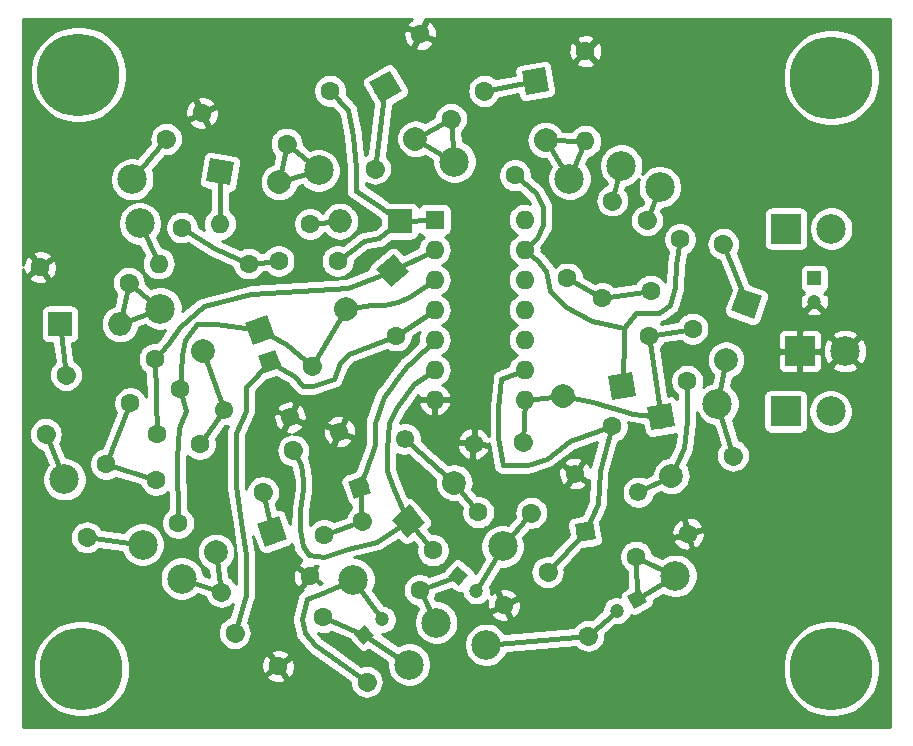
<source format=gbr>
G04 #@! TF.GenerationSoftware,KiCad,Pcbnew,(5.1.2-1)-1*
G04 #@! TF.CreationDate,2021-05-12T23:45:50-04:00*
G04 #@! TF.ProjectId,Triple Waveshaper - CGS,54726970-6c65-4205-9761-766573686170,rev?*
G04 #@! TF.SameCoordinates,Original*
G04 #@! TF.FileFunction,Copper,L2,Bot*
G04 #@! TF.FilePolarity,Positive*
%FSLAX46Y46*%
G04 Gerber Fmt 4.6, Leading zero omitted, Abs format (unit mm)*
G04 Created by KiCad (PCBNEW (5.1.2-1)-1) date 2021-05-12 23:45:50*
%MOMM*%
%LPD*%
G04 APERTURE LIST*
%ADD10C,7.000000*%
%ADD11C,1.600000*%
%ADD12C,1.200000*%
%ADD13C,0.100000*%
%ADD14R,1.200000X1.200000*%
%ADD15C,2.000000*%
%ADD16C,2.000000*%
%ADD17R,2.000000X2.000000*%
%ADD18O,2.000000X2.000000*%
%ADD19C,2.499360*%
%ADD20R,2.499360X2.499360*%
%ADD21C,1.600000*%
%ADD22O,1.600000X1.600000*%
%ADD23C,1.550000*%
%ADD24R,1.600000X1.600000*%
%ADD25C,0.406400*%
%ADD26C,0.254000*%
G04 APERTURE END LIST*
D10*
X81280000Y-17780000D03*
X81280000Y-67818000D03*
X17780000Y-67818000D03*
X17526000Y-17526000D03*
D11*
X39467800Y-33299400D03*
X34467800Y-33299400D03*
X19852489Y-50502082D03*
X24182616Y-48002082D03*
X65963800Y-35814000D03*
X68463800Y-31483873D03*
X47551182Y-57812052D03*
X51381404Y-54598114D03*
X27795901Y-48818263D03*
X26085800Y-44119800D03*
X65862200Y-39624000D03*
X69076138Y-43454222D03*
D12*
X51216814Y-61239504D03*
X49684725Y-59953929D03*
D13*
G36*
X48839426Y-60027883D02*
G01*
X49610771Y-59108630D01*
X50530024Y-59879975D01*
X49758679Y-60799228D01*
X48839426Y-60027883D01*
X48839426Y-60027883D01*
G37*
D12*
X41732200Y-64947800D03*
D13*
G36*
X41658246Y-65793099D02*
G01*
X40886901Y-64873846D01*
X41806154Y-64102501D01*
X42577499Y-65021754D01*
X41658246Y-65793099D01*
X41658246Y-65793099D01*
G37*
D12*
X43264289Y-63662225D03*
X64820800Y-61925200D03*
D13*
G36*
X65040415Y-61105585D02*
G01*
X65640415Y-62144815D01*
X64601185Y-62744815D01*
X64001185Y-61705585D01*
X65040415Y-61105585D01*
X65040415Y-61105585D01*
G37*
D12*
X63088749Y-62925200D03*
X79832200Y-36772600D03*
D14*
X79832200Y-34772600D03*
D15*
X34515196Y-26638361D03*
D16*
X34515196Y-26638361D02*
X34515196Y-26638361D01*
D15*
X29512373Y-25756228D03*
D13*
G36*
X28353917Y-26567388D02*
G01*
X28701213Y-24597772D01*
X30670829Y-24945068D01*
X30323533Y-26914684D01*
X28353917Y-26567388D01*
X28353917Y-26567388D01*
G37*
D15*
X33942283Y-56218801D03*
D13*
G36*
X34539955Y-54937088D02*
G01*
X35223996Y-56816473D01*
X33344611Y-57500514D01*
X32660570Y-55621129D01*
X34539955Y-54937088D01*
X34539955Y-54937088D01*
G37*
D15*
X29168644Y-57956263D03*
D16*
X29168644Y-57956263D02*
X29168644Y-57956263D01*
D15*
X74091800Y-36906200D03*
D13*
G36*
X73494128Y-35624487D02*
G01*
X75373513Y-36308528D01*
X74689472Y-38187913D01*
X72810087Y-37503872D01*
X73494128Y-35624487D01*
X73494128Y-35624487D01*
G37*
D15*
X72354338Y-41679839D03*
D16*
X72354338Y-41679839D02*
X72354338Y-41679839D01*
D15*
X43521468Y-18560088D03*
D13*
G36*
X42155443Y-18194063D02*
G01*
X43887493Y-17194063D01*
X44887493Y-18926113D01*
X43155443Y-19926113D01*
X42155443Y-18194063D01*
X42155443Y-18194063D01*
G37*
D15*
X46061468Y-22959497D03*
D16*
X46061468Y-22959497D02*
X46061468Y-22959497D01*
D17*
X15976600Y-38633400D03*
D18*
X21056600Y-38633400D03*
D15*
X57083249Y-23079080D03*
D16*
X57083249Y-23079080D02*
X57083249Y-23079080D01*
D15*
X56201116Y-18076257D03*
D13*
G36*
X55042660Y-17265097D02*
G01*
X57012276Y-16917801D01*
X57359572Y-18887417D01*
X55389956Y-19234713D01*
X55042660Y-17265097D01*
X55042660Y-17265097D01*
G37*
D18*
X39649400Y-29946600D03*
D17*
X44729400Y-29946600D03*
D15*
X40202894Y-37402961D03*
D16*
X40202894Y-37402961D02*
X40202894Y-37402961D01*
D15*
X44094400Y-34137600D03*
D13*
G36*
X44217657Y-32728768D02*
G01*
X45503232Y-34260857D01*
X43971143Y-35546432D01*
X42685568Y-34014343D01*
X44217657Y-32728768D01*
X44217657Y-32728768D01*
G37*
D15*
X63550800Y-43891200D03*
D13*
G36*
X64361960Y-42732744D02*
G01*
X64709256Y-44702360D01*
X62739640Y-45049656D01*
X62392344Y-43080040D01*
X64361960Y-42732744D01*
X64361960Y-42732744D01*
G37*
D15*
X58547977Y-44773333D03*
D16*
X58547977Y-44773333D02*
X58547977Y-44773333D01*
D15*
X45441892Y-55337815D03*
D13*
G36*
X45318635Y-56746647D02*
G01*
X44033060Y-55214558D01*
X45565149Y-53928983D01*
X46850724Y-55461072D01*
X45318635Y-56746647D01*
X45318635Y-56746647D01*
G37*
D15*
X49333398Y-52072454D03*
D16*
X49333398Y-52072454D02*
X49333398Y-52072454D01*
D15*
X28093961Y-40904262D03*
D16*
X28093961Y-40904262D02*
X28093961Y-40904262D01*
D15*
X32867600Y-39166800D03*
D13*
G36*
X33465272Y-37885087D02*
G01*
X34149313Y-39764472D01*
X32269928Y-40448513D01*
X31585887Y-38569128D01*
X33465272Y-37885087D01*
X33465272Y-37885087D01*
G37*
D15*
X67734933Y-51484823D03*
D16*
X67734933Y-51484823D02*
X67734933Y-51484823D01*
D15*
X66852800Y-46482000D03*
D13*
G36*
X65694344Y-45670840D02*
G01*
X67663960Y-45323544D01*
X68011256Y-47293160D01*
X66041640Y-47640456D01*
X65694344Y-45670840D01*
X65694344Y-45670840D01*
G37*
D19*
X37865394Y-25629998D03*
X26280941Y-60196625D03*
X71628000Y-45415200D03*
X49352950Y-24901309D03*
X24460200Y-37338000D03*
X59101536Y-26334059D03*
X22072600Y-26390600D03*
X16332200Y-51790600D03*
X22961600Y-57327800D03*
X63474600Y-25247600D03*
X66751200Y-27051000D03*
X47808790Y-63934388D03*
X53441600Y-57480200D03*
X45516800Y-67487800D03*
X40792400Y-60299600D03*
X68072000Y-59969400D03*
X52044600Y-65811400D03*
D20*
X77444600Y-30581600D03*
D19*
X81254600Y-30581600D03*
X82423000Y-40944800D03*
D20*
X78613000Y-40944800D03*
X77393800Y-46050200D03*
D19*
X81203800Y-46050200D03*
X22733000Y-30124400D03*
D11*
X35153670Y-23374646D03*
D21*
X35153670Y-23374646D02*
X35153670Y-23374646D01*
D11*
X27993212Y-20768453D03*
X29618305Y-61303956D03*
D21*
X29618305Y-61303956D02*
X29618305Y-61303956D01*
D11*
X37122540Y-59980757D03*
X72948800Y-49788886D03*
D21*
X72948800Y-49788886D02*
X72948800Y-49788886D01*
D11*
X69138800Y-56388000D03*
X46463112Y-14104765D03*
X49069305Y-21265223D03*
D21*
X49069305Y-21265223D02*
X49069305Y-21265223D01*
D11*
X14274800Y-33832800D03*
X21779035Y-35155999D03*
D21*
X21779035Y-35155999D02*
X21779035Y-35155999D01*
D22*
X60449350Y-23167540D03*
D11*
X60449350Y-15547540D03*
D22*
X24307800Y-33528000D03*
D11*
X31927800Y-33528000D03*
X26289000Y-30480000D03*
X24965801Y-22975765D03*
D21*
X24965801Y-22975765D02*
X24965801Y-22975765D01*
D11*
X21920200Y-45364400D03*
X14759742Y-47970593D03*
D21*
X14759742Y-47970593D02*
X14759742Y-47970593D01*
D11*
X18236482Y-56717146D03*
D21*
X18236482Y-56717146D02*
X18236482Y-56717146D01*
D11*
X24073741Y-51819104D03*
X58923198Y-34794663D03*
X62733198Y-28195549D03*
D21*
X62733198Y-28195549D02*
X62733198Y-28195549D01*
D11*
X65671503Y-29862651D03*
D21*
X65671503Y-29862651D02*
X65671503Y-29862651D01*
D11*
X61861503Y-36461765D03*
X37117092Y-30166374D03*
D22*
X29497092Y-30166374D03*
D11*
X25975745Y-55496344D03*
X33136203Y-52890151D03*
D21*
X33136203Y-52890151D02*
X33136203Y-52890151D01*
D11*
X69519800Y-39039800D03*
X72125993Y-31879342D03*
D21*
X72125993Y-31879342D02*
X72125993Y-31879342D01*
D11*
X42629263Y-25498341D03*
D21*
X42629263Y-25498341D02*
X42629263Y-25498341D01*
D11*
X38819263Y-18899227D03*
X16473365Y-42953799D03*
D21*
X16473365Y-42953799D02*
X16473365Y-42953799D01*
D11*
X23977600Y-41630600D03*
X54488784Y-26064154D03*
X51882591Y-18903696D03*
D21*
X51882591Y-18903696D02*
X51882591Y-18903696D01*
D11*
X38324617Y-56515965D03*
X35718424Y-49355507D03*
D21*
X35718424Y-49355507D02*
X35718424Y-49355507D01*
D11*
X37264142Y-42230193D03*
D21*
X37264142Y-42230193D02*
X37264142Y-42230193D01*
D11*
X44424600Y-39624000D03*
X55182965Y-48643399D03*
D21*
X55182965Y-48643399D02*
X55182965Y-48643399D01*
D11*
X62687200Y-47320200D03*
X46423470Y-61167959D03*
X41525428Y-55330700D03*
D21*
X41525428Y-55330700D02*
X41525428Y-55330700D01*
D11*
X38252400Y-63474600D03*
X30748165Y-64797799D03*
D21*
X30748165Y-64797799D02*
X30748165Y-64797799D01*
D11*
X57240365Y-59666999D03*
D21*
X57240365Y-59666999D02*
X57240365Y-59666999D01*
D11*
X64744600Y-58343800D03*
X55875842Y-54630659D03*
D21*
X55875842Y-54630659D02*
X55875842Y-54630659D01*
D11*
X50977800Y-48793400D03*
X34417000Y-67614800D03*
X41921235Y-68937999D03*
D21*
X41921235Y-68937999D02*
X41921235Y-68937999D01*
D11*
X53543200Y-62433200D03*
X60703658Y-65039393D03*
D21*
X60703658Y-65039393D02*
X60703658Y-65039393D01*
D23*
X39621989Y-47753830D03*
X41332090Y-52452293D03*
D13*
G36*
X42325417Y-52915489D02*
G01*
X40868894Y-53445620D01*
X40338763Y-51989097D01*
X41795286Y-51458966D01*
X42325417Y-52915489D01*
X42325417Y-52915489D01*
G37*
D23*
X45175503Y-48392961D03*
X35441301Y-46532263D03*
X33731200Y-41833800D03*
D13*
G36*
X32737873Y-41370604D02*
G01*
X34194396Y-40840473D01*
X34724527Y-42296996D01*
X33268004Y-42827127D01*
X32737873Y-41370604D01*
X32737873Y-41370604D01*
G37*
D23*
X29887787Y-45893132D03*
X64916518Y-52905340D03*
X60426600Y-56235600D03*
D13*
G36*
X61324403Y-56864249D02*
G01*
X59797951Y-57133403D01*
X59528797Y-55606951D01*
X61055249Y-55337797D01*
X61324403Y-56864249D01*
X61324403Y-56864249D01*
G37*
D23*
X59558359Y-51311561D03*
D24*
X47675800Y-29819600D03*
D22*
X55295800Y-45059600D03*
X47675800Y-32359600D03*
X55295800Y-42519600D03*
X47675800Y-34899600D03*
X55295800Y-39979600D03*
X47675800Y-37439600D03*
X55295800Y-37439600D03*
X47675800Y-39979600D03*
X55295800Y-34899600D03*
X47675800Y-42519600D03*
X55295800Y-32359600D03*
X47675800Y-45059600D03*
X55295800Y-29819600D03*
D25*
X39467800Y-33299400D02*
X41732200Y-31597600D01*
X41732200Y-31597600D02*
X43002200Y-31394400D01*
X43002200Y-31394400D02*
X44729400Y-29946600D01*
X44729400Y-29946600D02*
X47675800Y-29819600D01*
X44729400Y-29946600D02*
X42697400Y-28448000D01*
X42697400Y-28448000D02*
X40995600Y-27355800D01*
X40995600Y-27355800D02*
X40995600Y-25450800D01*
X40995600Y-25450800D02*
X40792400Y-22733000D01*
X40792400Y-22733000D02*
X40360600Y-20523200D01*
X40360600Y-20523200D02*
X38819263Y-18899227D01*
X34467800Y-33299400D02*
X31927800Y-33528000D01*
X31927800Y-33528000D02*
X28981400Y-32207200D01*
X28981400Y-32207200D02*
X26289000Y-30480000D01*
X19852489Y-50502082D02*
X21920200Y-45364400D01*
X24073741Y-51819104D02*
X19852489Y-50502082D01*
X24182616Y-48002082D02*
X23977600Y-41630600D01*
X47675800Y-32359600D02*
X44094400Y-34137600D01*
X44094400Y-34137600D02*
X40360600Y-35560000D01*
X40360600Y-35560000D02*
X36322000Y-35864800D01*
X36322000Y-35864800D02*
X32156400Y-36118800D01*
X32156400Y-36118800D02*
X28143200Y-37160200D01*
X28143200Y-37160200D02*
X26085800Y-38887400D01*
X26085800Y-38887400D02*
X25120600Y-40309800D01*
X25120600Y-40309800D02*
X23977600Y-41630600D01*
X65963800Y-35814000D02*
X61861503Y-36461765D01*
X58923198Y-34794663D02*
X61861503Y-36461765D01*
X55295800Y-32359600D02*
X56311800Y-31343600D01*
X56311800Y-31343600D02*
X56896000Y-30302200D01*
X56896000Y-30302200D02*
X56896000Y-28752800D01*
X56896000Y-28752800D02*
X56261000Y-27584400D01*
X56261000Y-27584400D02*
X54488784Y-26064154D01*
X63550800Y-43891200D02*
X63677800Y-40741600D01*
X63677800Y-40741600D02*
X63754000Y-38963600D01*
X63754000Y-38963600D02*
X64770000Y-37744400D01*
X64770000Y-37744400D02*
X66649600Y-37719000D01*
X66649600Y-37719000D02*
X67614800Y-37058600D01*
X67614800Y-37058600D02*
X68046600Y-35509200D01*
X68046600Y-35509200D02*
X68122800Y-33655000D01*
X68122800Y-33655000D02*
X68463800Y-31483873D01*
X63754000Y-38963600D02*
X60985400Y-38354000D01*
X60985400Y-38354000D02*
X58801000Y-37211000D01*
X58801000Y-37211000D02*
X57480200Y-35890200D01*
X57480200Y-35890200D02*
X57150000Y-34163000D01*
X57150000Y-34163000D02*
X56464200Y-33299400D01*
X56464200Y-33299400D02*
X55295800Y-32359600D01*
X37117092Y-30166374D02*
X39649400Y-29946600D01*
X47551182Y-57812052D02*
X45441892Y-55337815D01*
X45441892Y-55337815D02*
X42824400Y-57073800D01*
X42824400Y-57073800D02*
X40386000Y-57658000D01*
X40386000Y-57658000D02*
X38277800Y-58369200D01*
X38277800Y-58369200D02*
X37033200Y-58191400D01*
X37033200Y-58191400D02*
X36499800Y-57480200D01*
X36499800Y-57480200D02*
X36296600Y-56057800D01*
X36296600Y-56057800D02*
X36322000Y-54381400D01*
X36322000Y-54381400D02*
X36576000Y-52578000D01*
X36576000Y-52578000D02*
X36576000Y-51866800D01*
X36576000Y-51866800D02*
X36347400Y-50546000D01*
X36347400Y-50546000D02*
X35718424Y-49355507D01*
X47675800Y-42519600D02*
X45948600Y-43713400D01*
X45948600Y-43713400D02*
X44526200Y-45669200D01*
X44526200Y-45669200D02*
X43840400Y-46990000D01*
X43840400Y-46990000D02*
X43611800Y-49199800D01*
X43611800Y-49199800D02*
X43688000Y-51079400D01*
X43688000Y-51079400D02*
X44119800Y-52425600D01*
X44119800Y-52425600D02*
X44577000Y-53441600D01*
X44577000Y-53441600D02*
X45441892Y-55337815D01*
X51381404Y-54598114D02*
X49333398Y-52072454D01*
X49333398Y-52072454D02*
X45175503Y-48392961D01*
X28093961Y-40904262D02*
X29887787Y-45893132D01*
X29887787Y-45893132D02*
X27795901Y-48818263D01*
X25975745Y-55496344D02*
X25882600Y-50012600D01*
X25882600Y-50012600D02*
X26060400Y-47472600D01*
X26060400Y-47472600D02*
X26593800Y-45999400D01*
X26593800Y-45999400D02*
X26085800Y-44119800D01*
X26085800Y-44119800D02*
X26314400Y-41249600D01*
X26314400Y-41249600D02*
X26517600Y-39979600D01*
X26517600Y-39979600D02*
X27559000Y-38608000D01*
X27559000Y-38608000D02*
X29184600Y-38608000D01*
X29184600Y-38608000D02*
X32867600Y-39166800D01*
X37264142Y-42230193D02*
X35128200Y-40360600D01*
X35128200Y-40360600D02*
X32867600Y-39166800D01*
X40202894Y-37402961D02*
X37264142Y-42230193D01*
X47675800Y-34899600D02*
X45491400Y-36347400D01*
X45491400Y-36347400D02*
X44602400Y-36753800D01*
X44602400Y-36753800D02*
X43357800Y-37033200D01*
X43357800Y-37033200D02*
X42291000Y-37033200D01*
X42291000Y-37033200D02*
X40202894Y-37402961D01*
X55182965Y-48643399D02*
X55295800Y-45059600D01*
X55295800Y-45059600D02*
X58547977Y-44773333D01*
X66852800Y-46482000D02*
X65862200Y-39624000D01*
X65862200Y-39624000D02*
X69519800Y-39039800D01*
X58547977Y-44773333D02*
X61087000Y-45237400D01*
X61087000Y-45237400D02*
X62153800Y-45593000D01*
X62153800Y-45593000D02*
X63398400Y-45948600D01*
X63398400Y-45948600D02*
X64516000Y-46228000D01*
X64516000Y-46228000D02*
X66852800Y-46482000D01*
X64916518Y-52905340D02*
X67734933Y-51484823D01*
X67734933Y-51484823D02*
X68783200Y-49174400D01*
X68783200Y-49174400D02*
X69037200Y-46888400D01*
X69037200Y-46888400D02*
X69076138Y-43454222D01*
X51216814Y-61239504D02*
X53441600Y-57480200D01*
X53441600Y-57480200D02*
X55875842Y-54630659D01*
X47808790Y-63934388D02*
X46423470Y-61167959D01*
X49684725Y-59953929D02*
X46423470Y-61167959D01*
X45516800Y-67487800D02*
X41732200Y-64947800D01*
X41732200Y-64947800D02*
X38252400Y-63474600D01*
X43264289Y-63662225D02*
X40792400Y-60299600D01*
X41921235Y-68937999D02*
X38963600Y-66827400D01*
X38963600Y-66827400D02*
X37566600Y-65862200D01*
X37566600Y-65862200D02*
X36677600Y-64820800D01*
X36677600Y-64820800D02*
X36423600Y-63652400D01*
X36423600Y-63652400D02*
X36855400Y-61950600D01*
X36855400Y-61950600D02*
X37947600Y-61544200D01*
X37947600Y-61544200D02*
X40792400Y-60299600D01*
X64820800Y-61925200D02*
X64744600Y-58343800D01*
X64744600Y-58343800D02*
X68072000Y-59969400D01*
X68072000Y-59969400D02*
X64820800Y-61925200D01*
X52044600Y-65811400D02*
X60703658Y-65039393D01*
X63088749Y-62925200D02*
X60703658Y-65039393D01*
X37865394Y-25629998D02*
X34515196Y-26638361D01*
X35153670Y-23374646D02*
X34515196Y-26638361D01*
X37865394Y-25629998D02*
X35153670Y-23374646D01*
X29512373Y-25756228D02*
X29497092Y-30166374D01*
X33942283Y-56218801D02*
X33136203Y-52890151D01*
X26280941Y-60196625D02*
X29618305Y-61303956D01*
X29618305Y-61303956D02*
X29168644Y-57956263D01*
X74091800Y-36906200D02*
X72125993Y-31879342D01*
X72354338Y-41679839D02*
X71628000Y-45415200D01*
X71628000Y-45415200D02*
X72948800Y-49788886D01*
X43521468Y-18560088D02*
X42629263Y-25498341D01*
X49352950Y-24901309D02*
X49069305Y-21265223D01*
X46061468Y-22959497D02*
X49069305Y-21265223D01*
X49352950Y-24901309D02*
X46061468Y-22959497D01*
X15976600Y-38633400D02*
X16473365Y-42953799D01*
X24460200Y-37338000D02*
X21779035Y-35155999D01*
X21779035Y-35155999D02*
X21056600Y-38633400D01*
X21056600Y-38633400D02*
X24460200Y-37338000D01*
X59101536Y-26334059D02*
X60449350Y-23167540D01*
X60449350Y-23167540D02*
X57083249Y-23079080D01*
X57083249Y-23079080D02*
X59101536Y-26334059D01*
X56201116Y-18076257D02*
X51882591Y-18903696D01*
X24965801Y-22975765D02*
X22072600Y-26390600D01*
X16332200Y-51790600D02*
X14759742Y-47970593D01*
X18236482Y-56717146D02*
X22961600Y-57327800D01*
X63474600Y-25247600D02*
X62733198Y-28195549D01*
X65671503Y-29862651D02*
X66751200Y-27051000D01*
X22733000Y-30124400D02*
X24307800Y-33528000D01*
X41525428Y-55330700D02*
X41332090Y-52452293D01*
X38324617Y-56515965D02*
X41525428Y-55330700D01*
X41332090Y-52452293D02*
X42595800Y-48920400D01*
X42595800Y-48920400D02*
X42595800Y-47015400D01*
X42595800Y-47015400D02*
X43357800Y-44831000D01*
X43357800Y-44831000D02*
X43942000Y-44145200D01*
X43942000Y-44145200D02*
X44500800Y-43281600D01*
X44500800Y-43281600D02*
X45339000Y-42164000D01*
X45339000Y-42164000D02*
X45796200Y-41859200D01*
X45796200Y-41859200D02*
X47675800Y-39979600D01*
X30748165Y-64797799D02*
X31724600Y-61595000D01*
X31724600Y-61595000D02*
X31724600Y-58191400D01*
X31724600Y-58191400D02*
X31318200Y-55448200D01*
X31318200Y-55448200D02*
X30835600Y-52400200D01*
X30835600Y-52400200D02*
X30835600Y-47879000D01*
X30835600Y-47879000D02*
X31699200Y-45974000D01*
X31699200Y-45974000D02*
X31699200Y-44018200D01*
X31699200Y-44018200D02*
X33731200Y-41833800D01*
X33731200Y-41833800D02*
X35737800Y-43027600D01*
X35737800Y-43027600D02*
X36550600Y-43916600D01*
X36550600Y-43916600D02*
X37363400Y-43916600D01*
X37363400Y-43916600D02*
X39166800Y-43281600D01*
X39166800Y-43281600D02*
X39700200Y-41935400D01*
X39700200Y-41935400D02*
X40462200Y-41173400D01*
X40462200Y-41173400D02*
X44424600Y-39624000D01*
X47675800Y-37439600D02*
X44424600Y-39624000D01*
X57240365Y-59666999D02*
X60426600Y-56235600D01*
X62687200Y-47320200D02*
X61645800Y-51130200D01*
X61645800Y-51130200D02*
X61493400Y-53873400D01*
X61493400Y-53873400D02*
X60426600Y-56235600D01*
X62687200Y-47320200D02*
X59182000Y-48590200D01*
X59182000Y-48590200D02*
X57175400Y-50038000D01*
X57175400Y-50038000D02*
X55575200Y-50571400D01*
X55575200Y-50571400D02*
X53441600Y-50571400D01*
X53441600Y-50571400D02*
X53086000Y-48336200D01*
X53086000Y-48336200D02*
X53086000Y-45720000D01*
X53086000Y-45720000D02*
X53340000Y-43281600D01*
X53340000Y-43281600D02*
X55295800Y-42519600D01*
D26*
G36*
X45655684Y-12910086D02*
G01*
X45438128Y-13090563D01*
X45343350Y-13196287D01*
X45359526Y-13450026D01*
X46401683Y-13935991D01*
X46887649Y-12893834D01*
X46856860Y-12852000D01*
X86208001Y-12852000D01*
X86208000Y-72746000D01*
X12852000Y-72746000D01*
X12852000Y-67410738D01*
X13645000Y-67410738D01*
X13645000Y-68225262D01*
X13803906Y-69024135D01*
X14115611Y-69776657D01*
X14568136Y-70453909D01*
X15144091Y-71029864D01*
X15821343Y-71482389D01*
X16573865Y-71794094D01*
X17372738Y-71953000D01*
X18187262Y-71953000D01*
X18986135Y-71794094D01*
X19738657Y-71482389D01*
X20415909Y-71029864D01*
X20991864Y-70453909D01*
X21444389Y-69776657D01*
X21756094Y-69024135D01*
X21870052Y-68451228D01*
X33443875Y-68451228D01*
X33472006Y-68703921D01*
X33702640Y-68867353D01*
X33960728Y-68982650D01*
X34236350Y-69045382D01*
X34518913Y-69053136D01*
X34797561Y-69005616D01*
X34932503Y-68961446D01*
X35045363Y-68733614D01*
X34385812Y-67791677D01*
X33443875Y-68451228D01*
X21870052Y-68451228D01*
X21915000Y-68225262D01*
X21915000Y-67716713D01*
X32978664Y-67716713D01*
X33026184Y-67995361D01*
X33070354Y-68130303D01*
X33298186Y-68243163D01*
X34151040Y-67645988D01*
X34593877Y-67645988D01*
X35253428Y-68587925D01*
X35506121Y-68559794D01*
X35669553Y-68329160D01*
X35784850Y-68071072D01*
X35847582Y-67795450D01*
X35855336Y-67512887D01*
X35807816Y-67234239D01*
X35763646Y-67099297D01*
X35535814Y-66986437D01*
X34593877Y-67645988D01*
X34151040Y-67645988D01*
X34240123Y-67583612D01*
X33580572Y-66641675D01*
X33327879Y-66669806D01*
X33164447Y-66900440D01*
X33049150Y-67158528D01*
X32986418Y-67434150D01*
X32978664Y-67716713D01*
X21915000Y-67716713D01*
X21915000Y-67410738D01*
X21756094Y-66611865D01*
X21708096Y-66495986D01*
X33788637Y-66495986D01*
X34448188Y-67437923D01*
X35390125Y-66778372D01*
X35361994Y-66525679D01*
X35131360Y-66362247D01*
X34873272Y-66246950D01*
X34597650Y-66184218D01*
X34315087Y-66176464D01*
X34036439Y-66223984D01*
X33901497Y-66268154D01*
X33788637Y-66495986D01*
X21708096Y-66495986D01*
X21444389Y-65859343D01*
X20991864Y-65182091D01*
X20415909Y-64606136D01*
X19738657Y-64153611D01*
X18986135Y-63841906D01*
X18187262Y-63683000D01*
X17372738Y-63683000D01*
X16573865Y-63841906D01*
X15821343Y-64153611D01*
X15144091Y-64606136D01*
X14568136Y-65182091D01*
X14115611Y-65859343D01*
X13803906Y-66611865D01*
X13645000Y-67410738D01*
X12852000Y-67410738D01*
X12852000Y-56717146D01*
X16794539Y-56717146D01*
X16822246Y-56998455D01*
X16904300Y-57268954D01*
X17037550Y-57518247D01*
X17216874Y-57736754D01*
X17435381Y-57916078D01*
X17684674Y-58049328D01*
X17955173Y-58131382D01*
X18165990Y-58152146D01*
X18306974Y-58152146D01*
X18517791Y-58131382D01*
X18788290Y-58049328D01*
X19037583Y-57916078D01*
X19256090Y-57736754D01*
X19287749Y-57698177D01*
X21176140Y-57942225D01*
X21291418Y-58220531D01*
X21497674Y-58529213D01*
X21760187Y-58791726D01*
X22068869Y-58997982D01*
X22411859Y-59140053D01*
X22775975Y-59212480D01*
X23147225Y-59212480D01*
X23511341Y-59140053D01*
X23854331Y-58997982D01*
X24163013Y-58791726D01*
X24425526Y-58529213D01*
X24631782Y-58220531D01*
X24773853Y-57877541D01*
X24846280Y-57513425D01*
X24846280Y-57142175D01*
X24773853Y-56778059D01*
X24631782Y-56435069D01*
X24425526Y-56126387D01*
X24163013Y-55863874D01*
X23854331Y-55657618D01*
X23511341Y-55515547D01*
X23147225Y-55443120D01*
X22775975Y-55443120D01*
X22411859Y-55515547D01*
X22068869Y-55657618D01*
X21760187Y-55863874D01*
X21497674Y-56126387D01*
X21394926Y-56280160D01*
X19499076Y-56035148D01*
X19435414Y-55916045D01*
X19256090Y-55697538D01*
X19037583Y-55518214D01*
X18788290Y-55384964D01*
X18517791Y-55302910D01*
X18306974Y-55282146D01*
X18165990Y-55282146D01*
X17955173Y-55302910D01*
X17684674Y-55384964D01*
X17435381Y-55518214D01*
X17216874Y-55697538D01*
X17037550Y-55916045D01*
X16904300Y-56165338D01*
X16822246Y-56435837D01*
X16794539Y-56717146D01*
X12852000Y-56717146D01*
X12852000Y-47970593D01*
X13317799Y-47970593D01*
X13345506Y-48251902D01*
X13427560Y-48522401D01*
X13560810Y-48771694D01*
X13740134Y-48990201D01*
X13958641Y-49169525D01*
X14207934Y-49302775D01*
X14429326Y-49369933D01*
X14912862Y-50544599D01*
X14868274Y-50589187D01*
X14662018Y-50897869D01*
X14519947Y-51240859D01*
X14447520Y-51604975D01*
X14447520Y-51976225D01*
X14519947Y-52340341D01*
X14662018Y-52683331D01*
X14868274Y-52992013D01*
X15130787Y-53254526D01*
X15439469Y-53460782D01*
X15782459Y-53602853D01*
X16146575Y-53675280D01*
X16517825Y-53675280D01*
X16881941Y-53602853D01*
X17224931Y-53460782D01*
X17533613Y-53254526D01*
X17796126Y-52992013D01*
X18002382Y-52683331D01*
X18144453Y-52340341D01*
X18216880Y-51976225D01*
X18216880Y-51604975D01*
X18144453Y-51240859D01*
X18002382Y-50897869D01*
X17796126Y-50589187D01*
X17567686Y-50360747D01*
X18417489Y-50360747D01*
X18417489Y-50643417D01*
X18472636Y-50920656D01*
X18580809Y-51181809D01*
X18737852Y-51416841D01*
X18937730Y-51616719D01*
X19172762Y-51773762D01*
X19433915Y-51881935D01*
X19711154Y-51937082D01*
X19993824Y-51937082D01*
X20271063Y-51881935D01*
X20532216Y-51773762D01*
X20717446Y-51649995D01*
X22707666Y-52270940D01*
X22802061Y-52498831D01*
X22959104Y-52733863D01*
X23158982Y-52933741D01*
X23394014Y-53090784D01*
X23655167Y-53198957D01*
X23932406Y-53254104D01*
X24215076Y-53254104D01*
X24492315Y-53198957D01*
X24753468Y-53090784D01*
X24988500Y-52933741D01*
X25092137Y-52830104D01*
X25117847Y-54343714D01*
X25060986Y-54381707D01*
X24861108Y-54581585D01*
X24704065Y-54816617D01*
X24595892Y-55077770D01*
X24540745Y-55355009D01*
X24540745Y-55637679D01*
X24595892Y-55914918D01*
X24704065Y-56176071D01*
X24861108Y-56411103D01*
X25060986Y-56610981D01*
X25296018Y-56768024D01*
X25557171Y-56876197D01*
X25834410Y-56931344D01*
X26117080Y-56931344D01*
X26394319Y-56876197D01*
X26655472Y-56768024D01*
X26890504Y-56610981D01*
X27090382Y-56411103D01*
X27247425Y-56176071D01*
X27355598Y-55914918D01*
X27410745Y-55637679D01*
X27410745Y-55355009D01*
X27355598Y-55077770D01*
X27247425Y-54816617D01*
X27090382Y-54581585D01*
X26890504Y-54381707D01*
X26794038Y-54317250D01*
X26721297Y-50034799D01*
X26738420Y-49790178D01*
X26881142Y-49932900D01*
X27116174Y-50089943D01*
X27377327Y-50198116D01*
X27654566Y-50253263D01*
X27937236Y-50253263D01*
X28214475Y-50198116D01*
X28475628Y-50089943D01*
X28710660Y-49932900D01*
X28910538Y-49733022D01*
X29067581Y-49497990D01*
X29175754Y-49236837D01*
X29230901Y-48959598D01*
X29230901Y-48676928D01*
X29175754Y-48399689D01*
X29157405Y-48355390D01*
X29909920Y-47303132D01*
X30026660Y-47303132D01*
X30191189Y-47270405D01*
X30083475Y-47508011D01*
X30057459Y-47556683D01*
X30037500Y-47622479D01*
X30015386Y-47687582D01*
X30013567Y-47701375D01*
X30009530Y-47714684D01*
X30002792Y-47783097D01*
X29993802Y-47851276D01*
X29997401Y-47906353D01*
X29997400Y-52342497D01*
X29993997Y-52367092D01*
X29997400Y-52424850D01*
X29997400Y-52441369D01*
X29999822Y-52465964D01*
X30001275Y-52490618D01*
X30003857Y-52506923D01*
X30009529Y-52564515D01*
X30016738Y-52588281D01*
X30489665Y-55575186D01*
X30886401Y-58253152D01*
X30886400Y-60632250D01*
X30817237Y-60502855D01*
X30637913Y-60284348D01*
X30419406Y-60105024D01*
X30293988Y-60037986D01*
X30186293Y-59236208D01*
X30330358Y-59117977D01*
X30534675Y-58869015D01*
X30686496Y-58584978D01*
X30779987Y-58276779D01*
X30811555Y-57956263D01*
X30779987Y-57635747D01*
X30686496Y-57327548D01*
X30534675Y-57043511D01*
X30330358Y-56794549D01*
X30081396Y-56590232D01*
X29797359Y-56438411D01*
X29489160Y-56344920D01*
X29248966Y-56321263D01*
X29088322Y-56321263D01*
X28848128Y-56344920D01*
X28539929Y-56438411D01*
X28255892Y-56590232D01*
X28006930Y-56794549D01*
X27802613Y-57043511D01*
X27650792Y-57327548D01*
X27557301Y-57635747D01*
X27525733Y-57956263D01*
X27557301Y-58276779D01*
X27650792Y-58584978D01*
X27802613Y-58869015D01*
X28006930Y-59117977D01*
X28255892Y-59322294D01*
X28525778Y-59466551D01*
X28608973Y-60085927D01*
X28150250Y-59933724D01*
X28093194Y-59646884D01*
X27951123Y-59303894D01*
X27744867Y-58995212D01*
X27482354Y-58732699D01*
X27173672Y-58526443D01*
X26830682Y-58384372D01*
X26466566Y-58311945D01*
X26095316Y-58311945D01*
X25731200Y-58384372D01*
X25388210Y-58526443D01*
X25079528Y-58732699D01*
X24817015Y-58995212D01*
X24610759Y-59303894D01*
X24468688Y-59646884D01*
X24396261Y-60011000D01*
X24396261Y-60382250D01*
X24468688Y-60746366D01*
X24610759Y-61089356D01*
X24817015Y-61398038D01*
X25079528Y-61660551D01*
X25388210Y-61866807D01*
X25731200Y-62008878D01*
X26095316Y-62081305D01*
X26466566Y-62081305D01*
X26830682Y-62008878D01*
X27173672Y-61866807D01*
X27482354Y-61660551D01*
X27619136Y-61523769D01*
X28248788Y-61732687D01*
X28286123Y-61855764D01*
X28419373Y-62105057D01*
X28598697Y-62323564D01*
X28817204Y-62502888D01*
X29066497Y-62636138D01*
X29336996Y-62718192D01*
X29547813Y-62738956D01*
X29688797Y-62738956D01*
X29899614Y-62718192D01*
X30170113Y-62636138D01*
X30419406Y-62502888D01*
X30622285Y-62336389D01*
X30286340Y-63438321D01*
X30196357Y-63465617D01*
X29947064Y-63598867D01*
X29728557Y-63778191D01*
X29549233Y-63996698D01*
X29415983Y-64245991D01*
X29333929Y-64516490D01*
X29306222Y-64797799D01*
X29333929Y-65079108D01*
X29415983Y-65349607D01*
X29549233Y-65598900D01*
X29728557Y-65817407D01*
X29947064Y-65996731D01*
X30196357Y-66129981D01*
X30466856Y-66212035D01*
X30677673Y-66232799D01*
X30818657Y-66232799D01*
X31029474Y-66212035D01*
X31299973Y-66129981D01*
X31549266Y-65996731D01*
X31767773Y-65817407D01*
X31947097Y-65598900D01*
X32080347Y-65349607D01*
X32162401Y-65079108D01*
X32190108Y-64797799D01*
X32162401Y-64516490D01*
X32080347Y-64245991D01*
X31947097Y-63996698D01*
X31889923Y-63927031D01*
X32502465Y-61917835D01*
X32502742Y-61917317D01*
X32526421Y-61839258D01*
X32538373Y-61800054D01*
X32538489Y-61799474D01*
X32550671Y-61759316D01*
X32554670Y-61718719D01*
X32562683Y-61678724D01*
X32562741Y-61636764D01*
X32562800Y-61636170D01*
X32562800Y-61594733D01*
X32562913Y-61513613D01*
X32562800Y-61513041D01*
X32562800Y-60019833D01*
X35681127Y-60019833D01*
X35716447Y-60300289D01*
X35805803Y-60568464D01*
X35945760Y-60814055D01*
X36033419Y-60925751D01*
X36286112Y-60953882D01*
X36945663Y-60011945D01*
X36003726Y-59352394D01*
X35775894Y-59465254D01*
X35701200Y-59737876D01*
X35681127Y-60019833D01*
X32562800Y-60019833D01*
X32562800Y-58253296D01*
X32565832Y-58232882D01*
X32562800Y-58170932D01*
X32562800Y-58150230D01*
X32560786Y-58129782D01*
X32559783Y-58109288D01*
X32556753Y-58088837D01*
X32550671Y-58027084D01*
X32544678Y-58007326D01*
X32335056Y-56592383D01*
X32745020Y-57718748D01*
X32799116Y-57831529D01*
X32874175Y-57931589D01*
X32967313Y-58015084D01*
X33074950Y-58078804D01*
X33192951Y-58120300D01*
X33316779Y-58137979D01*
X33441677Y-58131160D01*
X33562845Y-58100105D01*
X35442230Y-57416064D01*
X35555011Y-57361968D01*
X35628342Y-57306959D01*
X35658992Y-57521511D01*
X35658794Y-57526039D01*
X35670645Y-57603084D01*
X35675847Y-57639495D01*
X35676922Y-57643885D01*
X35683897Y-57689231D01*
X35696503Y-57723877D01*
X35705270Y-57759688D01*
X35724664Y-57801269D01*
X35740354Y-57844389D01*
X35759479Y-57875913D01*
X35775062Y-57909323D01*
X35802190Y-57946314D01*
X35804538Y-57950184D01*
X35826650Y-57979666D01*
X35872706Y-58042467D01*
X35876044Y-58045525D01*
X36337941Y-58661386D01*
X36359397Y-58696752D01*
X36387340Y-58727251D01*
X36387343Y-58727256D01*
X36399872Y-58740931D01*
X36289242Y-58803977D01*
X36177546Y-58891636D01*
X36149415Y-59144329D01*
X37091352Y-59803880D01*
X37573503Y-59115296D01*
X37779032Y-59144658D01*
X37136681Y-59787008D01*
X37316289Y-59966616D01*
X37319367Y-59963538D01*
X38146123Y-60542439D01*
X37949744Y-60628354D01*
X37316289Y-59994898D01*
X37136681Y-60174506D01*
X37139759Y-60177584D01*
X36494177Y-61099571D01*
X36532215Y-61176360D01*
X36530665Y-61177087D01*
X36524506Y-61179379D01*
X36493419Y-61194565D01*
X36424600Y-61226857D01*
X36419269Y-61230785D01*
X36413321Y-61233691D01*
X36352882Y-61279708D01*
X36291683Y-61324808D01*
X36287219Y-61329703D01*
X36281954Y-61333712D01*
X36231638Y-61390653D01*
X36180429Y-61446809D01*
X36177009Y-61452475D01*
X36172623Y-61457439D01*
X36134382Y-61523105D01*
X36095113Y-61588169D01*
X36092862Y-61594399D01*
X36089532Y-61600118D01*
X36064837Y-61671979D01*
X36053071Y-61704550D01*
X36051454Y-61710924D01*
X36035872Y-61756266D01*
X36031201Y-61790742D01*
X35614059Y-63434774D01*
X35594749Y-63502740D01*
X35590468Y-63555834D01*
X35582490Y-63608507D01*
X35583846Y-63637946D01*
X35581478Y-63667316D01*
X35587637Y-63720226D01*
X35590089Y-63773442D01*
X35607048Y-63842034D01*
X35841146Y-64918887D01*
X35841160Y-64919591D01*
X35858554Y-64998964D01*
X35867277Y-65039088D01*
X35867496Y-65039768D01*
X35876505Y-65080875D01*
X35892795Y-65118143D01*
X35905289Y-65156847D01*
X35925781Y-65193604D01*
X35942636Y-65232163D01*
X35965883Y-65265536D01*
X35985688Y-65301060D01*
X36012954Y-65333109D01*
X36013365Y-65333699D01*
X36040183Y-65365114D01*
X36092678Y-65426818D01*
X36093229Y-65427254D01*
X36919630Y-66395325D01*
X36961848Y-66448431D01*
X37004602Y-66484646D01*
X37045003Y-66523509D01*
X37102175Y-66560127D01*
X38481962Y-67513435D01*
X40479372Y-68938808D01*
X40506999Y-69219308D01*
X40589053Y-69489807D01*
X40722303Y-69739100D01*
X40901627Y-69957607D01*
X41120134Y-70136931D01*
X41369427Y-70270181D01*
X41639926Y-70352235D01*
X41850743Y-70372999D01*
X41991727Y-70372999D01*
X42202544Y-70352235D01*
X42473043Y-70270181D01*
X42722336Y-70136931D01*
X42940843Y-69957607D01*
X43120167Y-69739100D01*
X43253417Y-69489807D01*
X43335471Y-69219308D01*
X43363178Y-68937999D01*
X43335471Y-68656690D01*
X43253417Y-68386191D01*
X43120167Y-68136898D01*
X42940843Y-67918391D01*
X42722336Y-67739067D01*
X42473043Y-67605817D01*
X42202544Y-67523763D01*
X41991727Y-67502999D01*
X41850743Y-67502999D01*
X41639926Y-67523763D01*
X41459236Y-67578574D01*
X39478815Y-66165326D01*
X39473931Y-66161189D01*
X39445227Y-66141357D01*
X39416976Y-66121197D01*
X39411456Y-66118024D01*
X38133075Y-65234781D01*
X37794498Y-64838163D01*
X37833826Y-64854453D01*
X38111065Y-64909600D01*
X38393735Y-64909600D01*
X38670974Y-64854453D01*
X38932127Y-64746280D01*
X38999638Y-64701170D01*
X40410126Y-65298311D01*
X41169455Y-66203244D01*
X41258862Y-66290721D01*
X41363617Y-66359076D01*
X41479695Y-66405680D01*
X41602634Y-66428743D01*
X41727711Y-66427379D01*
X41850118Y-66401639D01*
X41965152Y-66352514D01*
X42068391Y-66281890D01*
X42133932Y-66226895D01*
X43644366Y-67240609D01*
X43632120Y-67302175D01*
X43632120Y-67673425D01*
X43704547Y-68037541D01*
X43846618Y-68380531D01*
X44052874Y-68689213D01*
X44315387Y-68951726D01*
X44624069Y-69157982D01*
X44967059Y-69300053D01*
X45331175Y-69372480D01*
X45702425Y-69372480D01*
X46066541Y-69300053D01*
X46409531Y-69157982D01*
X46718213Y-68951726D01*
X46980726Y-68689213D01*
X47186982Y-68380531D01*
X47329053Y-68037541D01*
X47401480Y-67673425D01*
X47401480Y-67302175D01*
X47329053Y-66938059D01*
X47186982Y-66595069D01*
X46980726Y-66286387D01*
X46718213Y-66023874D01*
X46409531Y-65817618D01*
X46066541Y-65675547D01*
X45702425Y-65603120D01*
X45331175Y-65603120D01*
X44967059Y-65675547D01*
X44624069Y-65817618D01*
X44578107Y-65848329D01*
X43206648Y-64927887D01*
X43200200Y-64897225D01*
X43385926Y-64897225D01*
X43624525Y-64849765D01*
X43849281Y-64756668D01*
X44051556Y-64621512D01*
X44223576Y-64449492D01*
X44358732Y-64247217D01*
X44451829Y-64022461D01*
X44499289Y-63783862D01*
X44499289Y-63540588D01*
X44451829Y-63301989D01*
X44358732Y-63077233D01*
X44223576Y-62874958D01*
X44051556Y-62702938D01*
X43849281Y-62567782D01*
X43624525Y-62474685D01*
X43398591Y-62429744D01*
X42472089Y-61169380D01*
X42531220Y-61026624D01*
X44988470Y-61026624D01*
X44988470Y-61309294D01*
X45043617Y-61586533D01*
X45151790Y-61847686D01*
X45308833Y-62082718D01*
X45508711Y-62282596D01*
X45743743Y-62439639D01*
X46004896Y-62547812D01*
X46196068Y-62585839D01*
X46301927Y-62797235D01*
X46138608Y-63041657D01*
X45996537Y-63384647D01*
X45924110Y-63748763D01*
X45924110Y-64120013D01*
X45996537Y-64484129D01*
X46138608Y-64827119D01*
X46344864Y-65135801D01*
X46607377Y-65398314D01*
X46916059Y-65604570D01*
X47259049Y-65746641D01*
X47623165Y-65819068D01*
X47994415Y-65819068D01*
X48358531Y-65746641D01*
X48650327Y-65625775D01*
X50159920Y-65625775D01*
X50159920Y-65997025D01*
X50232347Y-66361141D01*
X50374418Y-66704131D01*
X50580674Y-67012813D01*
X50843187Y-67275326D01*
X51151869Y-67481582D01*
X51494859Y-67623653D01*
X51858975Y-67696080D01*
X52230225Y-67696080D01*
X52594341Y-67623653D01*
X52937331Y-67481582D01*
X53043355Y-67410738D01*
X77145000Y-67410738D01*
X77145000Y-68225262D01*
X77303906Y-69024135D01*
X77615611Y-69776657D01*
X78068136Y-70453909D01*
X78644091Y-71029864D01*
X79321343Y-71482389D01*
X80073865Y-71794094D01*
X80872738Y-71953000D01*
X81687262Y-71953000D01*
X82486135Y-71794094D01*
X83238657Y-71482389D01*
X83915909Y-71029864D01*
X84491864Y-70453909D01*
X84944389Y-69776657D01*
X85256094Y-69024135D01*
X85415000Y-68225262D01*
X85415000Y-67410738D01*
X85256094Y-66611865D01*
X84944389Y-65859343D01*
X84491864Y-65182091D01*
X83915909Y-64606136D01*
X83238657Y-64153611D01*
X82486135Y-63841906D01*
X81687262Y-63683000D01*
X80872738Y-63683000D01*
X80073865Y-63841906D01*
X79321343Y-64153611D01*
X78644091Y-64606136D01*
X78068136Y-65182091D01*
X77615611Y-65859343D01*
X77303906Y-66611865D01*
X77145000Y-67410738D01*
X53043355Y-67410738D01*
X53246013Y-67275326D01*
X53508526Y-67012813D01*
X53714782Y-66704131D01*
X53800850Y-66496344D01*
X59617382Y-65977765D01*
X59684050Y-66059001D01*
X59902557Y-66238325D01*
X60151850Y-66371575D01*
X60422349Y-66453629D01*
X60633166Y-66474393D01*
X60774150Y-66474393D01*
X60984967Y-66453629D01*
X61255466Y-66371575D01*
X61504759Y-66238325D01*
X61723266Y-66059001D01*
X61902590Y-65840494D01*
X62035840Y-65591201D01*
X62117894Y-65320702D01*
X62145601Y-65039393D01*
X62131283Y-64894018D01*
X62960591Y-64158903D01*
X62967112Y-64160200D01*
X63210386Y-64160200D01*
X63448985Y-64112740D01*
X63673741Y-64019643D01*
X63876016Y-63884487D01*
X64048036Y-63712467D01*
X64183192Y-63510192D01*
X64274607Y-63289496D01*
X64318973Y-63317084D01*
X64436040Y-63361145D01*
X64559453Y-63381521D01*
X64684470Y-63377428D01*
X64806287Y-63349025D01*
X64920221Y-63297401D01*
X65959451Y-62697401D01*
X66061125Y-62624543D01*
X66146632Y-62533249D01*
X66212684Y-62427027D01*
X66256745Y-62309960D01*
X66277121Y-62186547D01*
X66273028Y-62061530D01*
X66266533Y-62033676D01*
X67057218Y-61558030D01*
X67179269Y-61639582D01*
X67522259Y-61781653D01*
X67886375Y-61854080D01*
X68257625Y-61854080D01*
X68621741Y-61781653D01*
X68964731Y-61639582D01*
X69273413Y-61433326D01*
X69535926Y-61170813D01*
X69742182Y-60862131D01*
X69884253Y-60519141D01*
X69956680Y-60155025D01*
X69956680Y-59783775D01*
X69884253Y-59419659D01*
X69742182Y-59076669D01*
X69535926Y-58767987D01*
X69273413Y-58505474D01*
X68964731Y-58299218D01*
X68621741Y-58157147D01*
X68257625Y-58084720D01*
X67886375Y-58084720D01*
X67522259Y-58157147D01*
X67179269Y-58299218D01*
X66918919Y-58473180D01*
X66159665Y-58102247D01*
X66124453Y-57925226D01*
X66016280Y-57664073D01*
X65859237Y-57429041D01*
X65659359Y-57229163D01*
X65448441Y-57088232D01*
X67878295Y-57088232D01*
X68039123Y-57320689D01*
X68242212Y-57517304D01*
X68479756Y-57670521D01*
X68742627Y-57774450D01*
X69020723Y-57825099D01*
X69162634Y-57829746D01*
X69346612Y-57654254D01*
X69048997Y-56543543D01*
X67938286Y-56841157D01*
X67878295Y-57088232D01*
X65448441Y-57088232D01*
X65424327Y-57072120D01*
X65163174Y-56963947D01*
X64885935Y-56908800D01*
X64603265Y-56908800D01*
X64326026Y-56963947D01*
X64064873Y-57072120D01*
X63829841Y-57229163D01*
X63629963Y-57429041D01*
X63472920Y-57664073D01*
X63364747Y-57925226D01*
X63309600Y-58202465D01*
X63309600Y-58485135D01*
X63364747Y-58762374D01*
X63472920Y-59023527D01*
X63629963Y-59258559D01*
X63829841Y-59458437D01*
X63931370Y-59526276D01*
X63962537Y-60991117D01*
X63682149Y-61152999D01*
X63580475Y-61225857D01*
X63494968Y-61317151D01*
X63428916Y-61423373D01*
X63384855Y-61540440D01*
X63364479Y-61663853D01*
X63366357Y-61721224D01*
X63210386Y-61690200D01*
X62967112Y-61690200D01*
X62728513Y-61737660D01*
X62503757Y-61830757D01*
X62301482Y-61965913D01*
X62129462Y-62137933D01*
X61994306Y-62340208D01*
X61901209Y-62564964D01*
X61853749Y-62803563D01*
X61853749Y-62899829D01*
X61022603Y-63636574D01*
X60984967Y-63625157D01*
X60774150Y-63604393D01*
X60633166Y-63604393D01*
X60422349Y-63625157D01*
X60151850Y-63707211D01*
X59902557Y-63840461D01*
X59684050Y-64019785D01*
X59504726Y-64238292D01*
X59467420Y-64308087D01*
X53653171Y-64826462D01*
X53508526Y-64609987D01*
X53246013Y-64347474D01*
X52937331Y-64141218D01*
X52594341Y-63999147D01*
X52230225Y-63926720D01*
X51858975Y-63926720D01*
X51494859Y-63999147D01*
X51151869Y-64141218D01*
X50843187Y-64347474D01*
X50580674Y-64609987D01*
X50374418Y-64918669D01*
X50232347Y-65261659D01*
X50159920Y-65625775D01*
X48650327Y-65625775D01*
X48701521Y-65604570D01*
X49010203Y-65398314D01*
X49272716Y-65135801D01*
X49478972Y-64827119D01*
X49621043Y-64484129D01*
X49693470Y-64120013D01*
X49693470Y-63748763D01*
X49621043Y-63384647D01*
X49603245Y-63341678D01*
X52423438Y-63341678D01*
X52622189Y-63542676D01*
X52856335Y-63701038D01*
X53116876Y-63810678D01*
X53393801Y-63867381D01*
X53676467Y-63868970D01*
X53817029Y-63848903D01*
X53967737Y-63644131D01*
X53481771Y-62601974D01*
X52439614Y-63087939D01*
X52423438Y-63341678D01*
X49603245Y-63341678D01*
X49478972Y-63041657D01*
X49272716Y-62732975D01*
X49010203Y-62470462D01*
X48701521Y-62264206D01*
X48358531Y-62122135D01*
X47994415Y-62049708D01*
X47802437Y-62049708D01*
X47697921Y-61840995D01*
X47803323Y-61586533D01*
X47811453Y-61545664D01*
X49088870Y-61070135D01*
X49348534Y-61288019D01*
X49451773Y-61358643D01*
X49566807Y-61407768D01*
X49689214Y-61433508D01*
X49814291Y-61434872D01*
X49937230Y-61411809D01*
X49987850Y-61391486D01*
X50029274Y-61599740D01*
X50122371Y-61824496D01*
X50257527Y-62026771D01*
X50429547Y-62198791D01*
X50631822Y-62333947D01*
X50856578Y-62427044D01*
X51095177Y-62474504D01*
X51338451Y-62474504D01*
X51577050Y-62427044D01*
X51801806Y-62333947D01*
X52004081Y-62198791D01*
X52157927Y-62044945D01*
X52109019Y-62283801D01*
X52107430Y-62566467D01*
X52127497Y-62707029D01*
X52332269Y-62857737D01*
X53110956Y-62494629D01*
X53711974Y-62494629D01*
X54197939Y-63536786D01*
X54451678Y-63552962D01*
X54652676Y-63354211D01*
X54811038Y-63120065D01*
X54920678Y-62859524D01*
X54977381Y-62582599D01*
X54978970Y-62299933D01*
X54958903Y-62159371D01*
X54754131Y-62008663D01*
X53711974Y-62494629D01*
X53110956Y-62494629D01*
X53374426Y-62371771D01*
X52888461Y-61329614D01*
X52634722Y-61313438D01*
X52433724Y-61512189D01*
X52416788Y-61537230D01*
X52451814Y-61361141D01*
X52451814Y-61222269D01*
X53118663Y-61222269D01*
X53604629Y-62264426D01*
X54646786Y-61778461D01*
X54662962Y-61524722D01*
X54464211Y-61323724D01*
X54230065Y-61165362D01*
X53969524Y-61055722D01*
X53692599Y-60999019D01*
X53409933Y-60997430D01*
X53269371Y-61017497D01*
X53118663Y-61222269D01*
X52451814Y-61222269D01*
X52451814Y-61117867D01*
X52404354Y-60879268D01*
X52404204Y-60878906D01*
X53300217Y-59364880D01*
X53627225Y-59364880D01*
X53991341Y-59292453D01*
X54334331Y-59150382D01*
X54643013Y-58944126D01*
X54905526Y-58681613D01*
X55111782Y-58372931D01*
X55253853Y-58029941D01*
X55326280Y-57665825D01*
X55326280Y-57294575D01*
X55253853Y-56930459D01*
X55175407Y-56741073D01*
X55756495Y-56060847D01*
X55805350Y-56065659D01*
X55946334Y-56065659D01*
X56157151Y-56044895D01*
X56427650Y-55962841D01*
X56676943Y-55829591D01*
X56895450Y-55650267D01*
X57074774Y-55431760D01*
X57208024Y-55182467D01*
X57290078Y-54911968D01*
X57317785Y-54630659D01*
X57290078Y-54349350D01*
X57208024Y-54078851D01*
X57074774Y-53829558D01*
X56895450Y-53611051D01*
X56676943Y-53431727D01*
X56427650Y-53298477D01*
X56157151Y-53216423D01*
X55946334Y-53195659D01*
X55805350Y-53195659D01*
X55594533Y-53216423D01*
X55324034Y-53298477D01*
X55074741Y-53431727D01*
X54856234Y-53611051D01*
X54676910Y-53829558D01*
X54543660Y-54078851D01*
X54461606Y-54349350D01*
X54433899Y-54630659D01*
X54461606Y-54911968D01*
X54480348Y-54973754D01*
X53902436Y-55650263D01*
X53627225Y-55595520D01*
X53255975Y-55595520D01*
X52891859Y-55667947D01*
X52548869Y-55810018D01*
X52240187Y-56016274D01*
X51977674Y-56278787D01*
X51771418Y-56587469D01*
X51629347Y-56930459D01*
X51556920Y-57294575D01*
X51556920Y-57665825D01*
X51629347Y-58029941D01*
X51771418Y-58372931D01*
X51860441Y-58506163D01*
X51145125Y-59714859D01*
X51142605Y-59701424D01*
X51096001Y-59585346D01*
X51027646Y-59480591D01*
X50940169Y-59391184D01*
X50020916Y-58619839D01*
X49917677Y-58549215D01*
X49802643Y-58500090D01*
X49680236Y-58474350D01*
X49555159Y-58472986D01*
X49432220Y-58496049D01*
X49316142Y-58542653D01*
X49211387Y-58611008D01*
X49121980Y-58698485D01*
X48425774Y-59528191D01*
X47222621Y-59976075D01*
X47103197Y-59896279D01*
X46842044Y-59788106D01*
X46564805Y-59732959D01*
X46282135Y-59732959D01*
X46004896Y-59788106D01*
X45743743Y-59896279D01*
X45508711Y-60053322D01*
X45308833Y-60253200D01*
X45151790Y-60488232D01*
X45043617Y-60749385D01*
X44988470Y-61026624D01*
X42531220Y-61026624D01*
X42604653Y-60849341D01*
X42677080Y-60485225D01*
X42677080Y-60113975D01*
X42604653Y-59749859D01*
X42462582Y-59406869D01*
X42256326Y-59098187D01*
X41993813Y-58835674D01*
X41685131Y-58629418D01*
X41342141Y-58487347D01*
X40978025Y-58414920D01*
X40824263Y-58414920D01*
X42962375Y-57902663D01*
X42985879Y-57900430D01*
X43042486Y-57883470D01*
X43059729Y-57879339D01*
X43081919Y-57871656D01*
X43144043Y-57853043D01*
X43159803Y-57844689D01*
X43176660Y-57838852D01*
X43232627Y-57806084D01*
X43253373Y-57795087D01*
X43268150Y-57785286D01*
X43319145Y-57755430D01*
X43336801Y-57739756D01*
X44610294Y-56895144D01*
X44829843Y-57156792D01*
X44919251Y-57244269D01*
X45024006Y-57312624D01*
X45140084Y-57359228D01*
X45263023Y-57382291D01*
X45388100Y-57380927D01*
X45510507Y-57355187D01*
X45625540Y-57306062D01*
X45728780Y-57235439D01*
X45862511Y-57123226D01*
X46156491Y-57468071D01*
X46116182Y-57670717D01*
X46116182Y-57953387D01*
X46171329Y-58230626D01*
X46279502Y-58491779D01*
X46436545Y-58726811D01*
X46636423Y-58926689D01*
X46871455Y-59083732D01*
X47132608Y-59191905D01*
X47409847Y-59247052D01*
X47692517Y-59247052D01*
X47969756Y-59191905D01*
X48230909Y-59083732D01*
X48465941Y-58926689D01*
X48665819Y-58726811D01*
X48822862Y-58491779D01*
X48931035Y-58230626D01*
X48986182Y-57953387D01*
X48986182Y-57670717D01*
X48931035Y-57393478D01*
X48822862Y-57132325D01*
X48665819Y-56897293D01*
X48465941Y-56697415D01*
X48230909Y-56540372D01*
X47969756Y-56432199D01*
X47692517Y-56377052D01*
X47429289Y-56377052D01*
X47146746Y-56045624D01*
X47260869Y-55949864D01*
X47348346Y-55860456D01*
X47416701Y-55755701D01*
X47463305Y-55639623D01*
X47486368Y-55516684D01*
X47485004Y-55391607D01*
X47459264Y-55269200D01*
X47410139Y-55154167D01*
X47339516Y-55050927D01*
X46053941Y-53518838D01*
X45964533Y-53431361D01*
X45859778Y-53363006D01*
X45743700Y-53316402D01*
X45620761Y-53293339D01*
X45495684Y-53294703D01*
X45436908Y-53307063D01*
X45340557Y-53095821D01*
X44903537Y-52124667D01*
X44520902Y-50931746D01*
X44467549Y-49615713D01*
X44507618Y-49642486D01*
X44764221Y-49748775D01*
X45036630Y-49802961D01*
X45314376Y-49802961D01*
X45469219Y-49772160D01*
X47720800Y-51764678D01*
X47690487Y-52072454D01*
X47722055Y-52392970D01*
X47815546Y-52701169D01*
X47967367Y-52985206D01*
X48171684Y-53234168D01*
X48420646Y-53438485D01*
X48704683Y-53590306D01*
X49012882Y-53683797D01*
X49253076Y-53707454D01*
X49413720Y-53707454D01*
X49567745Y-53692284D01*
X49993928Y-54217864D01*
X49946404Y-54456779D01*
X49946404Y-54739449D01*
X50001551Y-55016688D01*
X50109724Y-55277841D01*
X50266767Y-55512873D01*
X50466645Y-55712751D01*
X50701677Y-55869794D01*
X50962830Y-55977967D01*
X51240069Y-56033114D01*
X51522739Y-56033114D01*
X51799978Y-55977967D01*
X52061131Y-55869794D01*
X52296163Y-55712751D01*
X52496041Y-55512873D01*
X52653084Y-55277841D01*
X52761257Y-55016688D01*
X52816404Y-54739449D01*
X52816404Y-54456779D01*
X52761257Y-54179540D01*
X52653084Y-53918387D01*
X52496041Y-53683355D01*
X52296163Y-53483477D01*
X52061131Y-53326434D01*
X51799978Y-53218261D01*
X51522739Y-53163114D01*
X51296931Y-53163114D01*
X50870607Y-52637359D01*
X50939668Y-52409693D01*
X58944477Y-52409693D01*
X59053912Y-52635540D01*
X59321900Y-52708513D01*
X59598975Y-52727802D01*
X59874490Y-52692665D01*
X60137855Y-52604453D01*
X60378951Y-52466557D01*
X60485212Y-52383163D01*
X60510802Y-52133507D01*
X59589547Y-51488438D01*
X58944477Y-52409693D01*
X50939668Y-52409693D01*
X50944741Y-52392970D01*
X50976309Y-52072454D01*
X50944741Y-51751938D01*
X50851250Y-51443739D01*
X50699429Y-51159702D01*
X50495112Y-50910740D01*
X50246150Y-50706423D01*
X49962113Y-50554602D01*
X49653914Y-50461111D01*
X49413720Y-50437454D01*
X49253076Y-50437454D01*
X49012882Y-50461111D01*
X48837481Y-50514318D01*
X47149194Y-49020284D01*
X49553819Y-49020284D01*
X49625443Y-49293729D01*
X49749038Y-49547948D01*
X49919854Y-49773169D01*
X50131326Y-49960738D01*
X50375327Y-50103447D01*
X50507091Y-50156349D01*
X50689437Y-50076503D01*
X50993028Y-50076503D01*
X51204684Y-50217381D01*
X51478129Y-50145757D01*
X51732348Y-50022162D01*
X51957569Y-49851346D01*
X52145138Y-49639874D01*
X52287847Y-49395873D01*
X52340749Y-49264109D01*
X52238765Y-49031205D01*
X51093248Y-48930986D01*
X50993028Y-50076503D01*
X50689437Y-50076503D01*
X50739995Y-50054365D01*
X50840214Y-48908848D01*
X49694697Y-48808628D01*
X49553819Y-49020284D01*
X47149194Y-49020284D01*
X46762353Y-48677952D01*
X51115386Y-48677952D01*
X52260903Y-48778172D01*
X52298570Y-48721581D01*
X52609887Y-50678428D01*
X52615529Y-50735716D01*
X52634805Y-50799260D01*
X52651606Y-50863463D01*
X52658725Y-50878115D01*
X52663458Y-50893717D01*
X52694761Y-50952281D01*
X52723764Y-51011972D01*
X52733607Y-51024957D01*
X52741291Y-51039332D01*
X52783412Y-51090657D01*
X52823508Y-51143549D01*
X52835695Y-51154364D01*
X52846036Y-51166964D01*
X52897361Y-51209085D01*
X52947005Y-51253139D01*
X52961068Y-51261369D01*
X52973668Y-51271709D01*
X53032220Y-51303006D01*
X53089508Y-51336530D01*
X53104908Y-51341858D01*
X53119283Y-51349542D01*
X53182816Y-51368814D01*
X53245543Y-51390518D01*
X53261687Y-51392740D01*
X53277284Y-51397471D01*
X53343353Y-51403978D01*
X53409113Y-51413028D01*
X53466566Y-51409600D01*
X55504162Y-51409600D01*
X55515494Y-51411535D01*
X55586559Y-51409600D01*
X55616370Y-51409600D01*
X55627760Y-51408478D01*
X55680542Y-51407041D01*
X55709727Y-51400405D01*
X55739516Y-51397471D01*
X55790057Y-51382140D01*
X55801204Y-51379605D01*
X55829444Y-51370192D01*
X55888830Y-51352177D01*
X58142118Y-51352177D01*
X58177255Y-51627692D01*
X58265467Y-51891057D01*
X58403363Y-52132153D01*
X58486757Y-52238414D01*
X58736413Y-52264004D01*
X59381482Y-51342749D01*
X58460227Y-50697679D01*
X58234380Y-50807114D01*
X58161407Y-51075102D01*
X58142118Y-51352177D01*
X55888830Y-51352177D01*
X55897517Y-51349542D01*
X55907664Y-51344118D01*
X57365660Y-50858120D01*
X57369320Y-50857626D01*
X57443833Y-50832062D01*
X57479519Y-50820167D01*
X57482881Y-50818666D01*
X57525495Y-50804046D01*
X57558087Y-50785087D01*
X57592510Y-50769718D01*
X57629269Y-50743681D01*
X57632457Y-50741827D01*
X57662999Y-50719791D01*
X57727246Y-50674284D01*
X57729784Y-50671603D01*
X57982013Y-50489615D01*
X58605916Y-50489615D01*
X59527171Y-51134684D01*
X60172241Y-50213429D01*
X60062806Y-49987582D01*
X59794818Y-49914609D01*
X59517743Y-49895320D01*
X59242228Y-49930457D01*
X58978863Y-50018669D01*
X58737767Y-50156565D01*
X58631506Y-50239959D01*
X58605916Y-50489615D01*
X57982013Y-50489615D01*
X59577552Y-49338405D01*
X61452270Y-48659160D01*
X60870207Y-50788661D01*
X60851251Y-50732065D01*
X60713355Y-50490969D01*
X60629961Y-50384708D01*
X60380305Y-50359118D01*
X59735236Y-51280373D01*
X60656491Y-51925443D01*
X60765050Y-51872840D01*
X60665160Y-53670851D01*
X60131385Y-54852784D01*
X59417997Y-54978573D01*
X59297536Y-55012263D01*
X59185961Y-55068806D01*
X59087562Y-55146031D01*
X59006119Y-55240968D01*
X58944762Y-55349969D01*
X58905850Y-55468847D01*
X58890877Y-55593031D01*
X58900419Y-55717751D01*
X59038176Y-56499012D01*
X57419107Y-58242661D01*
X57310857Y-58231999D01*
X57169873Y-58231999D01*
X56959056Y-58252763D01*
X56688557Y-58334817D01*
X56439264Y-58468067D01*
X56220757Y-58647391D01*
X56041433Y-58865898D01*
X55908183Y-59115191D01*
X55826129Y-59385690D01*
X55798422Y-59666999D01*
X55826129Y-59948308D01*
X55908183Y-60218807D01*
X56041433Y-60468100D01*
X56220757Y-60686607D01*
X56439264Y-60865931D01*
X56688557Y-60999181D01*
X56959056Y-61081235D01*
X57169873Y-61101999D01*
X57310857Y-61101999D01*
X57521674Y-61081235D01*
X57792173Y-60999181D01*
X58041466Y-60865931D01*
X58259973Y-60686607D01*
X58439297Y-60468100D01*
X58572547Y-60218807D01*
X58654601Y-59948308D01*
X58682308Y-59666999D01*
X58654601Y-59385690D01*
X58652337Y-59378226D01*
X60201169Y-57710220D01*
X61435203Y-57492627D01*
X61555664Y-57458937D01*
X61667239Y-57402394D01*
X61765638Y-57325169D01*
X61847081Y-57230232D01*
X61908438Y-57121231D01*
X61947350Y-57002353D01*
X61962323Y-56878169D01*
X61952781Y-56753449D01*
X61892546Y-56411834D01*
X67697054Y-56411834D01*
X67872546Y-56595812D01*
X68312960Y-56477803D01*
X69294343Y-56477803D01*
X69591957Y-57588514D01*
X69839032Y-57648505D01*
X70071489Y-57487677D01*
X70268104Y-57284588D01*
X70421321Y-57047044D01*
X70525250Y-56784173D01*
X70575899Y-56506077D01*
X70580546Y-56364166D01*
X70405054Y-56180188D01*
X69294343Y-56477803D01*
X68312960Y-56477803D01*
X68983257Y-56298197D01*
X68685643Y-55187486D01*
X68438568Y-55127495D01*
X68206111Y-55288323D01*
X68009496Y-55491412D01*
X67856279Y-55728956D01*
X67752350Y-55991827D01*
X67701701Y-56269923D01*
X67697054Y-56411834D01*
X61892546Y-56411834D01*
X61716813Y-55415207D01*
X61849343Y-55121746D01*
X68930988Y-55121746D01*
X69228603Y-56232457D01*
X70339314Y-55934843D01*
X70399305Y-55687768D01*
X70238477Y-55455311D01*
X70035388Y-55258696D01*
X69797844Y-55105479D01*
X69534973Y-55001550D01*
X69256877Y-54950901D01*
X69114966Y-54946254D01*
X68930988Y-55121746D01*
X61849343Y-55121746D01*
X62236212Y-54265110D01*
X62252465Y-54238384D01*
X62270106Y-54190058D01*
X62274255Y-54180872D01*
X62284223Y-54151389D01*
X62309084Y-54083285D01*
X62310637Y-54073258D01*
X62313886Y-54063648D01*
X62323259Y-53991773D01*
X62328025Y-53961001D01*
X62328584Y-53950931D01*
X62335236Y-53899923D01*
X62333152Y-53868715D01*
X62477778Y-51265450D01*
X63188335Y-48665855D01*
X63366927Y-48591880D01*
X63601959Y-48434837D01*
X63801837Y-48234959D01*
X63958880Y-47999927D01*
X64067053Y-47738774D01*
X64122200Y-47461535D01*
X64122200Y-47178865D01*
X64083408Y-46983848D01*
X64248411Y-47025099D01*
X64263382Y-47031478D01*
X64328363Y-47045087D01*
X64352647Y-47051158D01*
X64368650Y-47053524D01*
X64384496Y-47056843D01*
X64409396Y-47059550D01*
X64475058Y-47069259D01*
X64491310Y-47068453D01*
X65308528Y-47157281D01*
X65413262Y-47751256D01*
X65446952Y-47871717D01*
X65503495Y-47983292D01*
X65580720Y-48081691D01*
X65675657Y-48163134D01*
X65784658Y-48224491D01*
X65903536Y-48263403D01*
X66027720Y-48278376D01*
X66152440Y-48268834D01*
X68078190Y-47929273D01*
X67964842Y-48949409D01*
X67551715Y-49859957D01*
X67414417Y-49873480D01*
X67106218Y-49966971D01*
X66822181Y-50118792D01*
X66573219Y-50323109D01*
X66368902Y-50572071D01*
X66217081Y-50856108D01*
X66123590Y-51164307D01*
X66103484Y-51368450D01*
X65556369Y-51644203D01*
X65327800Y-51549526D01*
X65055391Y-51495340D01*
X64777645Y-51495340D01*
X64505236Y-51549526D01*
X64248633Y-51655815D01*
X64017696Y-51810122D01*
X63821300Y-52006518D01*
X63666993Y-52237455D01*
X63560704Y-52494058D01*
X63506518Y-52766467D01*
X63506518Y-53044213D01*
X63560704Y-53316622D01*
X63666993Y-53573225D01*
X63821300Y-53804162D01*
X64017696Y-54000558D01*
X64248633Y-54154865D01*
X64505236Y-54261154D01*
X64777645Y-54315340D01*
X65055391Y-54315340D01*
X65327800Y-54261154D01*
X65584403Y-54154865D01*
X65815340Y-54000558D01*
X66011736Y-53804162D01*
X66166043Y-53573225D01*
X66272332Y-53316622D01*
X66306817Y-53143256D01*
X66853622Y-52867660D01*
X67106218Y-53002675D01*
X67414417Y-53096166D01*
X67654611Y-53119823D01*
X67815255Y-53119823D01*
X68055449Y-53096166D01*
X68363648Y-53002675D01*
X68647685Y-52850854D01*
X68896647Y-52646537D01*
X69100964Y-52397575D01*
X69252785Y-52113538D01*
X69346276Y-51805339D01*
X69377844Y-51484823D01*
X69346276Y-51164307D01*
X69252785Y-50856108D01*
X69100964Y-50572071D01*
X69080701Y-50547380D01*
X69516026Y-49587906D01*
X69520988Y-49580677D01*
X69550078Y-49512855D01*
X69563518Y-49483232D01*
X69566328Y-49474967D01*
X69586072Y-49428935D01*
X69592840Y-49396997D01*
X69603354Y-49366077D01*
X69609919Y-49316409D01*
X69611726Y-49307881D01*
X69615314Y-49275592D01*
X69624989Y-49202390D01*
X69624420Y-49193637D01*
X69861210Y-47062527D01*
X69861354Y-47062071D01*
X69870258Y-46981095D01*
X69874819Y-46940046D01*
X69874825Y-46939561D01*
X69874879Y-46939070D01*
X69875351Y-46897437D01*
X69876364Y-46816314D01*
X69876276Y-46815842D01*
X69884054Y-46129849D01*
X69957818Y-46307931D01*
X70164074Y-46616613D01*
X70426587Y-46879126D01*
X70735269Y-47085382D01*
X71078259Y-47227453D01*
X71313844Y-47274314D01*
X71809389Y-48915259D01*
X71749868Y-48987785D01*
X71616618Y-49237078D01*
X71534564Y-49507577D01*
X71506857Y-49788886D01*
X71534564Y-50070195D01*
X71616618Y-50340694D01*
X71749868Y-50589987D01*
X71929192Y-50808494D01*
X72147699Y-50987818D01*
X72396992Y-51121068D01*
X72667491Y-51203122D01*
X72878308Y-51223886D01*
X73019292Y-51223886D01*
X73230109Y-51203122D01*
X73500608Y-51121068D01*
X73749901Y-50987818D01*
X73968408Y-50808494D01*
X74147732Y-50589987D01*
X74280982Y-50340694D01*
X74363036Y-50070195D01*
X74390743Y-49788886D01*
X74363036Y-49507577D01*
X74280982Y-49237078D01*
X74147732Y-48987785D01*
X73968408Y-48769278D01*
X73749901Y-48589954D01*
X73500608Y-48456704D01*
X73414165Y-48430482D01*
X72918708Y-46789831D01*
X73091926Y-46616613D01*
X73298182Y-46307931D01*
X73440253Y-45964941D01*
X73512680Y-45600825D01*
X73512680Y-45229575D01*
X73440253Y-44865459D01*
X73413355Y-44800520D01*
X75506048Y-44800520D01*
X75506048Y-47299880D01*
X75518308Y-47424362D01*
X75554618Y-47544060D01*
X75613583Y-47654374D01*
X75692935Y-47751065D01*
X75789626Y-47830417D01*
X75899940Y-47889382D01*
X76019638Y-47925692D01*
X76144120Y-47937952D01*
X78643480Y-47937952D01*
X78767962Y-47925692D01*
X78887660Y-47889382D01*
X78997974Y-47830417D01*
X79094665Y-47751065D01*
X79174017Y-47654374D01*
X79232982Y-47544060D01*
X79269292Y-47424362D01*
X79281552Y-47299880D01*
X79281552Y-45864575D01*
X79319120Y-45864575D01*
X79319120Y-46235825D01*
X79391547Y-46599941D01*
X79533618Y-46942931D01*
X79739874Y-47251613D01*
X80002387Y-47514126D01*
X80311069Y-47720382D01*
X80654059Y-47862453D01*
X81018175Y-47934880D01*
X81389425Y-47934880D01*
X81753541Y-47862453D01*
X82096531Y-47720382D01*
X82405213Y-47514126D01*
X82667726Y-47251613D01*
X82873982Y-46942931D01*
X83016053Y-46599941D01*
X83088480Y-46235825D01*
X83088480Y-45864575D01*
X83016053Y-45500459D01*
X82873982Y-45157469D01*
X82667726Y-44848787D01*
X82405213Y-44586274D01*
X82096531Y-44380018D01*
X81753541Y-44237947D01*
X81389425Y-44165520D01*
X81018175Y-44165520D01*
X80654059Y-44237947D01*
X80311069Y-44380018D01*
X80002387Y-44586274D01*
X79739874Y-44848787D01*
X79533618Y-45157469D01*
X79391547Y-45500459D01*
X79319120Y-45864575D01*
X79281552Y-45864575D01*
X79281552Y-44800520D01*
X79269292Y-44676038D01*
X79232982Y-44556340D01*
X79174017Y-44446026D01*
X79094665Y-44349335D01*
X78997974Y-44269983D01*
X78887660Y-44211018D01*
X78767962Y-44174708D01*
X78643480Y-44162448D01*
X76144120Y-44162448D01*
X76019638Y-44174708D01*
X75899940Y-44211018D01*
X75789626Y-44269983D01*
X75692935Y-44349335D01*
X75613583Y-44446026D01*
X75554618Y-44556340D01*
X75518308Y-44676038D01*
X75506048Y-44800520D01*
X73413355Y-44800520D01*
X73298182Y-44522469D01*
X73091926Y-44213787D01*
X72829413Y-43951274D01*
X72773785Y-43914105D01*
X72908706Y-43220244D01*
X72983053Y-43197691D01*
X73267090Y-43045870D01*
X73516052Y-42841553D01*
X73720369Y-42592591D01*
X73872190Y-42308554D01*
X73906793Y-42194480D01*
X76725248Y-42194480D01*
X76737508Y-42318962D01*
X76773818Y-42438660D01*
X76832783Y-42548974D01*
X76912135Y-42645665D01*
X77008826Y-42725017D01*
X77119140Y-42783982D01*
X77238838Y-42820292D01*
X77363320Y-42832552D01*
X78327250Y-42829480D01*
X78486000Y-42670730D01*
X78486000Y-41071800D01*
X78740000Y-41071800D01*
X78740000Y-42670730D01*
X78898750Y-42829480D01*
X79862680Y-42832552D01*
X79987162Y-42820292D01*
X80106860Y-42783982D01*
X80217174Y-42725017D01*
X80313865Y-42645665D01*
X80393217Y-42548974D01*
X80452182Y-42438660D01*
X80488492Y-42318962D01*
X80494478Y-42258177D01*
X81289229Y-42258177D01*
X81415104Y-42548115D01*
X81747262Y-42713939D01*
X82105387Y-42811775D01*
X82475719Y-42837865D01*
X82844025Y-42791205D01*
X83196151Y-42673589D01*
X83430896Y-42548115D01*
X83556771Y-42258177D01*
X82423000Y-41124405D01*
X81289229Y-42258177D01*
X80494478Y-42258177D01*
X80500752Y-42194480D01*
X80497680Y-41230550D01*
X80338930Y-41071800D01*
X78740000Y-41071800D01*
X78486000Y-41071800D01*
X76887070Y-41071800D01*
X76728320Y-41230550D01*
X76725248Y-42194480D01*
X73906793Y-42194480D01*
X73965681Y-42000355D01*
X73997249Y-41679839D01*
X73965681Y-41359323D01*
X73872190Y-41051124D01*
X73843538Y-40997519D01*
X80529935Y-40997519D01*
X80576595Y-41365825D01*
X80694211Y-41717951D01*
X80819685Y-41952696D01*
X81109623Y-42078571D01*
X82243395Y-40944800D01*
X82602605Y-40944800D01*
X83736377Y-42078571D01*
X84026315Y-41952696D01*
X84192139Y-41620538D01*
X84289975Y-41262413D01*
X84316065Y-40892081D01*
X84269405Y-40523775D01*
X84151789Y-40171649D01*
X84026315Y-39936904D01*
X83736377Y-39811029D01*
X82602605Y-40944800D01*
X82243395Y-40944800D01*
X81109623Y-39811029D01*
X80819685Y-39936904D01*
X80653861Y-40269062D01*
X80556025Y-40627187D01*
X80529935Y-40997519D01*
X73843538Y-40997519D01*
X73720369Y-40767087D01*
X73516052Y-40518125D01*
X73267090Y-40313808D01*
X72983053Y-40161987D01*
X72674854Y-40068496D01*
X72434660Y-40044839D01*
X72274016Y-40044839D01*
X72033822Y-40068496D01*
X71725623Y-40161987D01*
X71441586Y-40313808D01*
X71192624Y-40518125D01*
X70988307Y-40767087D01*
X70836486Y-41051124D01*
X70742995Y-41359323D01*
X70711427Y-41679839D01*
X70742995Y-42000355D01*
X70836486Y-42308554D01*
X70988307Y-42592591D01*
X71192624Y-42841553D01*
X71263271Y-42899531D01*
X71128433Y-43592967D01*
X71078259Y-43602947D01*
X70735269Y-43745018D01*
X70426587Y-43951274D01*
X70421291Y-43956570D01*
X70455991Y-43872796D01*
X70511138Y-43595557D01*
X70511138Y-43312887D01*
X70455991Y-43035648D01*
X70347818Y-42774495D01*
X70190775Y-42539463D01*
X69990897Y-42339585D01*
X69755865Y-42182542D01*
X69494712Y-42074369D01*
X69217473Y-42019222D01*
X68934803Y-42019222D01*
X68657564Y-42074369D01*
X68396411Y-42182542D01*
X68161379Y-42339585D01*
X67961501Y-42539463D01*
X67804458Y-42774495D01*
X67696285Y-43035648D01*
X67641138Y-43312887D01*
X67641138Y-43595557D01*
X67696285Y-43872796D01*
X67804458Y-44133949D01*
X67961501Y-44368981D01*
X68161379Y-44568859D01*
X68224766Y-44611213D01*
X68220173Y-45016360D01*
X68202105Y-44980708D01*
X68124880Y-44882309D01*
X68029943Y-44800866D01*
X67920942Y-44739509D01*
X67802064Y-44700597D01*
X67677880Y-44685624D01*
X67553160Y-44695166D01*
X67444371Y-44714348D01*
X66858346Y-40657250D01*
X66976837Y-40538759D01*
X67133880Y-40303727D01*
X67148969Y-40267299D01*
X68501822Y-40051218D01*
X68605041Y-40154437D01*
X68840073Y-40311480D01*
X69101226Y-40419653D01*
X69378465Y-40474800D01*
X69661135Y-40474800D01*
X69938374Y-40419653D01*
X70199527Y-40311480D01*
X70434559Y-40154437D01*
X70634437Y-39954559D01*
X70791480Y-39719527D01*
X70801589Y-39695120D01*
X76725248Y-39695120D01*
X76728320Y-40659050D01*
X76887070Y-40817800D01*
X78486000Y-40817800D01*
X78486000Y-39218870D01*
X78740000Y-39218870D01*
X78740000Y-40817800D01*
X80338930Y-40817800D01*
X80497680Y-40659050D01*
X80500752Y-39695120D01*
X80494479Y-39631423D01*
X81289229Y-39631423D01*
X82423000Y-40765195D01*
X83556771Y-39631423D01*
X83430896Y-39341485D01*
X83098738Y-39175661D01*
X82740613Y-39077825D01*
X82370281Y-39051735D01*
X82001975Y-39098395D01*
X81649849Y-39216011D01*
X81415104Y-39341485D01*
X81289229Y-39631423D01*
X80494479Y-39631423D01*
X80488492Y-39570638D01*
X80452182Y-39450940D01*
X80393217Y-39340626D01*
X80313865Y-39243935D01*
X80217174Y-39164583D01*
X80106860Y-39105618D01*
X79987162Y-39069308D01*
X79862680Y-39057048D01*
X78898750Y-39060120D01*
X78740000Y-39218870D01*
X78486000Y-39218870D01*
X78327250Y-39060120D01*
X77363320Y-39057048D01*
X77238838Y-39069308D01*
X77119140Y-39105618D01*
X77008826Y-39164583D01*
X76912135Y-39243935D01*
X76832783Y-39340626D01*
X76773818Y-39450940D01*
X76737508Y-39570638D01*
X76725248Y-39695120D01*
X70801589Y-39695120D01*
X70899653Y-39458374D01*
X70954800Y-39181135D01*
X70954800Y-38898465D01*
X70899653Y-38621226D01*
X70791480Y-38360073D01*
X70634437Y-38125041D01*
X70434559Y-37925163D01*
X70199527Y-37768120D01*
X69938374Y-37659947D01*
X69661135Y-37604800D01*
X69378465Y-37604800D01*
X69101226Y-37659947D01*
X68840073Y-37768120D01*
X68605041Y-37925163D01*
X68405163Y-38125041D01*
X68248120Y-38360073D01*
X68233031Y-38396501D01*
X66880178Y-38612582D01*
X66812013Y-38544417D01*
X66822993Y-38543213D01*
X66824006Y-38542894D01*
X66825063Y-38542775D01*
X66902891Y-38518013D01*
X66980457Y-38493548D01*
X66981386Y-38493038D01*
X66982402Y-38492715D01*
X67053861Y-38453269D01*
X67088940Y-38434020D01*
X67089810Y-38433425D01*
X67126952Y-38412922D01*
X67157768Y-38386927D01*
X68024085Y-37794184D01*
X68028617Y-37792185D01*
X68092081Y-37747661D01*
X68122096Y-37727124D01*
X68125880Y-37723948D01*
X68163781Y-37697358D01*
X68188957Y-37671011D01*
X68216880Y-37647576D01*
X68245865Y-37611454D01*
X68277848Y-37577983D01*
X68297401Y-37547229D01*
X68320214Y-37518799D01*
X68341592Y-37477723D01*
X68366435Y-37438649D01*
X68379612Y-37404671D01*
X68396441Y-37372337D01*
X68409395Y-37327878D01*
X68411178Y-37323280D01*
X68420927Y-37288298D01*
X68442628Y-37213818D01*
X68443059Y-37208882D01*
X68846854Y-35759972D01*
X68865227Y-35707296D01*
X68874684Y-35639821D01*
X68886459Y-35572682D01*
X68885191Y-35516895D01*
X68958316Y-33737510D01*
X69110387Y-32769280D01*
X69143527Y-32755553D01*
X69378559Y-32598510D01*
X69578437Y-32398632D01*
X69735480Y-32163600D01*
X69843653Y-31902447D01*
X69848248Y-31879342D01*
X70684050Y-31879342D01*
X70711757Y-32160651D01*
X70793811Y-32431150D01*
X70927061Y-32680443D01*
X71106385Y-32898950D01*
X71324892Y-33078274D01*
X71574185Y-33211524D01*
X71770196Y-33270983D01*
X72755067Y-35789443D01*
X72210496Y-37285638D01*
X72179441Y-37406806D01*
X72172622Y-37531704D01*
X72190301Y-37655532D01*
X72231797Y-37773533D01*
X72295517Y-37881170D01*
X72379012Y-37974308D01*
X72479072Y-38049367D01*
X72591853Y-38103463D01*
X74471238Y-38787504D01*
X74592406Y-38818559D01*
X74717304Y-38825378D01*
X74841132Y-38807699D01*
X74959133Y-38766203D01*
X75066770Y-38702483D01*
X75159908Y-38618988D01*
X75234967Y-38518928D01*
X75289063Y-38406147D01*
X75574336Y-37622364D01*
X79162041Y-37622364D01*
X79209348Y-37845948D01*
X79430716Y-37946837D01*
X79667513Y-38002600D01*
X79910638Y-38011095D01*
X80150749Y-37971995D01*
X80378618Y-37886802D01*
X80455052Y-37845948D01*
X80502359Y-37622364D01*
X79832200Y-36952205D01*
X79162041Y-37622364D01*
X75574336Y-37622364D01*
X75855077Y-36851038D01*
X78593705Y-36851038D01*
X78632805Y-37091149D01*
X78717998Y-37319018D01*
X78758852Y-37395452D01*
X78982436Y-37442759D01*
X79652595Y-36772600D01*
X79638453Y-36758458D01*
X79818058Y-36578853D01*
X79832200Y-36592995D01*
X79846343Y-36578853D01*
X80025948Y-36758458D01*
X80011805Y-36772600D01*
X80681964Y-37442759D01*
X80905548Y-37395452D01*
X81006437Y-37174084D01*
X81062200Y-36937287D01*
X81070695Y-36694162D01*
X81031595Y-36454051D01*
X80946402Y-36226182D01*
X80905548Y-36149748D01*
X80681966Y-36102442D01*
X80799072Y-35985336D01*
X80741194Y-35927458D01*
X80786694Y-35903137D01*
X80883385Y-35823785D01*
X80962737Y-35727094D01*
X81021702Y-35616780D01*
X81058012Y-35497082D01*
X81070272Y-35372600D01*
X81070272Y-34172600D01*
X81058012Y-34048118D01*
X81021702Y-33928420D01*
X80962737Y-33818106D01*
X80883385Y-33721415D01*
X80786694Y-33642063D01*
X80676380Y-33583098D01*
X80556682Y-33546788D01*
X80432200Y-33534528D01*
X79232200Y-33534528D01*
X79107718Y-33546788D01*
X78988020Y-33583098D01*
X78877706Y-33642063D01*
X78781015Y-33721415D01*
X78701663Y-33818106D01*
X78642698Y-33928420D01*
X78606388Y-34048118D01*
X78594128Y-34172600D01*
X78594128Y-35372600D01*
X78606388Y-35497082D01*
X78642698Y-35616780D01*
X78701663Y-35727094D01*
X78781015Y-35823785D01*
X78877706Y-35903137D01*
X78923206Y-35927458D01*
X78865328Y-35985336D01*
X78982434Y-36102442D01*
X78758852Y-36149748D01*
X78657963Y-36371116D01*
X78602200Y-36607913D01*
X78593705Y-36851038D01*
X75855077Y-36851038D01*
X75973104Y-36526762D01*
X76004159Y-36405594D01*
X76010978Y-36280696D01*
X75993299Y-36156868D01*
X75951803Y-36038867D01*
X75888083Y-35931230D01*
X75804588Y-35838092D01*
X75704528Y-35763033D01*
X75591747Y-35708937D01*
X74346347Y-35255648D01*
X73333218Y-32664929D01*
X73458175Y-32431150D01*
X73540229Y-32160651D01*
X73567936Y-31879342D01*
X73540229Y-31598033D01*
X73458175Y-31327534D01*
X73324925Y-31078241D01*
X73145601Y-30859734D01*
X72927094Y-30680410D01*
X72677801Y-30547160D01*
X72407302Y-30465106D01*
X72196485Y-30444342D01*
X72055501Y-30444342D01*
X71844684Y-30465106D01*
X71574185Y-30547160D01*
X71324892Y-30680410D01*
X71106385Y-30859734D01*
X70927061Y-31078241D01*
X70793811Y-31327534D01*
X70711757Y-31598033D01*
X70684050Y-31879342D01*
X69848248Y-31879342D01*
X69898800Y-31625208D01*
X69898800Y-31342538D01*
X69843653Y-31065299D01*
X69735480Y-30804146D01*
X69578437Y-30569114D01*
X69378559Y-30369236D01*
X69143527Y-30212193D01*
X68882374Y-30104020D01*
X68605135Y-30048873D01*
X68322465Y-30048873D01*
X68045226Y-30104020D01*
X67784073Y-30212193D01*
X67549041Y-30369236D01*
X67349163Y-30569114D01*
X67192120Y-30804146D01*
X67083947Y-31065299D01*
X67028800Y-31342538D01*
X67028800Y-31625208D01*
X67083947Y-31902447D01*
X67192120Y-32163600D01*
X67349163Y-32398632D01*
X67455025Y-32504494D01*
X67306475Y-33450303D01*
X67304173Y-33456904D01*
X67293682Y-33531758D01*
X67288364Y-33565617D01*
X67287964Y-33572558D01*
X67286998Y-33579448D01*
X67285589Y-33613725D01*
X67281239Y-33689153D01*
X67282205Y-33696073D01*
X67223818Y-35116820D01*
X67078437Y-34899241D01*
X66878559Y-34699363D01*
X66643527Y-34542320D01*
X66382374Y-34434147D01*
X66105135Y-34379000D01*
X65822465Y-34379000D01*
X65545226Y-34434147D01*
X65284073Y-34542320D01*
X65049041Y-34699363D01*
X64849163Y-34899241D01*
X64692120Y-35134273D01*
X64677962Y-35168453D01*
X62881287Y-35452153D01*
X62776262Y-35347128D01*
X62541230Y-35190085D01*
X62280077Y-35081912D01*
X62002838Y-35026765D01*
X61720168Y-35026765D01*
X61442929Y-35081912D01*
X61260923Y-35157301D01*
X60356358Y-34644080D01*
X60303051Y-34376089D01*
X60194878Y-34114936D01*
X60037835Y-33879904D01*
X59837957Y-33680026D01*
X59602925Y-33522983D01*
X59341772Y-33414810D01*
X59064533Y-33359663D01*
X58781863Y-33359663D01*
X58504624Y-33414810D01*
X58243471Y-33522983D01*
X58008439Y-33680026D01*
X57902326Y-33786139D01*
X57899090Y-33777958D01*
X57874691Y-33740139D01*
X57853777Y-33700301D01*
X57804288Y-33639074D01*
X57139443Y-32801863D01*
X57109984Y-32758700D01*
X57058772Y-32708486D01*
X57008919Y-32657004D01*
X56965957Y-32627287D01*
X56730066Y-32437549D01*
X56737743Y-32359600D01*
X56714740Y-32126054D01*
X56898510Y-31942284D01*
X56951860Y-31891063D01*
X56980432Y-31850131D01*
X57012109Y-31811532D01*
X57047002Y-31746252D01*
X57590852Y-30776781D01*
X57596309Y-30770132D01*
X57631187Y-30704880D01*
X57647172Y-30676385D01*
X57650606Y-30668550D01*
X57674142Y-30624517D01*
X57683670Y-30593106D01*
X57696843Y-30563050D01*
X57707576Y-30514300D01*
X57722071Y-30466516D01*
X57725289Y-30433847D01*
X57732344Y-30401801D01*
X57733360Y-30351898D01*
X57734200Y-30343370D01*
X57734200Y-30310643D01*
X57735705Y-30236724D01*
X57734200Y-30228261D01*
X57734200Y-28832408D01*
X57734752Y-28829529D01*
X57734200Y-28750070D01*
X57734200Y-28711630D01*
X57733913Y-28708713D01*
X57733605Y-28664422D01*
X57725841Y-28626758D01*
X57722071Y-28588484D01*
X57709212Y-28546093D01*
X57700269Y-28502712D01*
X57685306Y-28467287D01*
X57674142Y-28430483D01*
X57653261Y-28391417D01*
X57652122Y-28388721D01*
X57633800Y-28355008D01*
X57596309Y-28284868D01*
X57594447Y-28282599D01*
X57022895Y-27230946D01*
X57012278Y-27203645D01*
X56983560Y-27158570D01*
X56977803Y-27147976D01*
X56961464Y-27123887D01*
X56923561Y-27064394D01*
X56915158Y-27055617D01*
X56908343Y-27045569D01*
X56858161Y-26996080D01*
X56837990Y-26975010D01*
X56828819Y-26967143D01*
X56790783Y-26929632D01*
X56766326Y-26913535D01*
X55923784Y-26190784D01*
X55923784Y-25922819D01*
X55868637Y-25645580D01*
X55760464Y-25384427D01*
X55603421Y-25149395D01*
X55403543Y-24949517D01*
X55168511Y-24792474D01*
X54907358Y-24684301D01*
X54630119Y-24629154D01*
X54347449Y-24629154D01*
X54070210Y-24684301D01*
X53809057Y-24792474D01*
X53574025Y-24949517D01*
X53374147Y-25149395D01*
X53217104Y-25384427D01*
X53108931Y-25645580D01*
X53053784Y-25922819D01*
X53053784Y-26205489D01*
X53108931Y-26482728D01*
X53217104Y-26743881D01*
X53374147Y-26978913D01*
X53574025Y-27178791D01*
X53809057Y-27335834D01*
X54070210Y-27444007D01*
X54347449Y-27499154D01*
X54630119Y-27499154D01*
X54828290Y-27459735D01*
X55598190Y-28120172D01*
X55787944Y-28469319D01*
X55577109Y-28405364D01*
X55366292Y-28384600D01*
X55225308Y-28384600D01*
X55014491Y-28405364D01*
X54743992Y-28487418D01*
X54494699Y-28620668D01*
X54276192Y-28799992D01*
X54096868Y-29018499D01*
X53963618Y-29267792D01*
X53881564Y-29538291D01*
X53853857Y-29819600D01*
X53881564Y-30100909D01*
X53963618Y-30371408D01*
X54096868Y-30620701D01*
X54276192Y-30839208D01*
X54494699Y-31018532D01*
X54627658Y-31089600D01*
X54494699Y-31160668D01*
X54276192Y-31339992D01*
X54096868Y-31558499D01*
X53963618Y-31807792D01*
X53881564Y-32078291D01*
X53853857Y-32359600D01*
X53881564Y-32640909D01*
X53963618Y-32911408D01*
X54096868Y-33160701D01*
X54276192Y-33379208D01*
X54494699Y-33558532D01*
X54627658Y-33629600D01*
X54494699Y-33700668D01*
X54276192Y-33879992D01*
X54096868Y-34098499D01*
X53963618Y-34347792D01*
X53881564Y-34618291D01*
X53853857Y-34899600D01*
X53881564Y-35180909D01*
X53963618Y-35451408D01*
X54096868Y-35700701D01*
X54276192Y-35919208D01*
X54494699Y-36098532D01*
X54627658Y-36169600D01*
X54494699Y-36240668D01*
X54276192Y-36419992D01*
X54096868Y-36638499D01*
X53963618Y-36887792D01*
X53881564Y-37158291D01*
X53853857Y-37439600D01*
X53881564Y-37720909D01*
X53963618Y-37991408D01*
X54096868Y-38240701D01*
X54276192Y-38459208D01*
X54494699Y-38638532D01*
X54627658Y-38709600D01*
X54494699Y-38780668D01*
X54276192Y-38959992D01*
X54096868Y-39178499D01*
X53963618Y-39427792D01*
X53881564Y-39698291D01*
X53853857Y-39979600D01*
X53881564Y-40260909D01*
X53963618Y-40531408D01*
X54096868Y-40780701D01*
X54276192Y-40999208D01*
X54494699Y-41178532D01*
X54627658Y-41249600D01*
X54494699Y-41320668D01*
X54276192Y-41499992D01*
X54096868Y-41718499D01*
X53963618Y-41967792D01*
X53904701Y-42162016D01*
X53106494Y-42473006D01*
X53100037Y-42474253D01*
X53029691Y-42502929D01*
X52997347Y-42515531D01*
X52991509Y-42518494D01*
X52947143Y-42536580D01*
X52918071Y-42555770D01*
X52887006Y-42571538D01*
X52849329Y-42601146D01*
X52809346Y-42627538D01*
X52784579Y-42652028D01*
X52757184Y-42673556D01*
X52726007Y-42709946D01*
X52691941Y-42743631D01*
X52672425Y-42772486D01*
X52649759Y-42798942D01*
X52626284Y-42840707D01*
X52599440Y-42880398D01*
X52585927Y-42912510D01*
X52568860Y-42942875D01*
X52553984Y-42988417D01*
X52535399Y-43032583D01*
X52528411Y-43066711D01*
X52517595Y-43099825D01*
X52511890Y-43147399D01*
X52510577Y-43153810D01*
X52506981Y-43188327D01*
X52497935Y-43263762D01*
X52498441Y-43270318D01*
X52260618Y-45553417D01*
X52259930Y-45555684D01*
X52252090Y-45635282D01*
X52248046Y-45674106D01*
X52248033Y-45676478D01*
X52247801Y-45678830D01*
X52247801Y-45717729D01*
X52247351Y-45797845D01*
X52247801Y-45800175D01*
X52247800Y-48123673D01*
X52206562Y-48038852D01*
X52035746Y-47813631D01*
X51824274Y-47626062D01*
X51580273Y-47483353D01*
X51448509Y-47430451D01*
X51215605Y-47532435D01*
X51115386Y-48677952D01*
X46762353Y-48677952D01*
X46585503Y-48521451D01*
X46585503Y-48322691D01*
X49614851Y-48322691D01*
X49716835Y-48555595D01*
X50862352Y-48655814D01*
X50962572Y-47510297D01*
X50750916Y-47369419D01*
X50477471Y-47441043D01*
X50223252Y-47564638D01*
X49998031Y-47735454D01*
X49810462Y-47946926D01*
X49667753Y-48190927D01*
X49614851Y-48322691D01*
X46585503Y-48322691D01*
X46585503Y-48254088D01*
X46531317Y-47981679D01*
X46425028Y-47725076D01*
X46270721Y-47494139D01*
X46074325Y-47297743D01*
X45843388Y-47143436D01*
X45586785Y-47037147D01*
X45314376Y-46982961D01*
X45036630Y-46982961D01*
X44764221Y-47037147D01*
X44759320Y-47039177D01*
X45241101Y-46111304D01*
X45752130Y-45408639D01*
X46283896Y-45408639D01*
X46324554Y-45542687D01*
X46444763Y-45797020D01*
X46612281Y-46023014D01*
X46820669Y-46211985D01*
X47061919Y-46356670D01*
X47326760Y-46451509D01*
X47548800Y-46330224D01*
X47548800Y-45186600D01*
X47802800Y-45186600D01*
X47802800Y-46330224D01*
X48024840Y-46451509D01*
X48289681Y-46356670D01*
X48530931Y-46211985D01*
X48739319Y-46023014D01*
X48906837Y-45797020D01*
X49027046Y-45542687D01*
X49067704Y-45408639D01*
X48945715Y-45186600D01*
X47802800Y-45186600D01*
X47548800Y-45186600D01*
X46405885Y-45186600D01*
X46283896Y-45408639D01*
X45752130Y-45408639D01*
X46301117Y-44653783D01*
X46283896Y-44710561D01*
X46405885Y-44932600D01*
X47548800Y-44932600D01*
X47548800Y-44912600D01*
X47802800Y-44912600D01*
X47802800Y-44932600D01*
X48945715Y-44932600D01*
X49067704Y-44710561D01*
X49027046Y-44576513D01*
X48906837Y-44322180D01*
X48739319Y-44096186D01*
X48530931Y-43907215D01*
X48339118Y-43792179D01*
X48476901Y-43718532D01*
X48695408Y-43539208D01*
X48874732Y-43320701D01*
X49007982Y-43071408D01*
X49090036Y-42800909D01*
X49117743Y-42519600D01*
X49090036Y-42238291D01*
X49007982Y-41967792D01*
X48874732Y-41718499D01*
X48695408Y-41499992D01*
X48476901Y-41320668D01*
X48343942Y-41249600D01*
X48476901Y-41178532D01*
X48695408Y-40999208D01*
X48874732Y-40780701D01*
X49007982Y-40531408D01*
X49090036Y-40260909D01*
X49117743Y-39979600D01*
X49090036Y-39698291D01*
X49007982Y-39427792D01*
X48874732Y-39178499D01*
X48695408Y-38959992D01*
X48476901Y-38780668D01*
X48343942Y-38709600D01*
X48476901Y-38638532D01*
X48695408Y-38459208D01*
X48874732Y-38240701D01*
X49007982Y-37991408D01*
X49090036Y-37720909D01*
X49117743Y-37439600D01*
X49090036Y-37158291D01*
X49007982Y-36887792D01*
X48874732Y-36638499D01*
X48695408Y-36419992D01*
X48476901Y-36240668D01*
X48343942Y-36169600D01*
X48476901Y-36098532D01*
X48695408Y-35919208D01*
X48874732Y-35700701D01*
X49007982Y-35451408D01*
X49090036Y-35180909D01*
X49117743Y-34899600D01*
X49090036Y-34618291D01*
X49007982Y-34347792D01*
X48874732Y-34098499D01*
X48695408Y-33879992D01*
X48476901Y-33700668D01*
X48343942Y-33629600D01*
X48476901Y-33558532D01*
X48695408Y-33379208D01*
X48874732Y-33160701D01*
X49007982Y-32911408D01*
X49090036Y-32640909D01*
X49117743Y-32359600D01*
X49090036Y-32078291D01*
X49007982Y-31807792D01*
X48874732Y-31558499D01*
X48695408Y-31339992D01*
X48582318Y-31247181D01*
X48600282Y-31245412D01*
X48719980Y-31209102D01*
X48830294Y-31150137D01*
X48926985Y-31070785D01*
X49006337Y-30974094D01*
X49065302Y-30863780D01*
X49101612Y-30744082D01*
X49113872Y-30619600D01*
X49113872Y-29019600D01*
X49101612Y-28895118D01*
X49065302Y-28775420D01*
X49006337Y-28665106D01*
X48926985Y-28568415D01*
X48830294Y-28489063D01*
X48719980Y-28430098D01*
X48600282Y-28393788D01*
X48475800Y-28381528D01*
X46875800Y-28381528D01*
X46751318Y-28393788D01*
X46631620Y-28430098D01*
X46521306Y-28489063D01*
X46424615Y-28568415D01*
X46345263Y-28665106D01*
X46321225Y-28710077D01*
X46318902Y-28702420D01*
X46259937Y-28592106D01*
X46180585Y-28495415D01*
X46083894Y-28416063D01*
X45973580Y-28357098D01*
X45853882Y-28320788D01*
X45729400Y-28308528D01*
X43920484Y-28308528D01*
X43206150Y-27781707D01*
X43184779Y-27764819D01*
X43173005Y-27757262D01*
X43161773Y-27748979D01*
X43138434Y-27735075D01*
X41833800Y-26897774D01*
X41833800Y-26700287D01*
X42077455Y-26830523D01*
X42347954Y-26912577D01*
X42558771Y-26933341D01*
X42699755Y-26933341D01*
X42910572Y-26912577D01*
X43181071Y-26830523D01*
X43430364Y-26697273D01*
X43648871Y-26517949D01*
X43828195Y-26299442D01*
X43961445Y-26050149D01*
X44043499Y-25779650D01*
X44071206Y-25498341D01*
X44043499Y-25217032D01*
X43961445Y-24946533D01*
X43828195Y-24697240D01*
X43648871Y-24478733D01*
X43609620Y-24446521D01*
X43800839Y-22959497D01*
X44418557Y-22959497D01*
X44450125Y-23280013D01*
X44543616Y-23588212D01*
X44695437Y-23872249D01*
X44899754Y-24121211D01*
X45148716Y-24325528D01*
X45432753Y-24477349D01*
X45740952Y-24570840D01*
X45981146Y-24594497D01*
X46141790Y-24594497D01*
X46381984Y-24570840D01*
X46690183Y-24477349D01*
X46844699Y-24394758D01*
X47468270Y-24762634D01*
X47468270Y-25086934D01*
X47540697Y-25451050D01*
X47682768Y-25794040D01*
X47889024Y-26102722D01*
X48151537Y-26365235D01*
X48460219Y-26571491D01*
X48803209Y-26713562D01*
X49167325Y-26785989D01*
X49538575Y-26785989D01*
X49902691Y-26713562D01*
X50245681Y-26571491D01*
X50554363Y-26365235D01*
X50816876Y-26102722D01*
X51023132Y-25794040D01*
X51165203Y-25451050D01*
X51237630Y-25086934D01*
X51237630Y-24715684D01*
X51165203Y-24351568D01*
X51023132Y-24008578D01*
X50816876Y-23699896D01*
X50554363Y-23437383D01*
X50245681Y-23231127D01*
X50057322Y-23153106D01*
X50051548Y-23079080D01*
X55440338Y-23079080D01*
X55471906Y-23399596D01*
X55565397Y-23707795D01*
X55717218Y-23991832D01*
X55921535Y-24240794D01*
X56170497Y-24445111D01*
X56454534Y-24596932D01*
X56762733Y-24690423D01*
X57002927Y-24714080D01*
X57110792Y-24714080D01*
X57498977Y-25340123D01*
X57431354Y-25441328D01*
X57289283Y-25784318D01*
X57216856Y-26148434D01*
X57216856Y-26519684D01*
X57289283Y-26883800D01*
X57431354Y-27226790D01*
X57637610Y-27535472D01*
X57900123Y-27797985D01*
X58208805Y-28004241D01*
X58551795Y-28146312D01*
X58915911Y-28218739D01*
X59287161Y-28218739D01*
X59403745Y-28195549D01*
X61291255Y-28195549D01*
X61318962Y-28476858D01*
X61401016Y-28747357D01*
X61534266Y-28996650D01*
X61713590Y-29215157D01*
X61932097Y-29394481D01*
X62181390Y-29527731D01*
X62451889Y-29609785D01*
X62662706Y-29630549D01*
X62803690Y-29630549D01*
X63014507Y-29609785D01*
X63285006Y-29527731D01*
X63534299Y-29394481D01*
X63752806Y-29215157D01*
X63932130Y-28996650D01*
X64065380Y-28747357D01*
X64147434Y-28476858D01*
X64175141Y-28195549D01*
X64147434Y-27914240D01*
X64065380Y-27643741D01*
X63932130Y-27394448D01*
X63830208Y-27270256D01*
X63875688Y-27089422D01*
X64024341Y-27059853D01*
X64367331Y-26917782D01*
X64676013Y-26711526D01*
X64938526Y-26449013D01*
X64996570Y-26362144D01*
X64938947Y-26501259D01*
X64866520Y-26865375D01*
X64866520Y-27236625D01*
X64938947Y-27600741D01*
X65081018Y-27943731D01*
X65287274Y-28252413D01*
X65362921Y-28328060D01*
X65307015Y-28473647D01*
X65119695Y-28530469D01*
X64870402Y-28663719D01*
X64651895Y-28843043D01*
X64472571Y-29061550D01*
X64339321Y-29310843D01*
X64257267Y-29581342D01*
X64229560Y-29862651D01*
X64257267Y-30143960D01*
X64339321Y-30414459D01*
X64472571Y-30663752D01*
X64651895Y-30882259D01*
X64870402Y-31061583D01*
X65119695Y-31194833D01*
X65390194Y-31276887D01*
X65601011Y-31297651D01*
X65741995Y-31297651D01*
X65952812Y-31276887D01*
X66223311Y-31194833D01*
X66472604Y-31061583D01*
X66691111Y-30882259D01*
X66870435Y-30663752D01*
X67003685Y-30414459D01*
X67085739Y-30143960D01*
X67113446Y-29862651D01*
X67085739Y-29581342D01*
X67010079Y-29331920D01*
X75556848Y-29331920D01*
X75556848Y-31831280D01*
X75569108Y-31955762D01*
X75605418Y-32075460D01*
X75664383Y-32185774D01*
X75743735Y-32282465D01*
X75840426Y-32361817D01*
X75950740Y-32420782D01*
X76070438Y-32457092D01*
X76194920Y-32469352D01*
X78694280Y-32469352D01*
X78818762Y-32457092D01*
X78938460Y-32420782D01*
X79048774Y-32361817D01*
X79145465Y-32282465D01*
X79224817Y-32185774D01*
X79283782Y-32075460D01*
X79320092Y-31955762D01*
X79332352Y-31831280D01*
X79332352Y-30395975D01*
X79369920Y-30395975D01*
X79369920Y-30767225D01*
X79442347Y-31131341D01*
X79584418Y-31474331D01*
X79790674Y-31783013D01*
X80053187Y-32045526D01*
X80361869Y-32251782D01*
X80704859Y-32393853D01*
X81068975Y-32466280D01*
X81440225Y-32466280D01*
X81804341Y-32393853D01*
X82147331Y-32251782D01*
X82456013Y-32045526D01*
X82718526Y-31783013D01*
X82924782Y-31474331D01*
X83066853Y-31131341D01*
X83139280Y-30767225D01*
X83139280Y-30395975D01*
X83066853Y-30031859D01*
X82924782Y-29688869D01*
X82718526Y-29380187D01*
X82456013Y-29117674D01*
X82147331Y-28911418D01*
X81804341Y-28769347D01*
X81440225Y-28696920D01*
X81068975Y-28696920D01*
X80704859Y-28769347D01*
X80361869Y-28911418D01*
X80053187Y-29117674D01*
X79790674Y-29380187D01*
X79584418Y-29688869D01*
X79442347Y-30031859D01*
X79369920Y-30395975D01*
X79332352Y-30395975D01*
X79332352Y-29331920D01*
X79320092Y-29207438D01*
X79283782Y-29087740D01*
X79224817Y-28977426D01*
X79145465Y-28880735D01*
X79048774Y-28801383D01*
X78938460Y-28742418D01*
X78818762Y-28706108D01*
X78694280Y-28693848D01*
X76194920Y-28693848D01*
X76070438Y-28706108D01*
X75950740Y-28742418D01*
X75840426Y-28801383D01*
X75743735Y-28880735D01*
X75664383Y-28977426D01*
X75605418Y-29087740D01*
X75569108Y-29207438D01*
X75556848Y-29331920D01*
X67010079Y-29331920D01*
X67003685Y-29310843D01*
X66874260Y-29068707D01*
X66925344Y-28935680D01*
X66936825Y-28935680D01*
X67300941Y-28863253D01*
X67643931Y-28721182D01*
X67952613Y-28514926D01*
X68215126Y-28252413D01*
X68421382Y-27943731D01*
X68563453Y-27600741D01*
X68635880Y-27236625D01*
X68635880Y-26865375D01*
X68563453Y-26501259D01*
X68421382Y-26158269D01*
X68215126Y-25849587D01*
X67952613Y-25587074D01*
X67643931Y-25380818D01*
X67300941Y-25238747D01*
X66936825Y-25166320D01*
X66565575Y-25166320D01*
X66201459Y-25238747D01*
X65858469Y-25380818D01*
X65549787Y-25587074D01*
X65287274Y-25849587D01*
X65229230Y-25936456D01*
X65286853Y-25797341D01*
X65359280Y-25433225D01*
X65359280Y-25061975D01*
X65286853Y-24697859D01*
X65144782Y-24354869D01*
X64938526Y-24046187D01*
X64676013Y-23783674D01*
X64367331Y-23577418D01*
X64024341Y-23435347D01*
X63660225Y-23362920D01*
X63288975Y-23362920D01*
X62924859Y-23435347D01*
X62581869Y-23577418D01*
X62273187Y-23783674D01*
X62010674Y-24046187D01*
X61804418Y-24354869D01*
X61662347Y-24697859D01*
X61589920Y-25061975D01*
X61589920Y-25433225D01*
X61662347Y-25797341D01*
X61804418Y-26140331D01*
X62010674Y-26449013D01*
X62248367Y-26686706D01*
X62205799Y-26855963D01*
X62181390Y-26863367D01*
X61932097Y-26996617D01*
X61713590Y-27175941D01*
X61534266Y-27394448D01*
X61401016Y-27643741D01*
X61318962Y-27914240D01*
X61291255Y-28195549D01*
X59403745Y-28195549D01*
X59651277Y-28146312D01*
X59994267Y-28004241D01*
X60302949Y-27797985D01*
X60565462Y-27535472D01*
X60771718Y-27226790D01*
X60913789Y-26883800D01*
X60986216Y-26519684D01*
X60986216Y-26148434D01*
X60913789Y-25784318D01*
X60771718Y-25441328D01*
X60565462Y-25132646D01*
X60536297Y-25103481D01*
X60762465Y-24572128D01*
X61001158Y-24499722D01*
X61250451Y-24366472D01*
X61468958Y-24187148D01*
X61648282Y-23968641D01*
X61781532Y-23719348D01*
X61863586Y-23448849D01*
X61891293Y-23167540D01*
X61863586Y-22886231D01*
X61781532Y-22615732D01*
X61648282Y-22366439D01*
X61468958Y-22147932D01*
X61250451Y-21968608D01*
X61001158Y-21835358D01*
X60730659Y-21753304D01*
X60519842Y-21732540D01*
X60378858Y-21732540D01*
X60168041Y-21753304D01*
X59897542Y-21835358D01*
X59648249Y-21968608D01*
X59429742Y-22147932D01*
X59305766Y-22298998D01*
X58509002Y-22278059D01*
X58449280Y-22166328D01*
X58244963Y-21917366D01*
X57996001Y-21713049D01*
X57711964Y-21561228D01*
X57403765Y-21467737D01*
X57163571Y-21444080D01*
X57002927Y-21444080D01*
X56762733Y-21467737D01*
X56454534Y-21561228D01*
X56170497Y-21713049D01*
X55921535Y-21917366D01*
X55717218Y-22166328D01*
X55565397Y-22450365D01*
X55471906Y-22758564D01*
X55440338Y-23079080D01*
X50051548Y-23079080D01*
X49995565Y-22361440D01*
X50088913Y-22284831D01*
X50268237Y-22066324D01*
X50401487Y-21817031D01*
X50483541Y-21546532D01*
X50511248Y-21265223D01*
X50483541Y-20983914D01*
X50401487Y-20713415D01*
X50268237Y-20464122D01*
X50088913Y-20245615D01*
X49870406Y-20066291D01*
X49621113Y-19933041D01*
X49350614Y-19850987D01*
X49139797Y-19830223D01*
X48998813Y-19830223D01*
X48787996Y-19850987D01*
X48517497Y-19933041D01*
X48268204Y-20066291D01*
X48049697Y-20245615D01*
X47870373Y-20464122D01*
X47737123Y-20713415D01*
X47655069Y-20983914D01*
X47642983Y-21106621D01*
X46873893Y-21539840D01*
X46690183Y-21441645D01*
X46381984Y-21348154D01*
X46141790Y-21324497D01*
X45981146Y-21324497D01*
X45740952Y-21348154D01*
X45432753Y-21441645D01*
X45148716Y-21593466D01*
X44899754Y-21797783D01*
X44695437Y-22046745D01*
X44543616Y-22330782D01*
X44450125Y-22638981D01*
X44418557Y-22959497D01*
X43800839Y-22959497D01*
X44171608Y-20076211D01*
X45206529Y-19478699D01*
X45308203Y-19405841D01*
X45393710Y-19314547D01*
X45459762Y-19208325D01*
X45503823Y-19091258D01*
X45524199Y-18967845D01*
X45522099Y-18903696D01*
X50440648Y-18903696D01*
X50468355Y-19185005D01*
X50550409Y-19455504D01*
X50683659Y-19704797D01*
X50862983Y-19923304D01*
X51081490Y-20102628D01*
X51330783Y-20235878D01*
X51601282Y-20317932D01*
X51812099Y-20338696D01*
X51953083Y-20338696D01*
X52163900Y-20317932D01*
X52434399Y-20235878D01*
X52683692Y-20102628D01*
X52902199Y-19923304D01*
X53081523Y-19704797D01*
X53187148Y-19507187D01*
X54737701Y-19210097D01*
X54761578Y-19345513D01*
X54795268Y-19465974D01*
X54851811Y-19577549D01*
X54929036Y-19675948D01*
X55023973Y-19757391D01*
X55132974Y-19818748D01*
X55251852Y-19857660D01*
X55376036Y-19872633D01*
X55500756Y-19863091D01*
X57470372Y-19515795D01*
X57590833Y-19482105D01*
X57702408Y-19425562D01*
X57800807Y-19348337D01*
X57882250Y-19253400D01*
X57943607Y-19144399D01*
X57982519Y-19025521D01*
X57997492Y-18901337D01*
X57987950Y-18776617D01*
X57740409Y-17372738D01*
X77145000Y-17372738D01*
X77145000Y-18187262D01*
X77303906Y-18986135D01*
X77615611Y-19738657D01*
X78068136Y-20415909D01*
X78644091Y-20991864D01*
X79321343Y-21444389D01*
X80073865Y-21756094D01*
X80872738Y-21915000D01*
X81687262Y-21915000D01*
X82486135Y-21756094D01*
X83238657Y-21444389D01*
X83915909Y-20991864D01*
X84491864Y-20415909D01*
X84944389Y-19738657D01*
X85256094Y-18986135D01*
X85415000Y-18187262D01*
X85415000Y-17372738D01*
X85256094Y-16573865D01*
X84944389Y-15821343D01*
X84491864Y-15144091D01*
X83915909Y-14568136D01*
X83238657Y-14115611D01*
X82486135Y-13803906D01*
X81687262Y-13645000D01*
X80872738Y-13645000D01*
X80073865Y-13803906D01*
X79321343Y-14115611D01*
X78644091Y-14568136D01*
X78068136Y-15144091D01*
X77615611Y-15821343D01*
X77303906Y-16573865D01*
X77145000Y-17372738D01*
X57740409Y-17372738D01*
X57640654Y-16807001D01*
X57606964Y-16686540D01*
X57550421Y-16574965D01*
X57523170Y-16540242D01*
X59636253Y-16540242D01*
X59707836Y-16784211D01*
X59963346Y-16905111D01*
X60237534Y-16973840D01*
X60519862Y-16987757D01*
X60799480Y-16946327D01*
X61065642Y-16851143D01*
X61190864Y-16784211D01*
X61262447Y-16540242D01*
X60449350Y-15727145D01*
X59636253Y-16540242D01*
X57523170Y-16540242D01*
X57473196Y-16476566D01*
X57378259Y-16395123D01*
X57269258Y-16333766D01*
X57150380Y-16294854D01*
X57026196Y-16279881D01*
X56901476Y-16289423D01*
X54931860Y-16636719D01*
X54811399Y-16670409D01*
X54699824Y-16726952D01*
X54601425Y-16804177D01*
X54519982Y-16899114D01*
X54458625Y-17008115D01*
X54419713Y-17126993D01*
X54404740Y-17251177D01*
X54414282Y-17375897D01*
X54446566Y-17558986D01*
X52873356Y-17860417D01*
X52683692Y-17704764D01*
X52434399Y-17571514D01*
X52163900Y-17489460D01*
X51953083Y-17468696D01*
X51812099Y-17468696D01*
X51601282Y-17489460D01*
X51330783Y-17571514D01*
X51081490Y-17704764D01*
X50862983Y-17884088D01*
X50683659Y-18102595D01*
X50550409Y-18351888D01*
X50468355Y-18622387D01*
X50440648Y-18903696D01*
X45522099Y-18903696D01*
X45520106Y-18842828D01*
X45491703Y-18721011D01*
X45440079Y-18607077D01*
X44440079Y-16875027D01*
X44367221Y-16773353D01*
X44275927Y-16687846D01*
X44169705Y-16621794D01*
X44052638Y-16577733D01*
X43929225Y-16557357D01*
X43804208Y-16561450D01*
X43682391Y-16589853D01*
X43568457Y-16641477D01*
X41836407Y-17641477D01*
X41734733Y-17714335D01*
X41649226Y-17805629D01*
X41583174Y-17911851D01*
X41539113Y-18028918D01*
X41518737Y-18152331D01*
X41522830Y-18277348D01*
X41551233Y-18399165D01*
X41602857Y-18513099D01*
X42485761Y-20042333D01*
X41946466Y-24236174D01*
X41828162Y-24299409D01*
X41754569Y-24359805D01*
X41633785Y-22744320D01*
X41634649Y-22735845D01*
X41627640Y-22662124D01*
X41625197Y-22629450D01*
X41623740Y-22621100D01*
X41622937Y-22612659D01*
X41616652Y-22580496D01*
X41603920Y-22507551D01*
X41600846Y-22499606D01*
X41192969Y-20412240D01*
X41190678Y-20380499D01*
X41177175Y-20331408D01*
X41175346Y-20322049D01*
X41166262Y-20291736D01*
X41146888Y-20221300D01*
X41142583Y-20212713D01*
X41139826Y-20203514D01*
X41105629Y-20139013D01*
X41072883Y-20073704D01*
X41066982Y-20066118D01*
X41062486Y-20057638D01*
X41016379Y-20001069D01*
X40996905Y-19976034D01*
X40990324Y-19969100D01*
X40958172Y-19929652D01*
X40933652Y-19909390D01*
X40229100Y-19167065D01*
X40254263Y-19040562D01*
X40254263Y-18757892D01*
X40199116Y-18480653D01*
X40090943Y-18219500D01*
X39933900Y-17984468D01*
X39734022Y-17784590D01*
X39498990Y-17627547D01*
X39237837Y-17519374D01*
X38960598Y-17464227D01*
X38677928Y-17464227D01*
X38400689Y-17519374D01*
X38139536Y-17627547D01*
X37904504Y-17784590D01*
X37704626Y-17984468D01*
X37547583Y-18219500D01*
X37439410Y-18480653D01*
X37384263Y-18757892D01*
X37384263Y-19040562D01*
X37439410Y-19317801D01*
X37547583Y-19578954D01*
X37704626Y-19813986D01*
X37904504Y-20013864D01*
X38139536Y-20170907D01*
X38400689Y-20279080D01*
X38677928Y-20334227D01*
X38960598Y-20334227D01*
X39015290Y-20323348D01*
X39584733Y-20923322D01*
X39960236Y-22845010D01*
X40157401Y-25482098D01*
X40157400Y-27322390D01*
X40153489Y-27371352D01*
X40162195Y-27445650D01*
X40169529Y-27520115D01*
X40171796Y-27527587D01*
X40172704Y-27535340D01*
X40195732Y-27606496D01*
X40217458Y-27678116D01*
X40221141Y-27685005D01*
X40223543Y-27692429D01*
X40260006Y-27757718D01*
X40295291Y-27823731D01*
X40300246Y-27829768D01*
X40304051Y-27836582D01*
X40352553Y-27893505D01*
X40400036Y-27951364D01*
X40406074Y-27956319D01*
X40411135Y-27962259D01*
X40469797Y-28008615D01*
X40527668Y-28056109D01*
X40571001Y-28079271D01*
X42221790Y-29138734D01*
X43091328Y-29780019D01*
X43091328Y-30225963D01*
X42641167Y-30603304D01*
X41601635Y-30769630D01*
X41522361Y-30781904D01*
X41481502Y-30796817D01*
X41439437Y-30807865D01*
X41404141Y-30825053D01*
X41367259Y-30838515D01*
X41330096Y-30861112D01*
X41290993Y-30880154D01*
X41227131Y-30928655D01*
X39900741Y-31925498D01*
X39886374Y-31919547D01*
X39609135Y-31864400D01*
X39326465Y-31864400D01*
X39049226Y-31919547D01*
X38788073Y-32027720D01*
X38553041Y-32184763D01*
X38353163Y-32384641D01*
X38196120Y-32619673D01*
X38087947Y-32880826D01*
X38032800Y-33158065D01*
X38032800Y-33440735D01*
X38087947Y-33717974D01*
X38196120Y-33979127D01*
X38353163Y-34214159D01*
X38553041Y-34414037D01*
X38788073Y-34571080D01*
X39049226Y-34679253D01*
X39326465Y-34734400D01*
X39609135Y-34734400D01*
X39886374Y-34679253D01*
X40147527Y-34571080D01*
X40382559Y-34414037D01*
X40582437Y-34214159D01*
X40739480Y-33979127D01*
X40847653Y-33717974D01*
X40902800Y-33440735D01*
X40902800Y-33269460D01*
X42069735Y-32392455D01*
X43073167Y-32231906D01*
X43093468Y-32231695D01*
X43154519Y-32218890D01*
X43175280Y-32215568D01*
X43194808Y-32210439D01*
X43255063Y-32197801D01*
X43274516Y-32189505D01*
X43294963Y-32184135D01*
X43350309Y-32157183D01*
X43406940Y-32133032D01*
X43424396Y-32121104D01*
X43443407Y-32111846D01*
X43492426Y-32074617D01*
X43509107Y-32063219D01*
X43525234Y-32049701D01*
X43574896Y-32011984D01*
X43588353Y-31996792D01*
X44080006Y-31584672D01*
X45729400Y-31584672D01*
X45853882Y-31572412D01*
X45973580Y-31536102D01*
X46083894Y-31477137D01*
X46180585Y-31397785D01*
X46259937Y-31301094D01*
X46318902Y-31190780D01*
X46355212Y-31071082D01*
X46362675Y-30995310D01*
X46424615Y-31070785D01*
X46521306Y-31150137D01*
X46631620Y-31209102D01*
X46751318Y-31245412D01*
X46769282Y-31247181D01*
X46656192Y-31339992D01*
X46476868Y-31558499D01*
X46343618Y-31807792D01*
X46261564Y-32078291D01*
X46256634Y-32128340D01*
X45049602Y-32727577D01*
X44706449Y-32318623D01*
X44617041Y-32231146D01*
X44512286Y-32162791D01*
X44396208Y-32116187D01*
X44273269Y-32093124D01*
X44148192Y-32094488D01*
X44025785Y-32120228D01*
X43910752Y-32169353D01*
X43807512Y-32239976D01*
X42275423Y-33525551D01*
X42187946Y-33614959D01*
X42119591Y-33719714D01*
X42072987Y-33835792D01*
X42049924Y-33958731D01*
X42050584Y-34019235D01*
X40176044Y-34733345D01*
X36264938Y-35028523D01*
X32147882Y-35279563D01*
X32107959Y-35277940D01*
X32065701Y-35284574D01*
X32064292Y-35284660D01*
X32025044Y-35290957D01*
X31985715Y-35297131D01*
X31984347Y-35297486D01*
X31942112Y-35304262D01*
X31904654Y-35318166D01*
X27951494Y-36343986D01*
X27889737Y-36356988D01*
X27833770Y-36380905D01*
X27776664Y-36401884D01*
X27758011Y-36413280D01*
X27737909Y-36421870D01*
X27687688Y-36456242D01*
X27635767Y-36487962D01*
X27589395Y-36530712D01*
X26332495Y-37585887D01*
X26344880Y-37523625D01*
X26344880Y-37152375D01*
X26272453Y-36788259D01*
X26130382Y-36445269D01*
X25924126Y-36136587D01*
X25661613Y-35874074D01*
X25352931Y-35667818D01*
X25009941Y-35525747D01*
X24645825Y-35453320D01*
X24274575Y-35453320D01*
X23910459Y-35525747D01*
X23679063Y-35621594D01*
X23212517Y-35241907D01*
X23220978Y-35155999D01*
X23193271Y-34874690D01*
X23111217Y-34604191D01*
X22977967Y-34354898D01*
X22798643Y-34136391D01*
X22580136Y-33957067D01*
X22330843Y-33823817D01*
X22060344Y-33741763D01*
X21849527Y-33720999D01*
X21708543Y-33720999D01*
X21497726Y-33741763D01*
X21227227Y-33823817D01*
X20977934Y-33957067D01*
X20759427Y-34136391D01*
X20580103Y-34354898D01*
X20446853Y-34604191D01*
X20364799Y-34874690D01*
X20337092Y-35155999D01*
X20364799Y-35437308D01*
X20446853Y-35707807D01*
X20580103Y-35957100D01*
X20720873Y-36128629D01*
X20521755Y-37087073D01*
X20427885Y-37115548D01*
X20143848Y-37267369D01*
X19894886Y-37471686D01*
X19690569Y-37720648D01*
X19538748Y-38004685D01*
X19445257Y-38312884D01*
X19413689Y-38633400D01*
X19445257Y-38953916D01*
X19538748Y-39262115D01*
X19690569Y-39546152D01*
X19894886Y-39795114D01*
X20143848Y-39999431D01*
X20427885Y-40151252D01*
X20736084Y-40244743D01*
X20976278Y-40268400D01*
X21136922Y-40268400D01*
X21377116Y-40244743D01*
X21685315Y-40151252D01*
X21969352Y-39999431D01*
X22218314Y-39795114D01*
X22422631Y-39546152D01*
X22574452Y-39262115D01*
X22667943Y-38953916D01*
X22671722Y-38915545D01*
X23179244Y-38722383D01*
X23258787Y-38801926D01*
X23567469Y-39008182D01*
X23910459Y-39150253D01*
X24274575Y-39222680D01*
X24645825Y-39222680D01*
X24876458Y-39176804D01*
X24454614Y-39798470D01*
X24110944Y-40195600D01*
X23836265Y-40195600D01*
X23559026Y-40250747D01*
X23297873Y-40358920D01*
X23062841Y-40515963D01*
X22862963Y-40715841D01*
X22705920Y-40950873D01*
X22597747Y-41212026D01*
X22542600Y-41489265D01*
X22542600Y-41771935D01*
X22597747Y-42049174D01*
X22705920Y-42310327D01*
X22862963Y-42545359D01*
X23062841Y-42745237D01*
X23177293Y-42821711D01*
X23241058Y-44803400D01*
X23191880Y-44684673D01*
X23034837Y-44449641D01*
X22834959Y-44249763D01*
X22599927Y-44092720D01*
X22338774Y-43984547D01*
X22061535Y-43929400D01*
X21778865Y-43929400D01*
X21501626Y-43984547D01*
X21240473Y-44092720D01*
X21005441Y-44249763D01*
X20805563Y-44449641D01*
X20648520Y-44684673D01*
X20540347Y-44945826D01*
X20485200Y-45223065D01*
X20485200Y-45505735D01*
X20540347Y-45782974D01*
X20648520Y-46044127D01*
X20707547Y-46132467D01*
X19510412Y-49107013D01*
X19433915Y-49122229D01*
X19172762Y-49230402D01*
X18937730Y-49387445D01*
X18737852Y-49587323D01*
X18580809Y-49822355D01*
X18472636Y-50083508D01*
X18417489Y-50360747D01*
X17567686Y-50360747D01*
X17533613Y-50326674D01*
X17224931Y-50120418D01*
X16881941Y-49978347D01*
X16517825Y-49905920D01*
X16462832Y-49905920D01*
X15979728Y-48732305D01*
X16091924Y-48522401D01*
X16173978Y-48251902D01*
X16201685Y-47970593D01*
X16173978Y-47689284D01*
X16091924Y-47418785D01*
X15958674Y-47169492D01*
X15779350Y-46950985D01*
X15560843Y-46771661D01*
X15311550Y-46638411D01*
X15041051Y-46556357D01*
X14830234Y-46535593D01*
X14689250Y-46535593D01*
X14478433Y-46556357D01*
X14207934Y-46638411D01*
X13958641Y-46771661D01*
X13740134Y-46950985D01*
X13560810Y-47169492D01*
X13427560Y-47418785D01*
X13345506Y-47689284D01*
X13317799Y-47970593D01*
X12852000Y-47970593D01*
X12852000Y-37633400D01*
X14338528Y-37633400D01*
X14338528Y-39633400D01*
X14350788Y-39757882D01*
X14387098Y-39877580D01*
X14446063Y-39987894D01*
X14525415Y-40084585D01*
X14622106Y-40163937D01*
X14732420Y-40222902D01*
X14852118Y-40259212D01*
X14976600Y-40271472D01*
X15321226Y-40271472D01*
X15507350Y-41890208D01*
X15453757Y-41934191D01*
X15274433Y-42152698D01*
X15141183Y-42401991D01*
X15059129Y-42672490D01*
X15031422Y-42953799D01*
X15059129Y-43235108D01*
X15141183Y-43505607D01*
X15274433Y-43754900D01*
X15453757Y-43973407D01*
X15672264Y-44152731D01*
X15921557Y-44285981D01*
X16192056Y-44368035D01*
X16402873Y-44388799D01*
X16543857Y-44388799D01*
X16754674Y-44368035D01*
X17025173Y-44285981D01*
X17274466Y-44152731D01*
X17492973Y-43973407D01*
X17672297Y-43754900D01*
X17805547Y-43505607D01*
X17887601Y-43235108D01*
X17915308Y-42953799D01*
X17887601Y-42672490D01*
X17805547Y-42401991D01*
X17672297Y-42152698D01*
X17492973Y-41934191D01*
X17274466Y-41754867D01*
X17172996Y-41700630D01*
X17008310Y-40268349D01*
X17101082Y-40259212D01*
X17220780Y-40222902D01*
X17331094Y-40163937D01*
X17427785Y-40084585D01*
X17507137Y-39987894D01*
X17566102Y-39877580D01*
X17602412Y-39757882D01*
X17614672Y-39633400D01*
X17614672Y-37633400D01*
X17602412Y-37508918D01*
X17566102Y-37389220D01*
X17507137Y-37278906D01*
X17427785Y-37182215D01*
X17331094Y-37102863D01*
X17220780Y-37043898D01*
X17101082Y-37007588D01*
X16976600Y-36995328D01*
X14976600Y-36995328D01*
X14852118Y-37007588D01*
X14732420Y-37043898D01*
X14622106Y-37102863D01*
X14525415Y-37182215D01*
X14446063Y-37278906D01*
X14387098Y-37389220D01*
X14350788Y-37508918D01*
X14338528Y-37633400D01*
X12852000Y-37633400D01*
X12852000Y-34669228D01*
X13301675Y-34669228D01*
X13329806Y-34921921D01*
X13560440Y-35085353D01*
X13818528Y-35200650D01*
X14094150Y-35263382D01*
X14376713Y-35271136D01*
X14655361Y-35223616D01*
X14790303Y-35179446D01*
X14903163Y-34951614D01*
X14243612Y-34009677D01*
X13301675Y-34669228D01*
X12852000Y-34669228D01*
X12852000Y-34025813D01*
X12883984Y-34213361D01*
X12928154Y-34348303D01*
X13155986Y-34461163D01*
X14008840Y-33863988D01*
X14451677Y-33863988D01*
X15111228Y-34805925D01*
X15363921Y-34777794D01*
X15527353Y-34547160D01*
X15642650Y-34289072D01*
X15705382Y-34013450D01*
X15713136Y-33730887D01*
X15665616Y-33452239D01*
X15621446Y-33317297D01*
X15393614Y-33204437D01*
X14451677Y-33863988D01*
X14008840Y-33863988D01*
X14097923Y-33801612D01*
X13438372Y-32859675D01*
X13185679Y-32887806D01*
X13022247Y-33118440D01*
X12906950Y-33376528D01*
X12852000Y-33617959D01*
X12852000Y-32713986D01*
X13646437Y-32713986D01*
X14305988Y-33655923D01*
X15247925Y-32996372D01*
X15219794Y-32743679D01*
X14989160Y-32580247D01*
X14731072Y-32464950D01*
X14455450Y-32402218D01*
X14172887Y-32394464D01*
X13894239Y-32441984D01*
X13759297Y-32486154D01*
X13646437Y-32713986D01*
X12852000Y-32713986D01*
X12852000Y-29938775D01*
X20848320Y-29938775D01*
X20848320Y-30310025D01*
X20920747Y-30674141D01*
X21062818Y-31017131D01*
X21269074Y-31325813D01*
X21531587Y-31588326D01*
X21840269Y-31794582D01*
X22183259Y-31936653D01*
X22547375Y-32009080D01*
X22681444Y-32009080D01*
X23057786Y-32822466D01*
X22975618Y-32976192D01*
X22893564Y-33246691D01*
X22865857Y-33528000D01*
X22893564Y-33809309D01*
X22975618Y-34079808D01*
X23108868Y-34329101D01*
X23288192Y-34547608D01*
X23506699Y-34726932D01*
X23755992Y-34860182D01*
X24026491Y-34942236D01*
X24237308Y-34963000D01*
X24378292Y-34963000D01*
X24589109Y-34942236D01*
X24859608Y-34860182D01*
X25108901Y-34726932D01*
X25327408Y-34547608D01*
X25506732Y-34329101D01*
X25639982Y-34079808D01*
X25722036Y-33809309D01*
X25749743Y-33528000D01*
X25722036Y-33246691D01*
X25639982Y-32976192D01*
X25506732Y-32726899D01*
X25327408Y-32508392D01*
X25108901Y-32329068D01*
X24859608Y-32195818D01*
X24589109Y-32113764D01*
X24576447Y-32112517D01*
X24206098Y-31312086D01*
X24403182Y-31017131D01*
X24545253Y-30674141D01*
X24611983Y-30338665D01*
X24854000Y-30338665D01*
X24854000Y-30621335D01*
X24909147Y-30898574D01*
X25017320Y-31159727D01*
X25174363Y-31394759D01*
X25374241Y-31594637D01*
X25609273Y-31751680D01*
X25870426Y-31859853D01*
X26147665Y-31915000D01*
X26430335Y-31915000D01*
X26707574Y-31859853D01*
X26816964Y-31814542D01*
X28477376Y-32879712D01*
X28493551Y-32893783D01*
X28546717Y-32924195D01*
X28563462Y-32934937D01*
X28582456Y-32944638D01*
X28600962Y-32955224D01*
X28619109Y-32963359D01*
X28673662Y-32991222D01*
X28694294Y-32997062D01*
X30522054Y-33816404D01*
X30547947Y-33946574D01*
X30656120Y-34207727D01*
X30813163Y-34442759D01*
X31013041Y-34642637D01*
X31248073Y-34799680D01*
X31509226Y-34907853D01*
X31786465Y-34963000D01*
X32069135Y-34963000D01*
X32346374Y-34907853D01*
X32607527Y-34799680D01*
X32842559Y-34642637D01*
X33042437Y-34442759D01*
X33165775Y-34258170D01*
X33378067Y-34239063D01*
X33553041Y-34414037D01*
X33788073Y-34571080D01*
X34049226Y-34679253D01*
X34326465Y-34734400D01*
X34609135Y-34734400D01*
X34886374Y-34679253D01*
X35147527Y-34571080D01*
X35382559Y-34414037D01*
X35582437Y-34214159D01*
X35739480Y-33979127D01*
X35847653Y-33717974D01*
X35902800Y-33440735D01*
X35902800Y-33158065D01*
X35847653Y-32880826D01*
X35739480Y-32619673D01*
X35582437Y-32384641D01*
X35382559Y-32184763D01*
X35147527Y-32027720D01*
X34886374Y-31919547D01*
X34609135Y-31864400D01*
X34326465Y-31864400D01*
X34049226Y-31919547D01*
X33788073Y-32027720D01*
X33553041Y-32184763D01*
X33353163Y-32384641D01*
X33229825Y-32569230D01*
X33017532Y-32588336D01*
X32842559Y-32413363D01*
X32607527Y-32256320D01*
X32346374Y-32148147D01*
X32069135Y-32093000D01*
X31786465Y-32093000D01*
X31509226Y-32148147D01*
X31248073Y-32256320D01*
X31204714Y-32285292D01*
X29658971Y-31592373D01*
X29778401Y-31580610D01*
X30048900Y-31498556D01*
X30298193Y-31365306D01*
X30516700Y-31185982D01*
X30696024Y-30967475D01*
X30829274Y-30718182D01*
X30911328Y-30447683D01*
X30939035Y-30166374D01*
X30925115Y-30025039D01*
X35682092Y-30025039D01*
X35682092Y-30307709D01*
X35737239Y-30584948D01*
X35845412Y-30846101D01*
X36002455Y-31081133D01*
X36202333Y-31281011D01*
X36437365Y-31438054D01*
X36698518Y-31546227D01*
X36975757Y-31601374D01*
X37258427Y-31601374D01*
X37535666Y-31546227D01*
X37796819Y-31438054D01*
X38031851Y-31281011D01*
X38231729Y-31081133D01*
X38336588Y-30924200D01*
X38487686Y-31108314D01*
X38736648Y-31312631D01*
X39020685Y-31464452D01*
X39328884Y-31557943D01*
X39569078Y-31581600D01*
X39729722Y-31581600D01*
X39969916Y-31557943D01*
X40278115Y-31464452D01*
X40562152Y-31312631D01*
X40811114Y-31108314D01*
X41015431Y-30859352D01*
X41167252Y-30575315D01*
X41260743Y-30267116D01*
X41292311Y-29946600D01*
X41260743Y-29626084D01*
X41167252Y-29317885D01*
X41015431Y-29033848D01*
X40811114Y-28784886D01*
X40562152Y-28580569D01*
X40278115Y-28428748D01*
X39969916Y-28335257D01*
X39729722Y-28311600D01*
X39569078Y-28311600D01*
X39328884Y-28335257D01*
X39020685Y-28428748D01*
X38736648Y-28580569D01*
X38487686Y-28784886D01*
X38283369Y-29033848D01*
X38189527Y-29209413D01*
X38031851Y-29051737D01*
X37796819Y-28894694D01*
X37535666Y-28786521D01*
X37258427Y-28731374D01*
X36975757Y-28731374D01*
X36698518Y-28786521D01*
X36437365Y-28894694D01*
X36202333Y-29051737D01*
X36002455Y-29251615D01*
X35845412Y-29486647D01*
X35737239Y-29747800D01*
X35682092Y-30025039D01*
X30925115Y-30025039D01*
X30911328Y-29885065D01*
X30829274Y-29614566D01*
X30696024Y-29365273D01*
X30516700Y-29146766D01*
X30339334Y-29001205D01*
X30344356Y-27551772D01*
X30461637Y-27537631D01*
X30580515Y-27498719D01*
X30689516Y-27437362D01*
X30784453Y-27355919D01*
X30861678Y-27257520D01*
X30918221Y-27145945D01*
X30951911Y-27025484D01*
X31020171Y-26638361D01*
X32872285Y-26638361D01*
X32903853Y-26958877D01*
X32997344Y-27267076D01*
X33149165Y-27551113D01*
X33353482Y-27800075D01*
X33602444Y-28004392D01*
X33886481Y-28156213D01*
X34194680Y-28249704D01*
X34434874Y-28273361D01*
X34595518Y-28273361D01*
X34835712Y-28249704D01*
X35143911Y-28156213D01*
X35427948Y-28004392D01*
X35676910Y-27800075D01*
X35881227Y-27551113D01*
X36033048Y-27267076D01*
X36103226Y-27035730D01*
X36489519Y-26919462D01*
X36663981Y-27093924D01*
X36972663Y-27300180D01*
X37315653Y-27442251D01*
X37679769Y-27514678D01*
X38051019Y-27514678D01*
X38415135Y-27442251D01*
X38758125Y-27300180D01*
X39066807Y-27093924D01*
X39329320Y-26831411D01*
X39535576Y-26522729D01*
X39677647Y-26179739D01*
X39750074Y-25815623D01*
X39750074Y-25444373D01*
X39677647Y-25080257D01*
X39535576Y-24737267D01*
X39329320Y-24428585D01*
X39066807Y-24166072D01*
X38758125Y-23959816D01*
X38415135Y-23817745D01*
X38051019Y-23745318D01*
X37679769Y-23745318D01*
X37315653Y-23817745D01*
X37103108Y-23905784D01*
X36585685Y-23475441D01*
X36595613Y-23374646D01*
X36567906Y-23093337D01*
X36485852Y-22822838D01*
X36352602Y-22573545D01*
X36173278Y-22355038D01*
X35954771Y-22175714D01*
X35705478Y-22042464D01*
X35434979Y-21960410D01*
X35224162Y-21939646D01*
X35083178Y-21939646D01*
X34872361Y-21960410D01*
X34601862Y-22042464D01*
X34352569Y-22175714D01*
X34134062Y-22355038D01*
X33954738Y-22573545D01*
X33821488Y-22822838D01*
X33739434Y-23093337D01*
X33711727Y-23374646D01*
X33739434Y-23655955D01*
X33821488Y-23926454D01*
X33954738Y-24175747D01*
X34106652Y-24360855D01*
X33962557Y-25097432D01*
X33886481Y-25120509D01*
X33602444Y-25272330D01*
X33353482Y-25476647D01*
X33149165Y-25725609D01*
X32997344Y-26009646D01*
X32903853Y-26317845D01*
X32872285Y-26638361D01*
X31020171Y-26638361D01*
X31299207Y-25055868D01*
X31308749Y-24931148D01*
X31293776Y-24806964D01*
X31254864Y-24688086D01*
X31193507Y-24579085D01*
X31112064Y-24484148D01*
X31013665Y-24406923D01*
X30902090Y-24350380D01*
X30781629Y-24316690D01*
X28812013Y-23969394D01*
X28687293Y-23959852D01*
X28563109Y-23974825D01*
X28444231Y-24013737D01*
X28335230Y-24075094D01*
X28240293Y-24156537D01*
X28163068Y-24254936D01*
X28106525Y-24366511D01*
X28072835Y-24486972D01*
X27725539Y-26456588D01*
X27715997Y-26581308D01*
X27730970Y-26705492D01*
X27769882Y-26824370D01*
X27831239Y-26933371D01*
X27912682Y-27028308D01*
X28011081Y-27105533D01*
X28122656Y-27162076D01*
X28243117Y-27195766D01*
X28668920Y-27270847D01*
X28662948Y-28994560D01*
X28477484Y-29146766D01*
X28298160Y-29365273D01*
X28164910Y-29614566D01*
X28082856Y-29885065D01*
X28055149Y-30166374D01*
X28082856Y-30447683D01*
X28153379Y-30680169D01*
X27724000Y-30404718D01*
X27724000Y-30338665D01*
X27668853Y-30061426D01*
X27560680Y-29800273D01*
X27403637Y-29565241D01*
X27203759Y-29365363D01*
X26968727Y-29208320D01*
X26707574Y-29100147D01*
X26430335Y-29045000D01*
X26147665Y-29045000D01*
X25870426Y-29100147D01*
X25609273Y-29208320D01*
X25374241Y-29365363D01*
X25174363Y-29565241D01*
X25017320Y-29800273D01*
X24909147Y-30061426D01*
X24854000Y-30338665D01*
X24611983Y-30338665D01*
X24617680Y-30310025D01*
X24617680Y-29938775D01*
X24545253Y-29574659D01*
X24403182Y-29231669D01*
X24196926Y-28922987D01*
X23934413Y-28660474D01*
X23625731Y-28454218D01*
X23282741Y-28312147D01*
X22918625Y-28239720D01*
X22547375Y-28239720D01*
X22183259Y-28312147D01*
X21840269Y-28454218D01*
X21531587Y-28660474D01*
X21269074Y-28922987D01*
X21062818Y-29231669D01*
X20920747Y-29574659D01*
X20848320Y-29938775D01*
X12852000Y-29938775D01*
X12852000Y-26204975D01*
X20187920Y-26204975D01*
X20187920Y-26576225D01*
X20260347Y-26940341D01*
X20402418Y-27283331D01*
X20608674Y-27592013D01*
X20871187Y-27854526D01*
X21179869Y-28060782D01*
X21522859Y-28202853D01*
X21886975Y-28275280D01*
X22258225Y-28275280D01*
X22622341Y-28202853D01*
X22965331Y-28060782D01*
X23274013Y-27854526D01*
X23536526Y-27592013D01*
X23742782Y-27283331D01*
X23884853Y-26940341D01*
X23957280Y-26576225D01*
X23957280Y-26204975D01*
X23884853Y-25840859D01*
X23803454Y-25644344D01*
X24852195Y-24406519D01*
X24895309Y-24410765D01*
X25036293Y-24410765D01*
X25247110Y-24390001D01*
X25517609Y-24307947D01*
X25766902Y-24174697D01*
X25985409Y-23995373D01*
X26164733Y-23776866D01*
X26297983Y-23527573D01*
X26380037Y-23257074D01*
X26407744Y-22975765D01*
X26380037Y-22694456D01*
X26297983Y-22423957D01*
X26164733Y-22174664D01*
X25985409Y-21956157D01*
X25766902Y-21776833D01*
X25579999Y-21676931D01*
X26873450Y-21676931D01*
X27072201Y-21877929D01*
X27306347Y-22036291D01*
X27566888Y-22145931D01*
X27843813Y-22202634D01*
X28126479Y-22204223D01*
X28267041Y-22184156D01*
X28417749Y-21979384D01*
X27931783Y-20937227D01*
X26889626Y-21423192D01*
X26873450Y-21676931D01*
X25579999Y-21676931D01*
X25517609Y-21643583D01*
X25247110Y-21561529D01*
X25036293Y-21540765D01*
X24895309Y-21540765D01*
X24684492Y-21561529D01*
X24413993Y-21643583D01*
X24164700Y-21776833D01*
X23946193Y-21956157D01*
X23766869Y-22174664D01*
X23633619Y-22423957D01*
X23551565Y-22694456D01*
X23523858Y-22975765D01*
X23551565Y-23257074D01*
X23571946Y-23324262D01*
X22525713Y-24559127D01*
X22258225Y-24505920D01*
X21886975Y-24505920D01*
X21522859Y-24578347D01*
X21179869Y-24720418D01*
X20871187Y-24926674D01*
X20608674Y-25189187D01*
X20402418Y-25497869D01*
X20260347Y-25840859D01*
X20187920Y-26204975D01*
X12852000Y-26204975D01*
X12852000Y-17118738D01*
X13391000Y-17118738D01*
X13391000Y-17933262D01*
X13549906Y-18732135D01*
X13861611Y-19484657D01*
X14314136Y-20161909D01*
X14890091Y-20737864D01*
X15567343Y-21190389D01*
X16319865Y-21502094D01*
X17118738Y-21661000D01*
X17933262Y-21661000D01*
X18732135Y-21502094D01*
X19484657Y-21190389D01*
X19916680Y-20901720D01*
X26557442Y-20901720D01*
X26577509Y-21042282D01*
X26782281Y-21192990D01*
X27560968Y-20829882D01*
X28161986Y-20829882D01*
X28647951Y-21872039D01*
X28901690Y-21888215D01*
X29102688Y-21689464D01*
X29261050Y-21455318D01*
X29370690Y-21194777D01*
X29427393Y-20917852D01*
X29428982Y-20635186D01*
X29408915Y-20494624D01*
X29204143Y-20343916D01*
X28161986Y-20829882D01*
X27560968Y-20829882D01*
X27824438Y-20707024D01*
X27338473Y-19664867D01*
X27084734Y-19648691D01*
X26883736Y-19847442D01*
X26725374Y-20081588D01*
X26615734Y-20342129D01*
X26559031Y-20619054D01*
X26557442Y-20901720D01*
X19916680Y-20901720D01*
X20161909Y-20737864D01*
X20737864Y-20161909D01*
X21141702Y-19557522D01*
X27568675Y-19557522D01*
X28054641Y-20599679D01*
X29096798Y-20113714D01*
X29112974Y-19859975D01*
X28914223Y-19658977D01*
X28680077Y-19500615D01*
X28419536Y-19390975D01*
X28142611Y-19334272D01*
X27859945Y-19332683D01*
X27719383Y-19352750D01*
X27568675Y-19557522D01*
X21141702Y-19557522D01*
X21190389Y-19484657D01*
X21502094Y-18732135D01*
X21661000Y-17933262D01*
X21661000Y-17118738D01*
X21502094Y-16319865D01*
X21211394Y-15618052D01*
X59009133Y-15618052D01*
X59050563Y-15897670D01*
X59145747Y-16163832D01*
X59212679Y-16289054D01*
X59456648Y-16360637D01*
X60269745Y-15547540D01*
X60628955Y-15547540D01*
X61442052Y-16360637D01*
X61686021Y-16289054D01*
X61806921Y-16033544D01*
X61875650Y-15759356D01*
X61889567Y-15477028D01*
X61848137Y-15197410D01*
X61752953Y-14931248D01*
X61686021Y-14806026D01*
X61442052Y-14734443D01*
X60628955Y-15547540D01*
X60269745Y-15547540D01*
X59456648Y-14734443D01*
X59212679Y-14806026D01*
X59091779Y-15061536D01*
X59023050Y-15335724D01*
X59009133Y-15618052D01*
X21211394Y-15618052D01*
X21190389Y-15567343D01*
X21022244Y-15315696D01*
X46038575Y-15315696D01*
X46189283Y-15520468D01*
X46470734Y-15546687D01*
X46751893Y-15517494D01*
X47021955Y-15434010D01*
X47270540Y-15299444D01*
X47488096Y-15118967D01*
X47582874Y-15013243D01*
X47566698Y-14759504D01*
X47127790Y-14554838D01*
X59636253Y-14554838D01*
X60449350Y-15367935D01*
X61262447Y-14554838D01*
X61190864Y-14310869D01*
X60935354Y-14189969D01*
X60661166Y-14121240D01*
X60378838Y-14107323D01*
X60099220Y-14148753D01*
X59833058Y-14243937D01*
X59707836Y-14310869D01*
X59636253Y-14554838D01*
X47127790Y-14554838D01*
X46524541Y-14273539D01*
X46038575Y-15315696D01*
X21022244Y-15315696D01*
X20737864Y-14890091D01*
X20161909Y-14314136D01*
X19859971Y-14112387D01*
X45021190Y-14112387D01*
X45050383Y-14393546D01*
X45133867Y-14663608D01*
X45268433Y-14912193D01*
X45448910Y-15129749D01*
X45554634Y-15224527D01*
X45808373Y-15208351D01*
X46294338Y-14166194D01*
X46030869Y-14043336D01*
X46631886Y-14043336D01*
X47674043Y-14529302D01*
X47878815Y-14378594D01*
X47905034Y-14097143D01*
X47875841Y-13815984D01*
X47792357Y-13545922D01*
X47657791Y-13297337D01*
X47477314Y-13079781D01*
X47371590Y-12985003D01*
X47117851Y-13001179D01*
X46631886Y-14043336D01*
X46030869Y-14043336D01*
X45252181Y-13680228D01*
X45047409Y-13830936D01*
X45021190Y-14112387D01*
X19859971Y-14112387D01*
X19484657Y-13861611D01*
X18732135Y-13549906D01*
X17933262Y-13391000D01*
X17118738Y-13391000D01*
X16319865Y-13549906D01*
X15567343Y-13861611D01*
X14890091Y-14314136D01*
X14314136Y-14890091D01*
X13861611Y-15567343D01*
X13549906Y-16319865D01*
X13391000Y-17118738D01*
X12852000Y-17118738D01*
X12852000Y-12852000D01*
X45762987Y-12852000D01*
X45655684Y-12910086D01*
X45655684Y-12910086D01*
G37*
X45655684Y-12910086D02*
X45438128Y-13090563D01*
X45343350Y-13196287D01*
X45359526Y-13450026D01*
X46401683Y-13935991D01*
X46887649Y-12893834D01*
X46856860Y-12852000D01*
X86208001Y-12852000D01*
X86208000Y-72746000D01*
X12852000Y-72746000D01*
X12852000Y-67410738D01*
X13645000Y-67410738D01*
X13645000Y-68225262D01*
X13803906Y-69024135D01*
X14115611Y-69776657D01*
X14568136Y-70453909D01*
X15144091Y-71029864D01*
X15821343Y-71482389D01*
X16573865Y-71794094D01*
X17372738Y-71953000D01*
X18187262Y-71953000D01*
X18986135Y-71794094D01*
X19738657Y-71482389D01*
X20415909Y-71029864D01*
X20991864Y-70453909D01*
X21444389Y-69776657D01*
X21756094Y-69024135D01*
X21870052Y-68451228D01*
X33443875Y-68451228D01*
X33472006Y-68703921D01*
X33702640Y-68867353D01*
X33960728Y-68982650D01*
X34236350Y-69045382D01*
X34518913Y-69053136D01*
X34797561Y-69005616D01*
X34932503Y-68961446D01*
X35045363Y-68733614D01*
X34385812Y-67791677D01*
X33443875Y-68451228D01*
X21870052Y-68451228D01*
X21915000Y-68225262D01*
X21915000Y-67716713D01*
X32978664Y-67716713D01*
X33026184Y-67995361D01*
X33070354Y-68130303D01*
X33298186Y-68243163D01*
X34151040Y-67645988D01*
X34593877Y-67645988D01*
X35253428Y-68587925D01*
X35506121Y-68559794D01*
X35669553Y-68329160D01*
X35784850Y-68071072D01*
X35847582Y-67795450D01*
X35855336Y-67512887D01*
X35807816Y-67234239D01*
X35763646Y-67099297D01*
X35535814Y-66986437D01*
X34593877Y-67645988D01*
X34151040Y-67645988D01*
X34240123Y-67583612D01*
X33580572Y-66641675D01*
X33327879Y-66669806D01*
X33164447Y-66900440D01*
X33049150Y-67158528D01*
X32986418Y-67434150D01*
X32978664Y-67716713D01*
X21915000Y-67716713D01*
X21915000Y-67410738D01*
X21756094Y-66611865D01*
X21708096Y-66495986D01*
X33788637Y-66495986D01*
X34448188Y-67437923D01*
X35390125Y-66778372D01*
X35361994Y-66525679D01*
X35131360Y-66362247D01*
X34873272Y-66246950D01*
X34597650Y-66184218D01*
X34315087Y-66176464D01*
X34036439Y-66223984D01*
X33901497Y-66268154D01*
X33788637Y-66495986D01*
X21708096Y-66495986D01*
X21444389Y-65859343D01*
X20991864Y-65182091D01*
X20415909Y-64606136D01*
X19738657Y-64153611D01*
X18986135Y-63841906D01*
X18187262Y-63683000D01*
X17372738Y-63683000D01*
X16573865Y-63841906D01*
X15821343Y-64153611D01*
X15144091Y-64606136D01*
X14568136Y-65182091D01*
X14115611Y-65859343D01*
X13803906Y-66611865D01*
X13645000Y-67410738D01*
X12852000Y-67410738D01*
X12852000Y-56717146D01*
X16794539Y-56717146D01*
X16822246Y-56998455D01*
X16904300Y-57268954D01*
X17037550Y-57518247D01*
X17216874Y-57736754D01*
X17435381Y-57916078D01*
X17684674Y-58049328D01*
X17955173Y-58131382D01*
X18165990Y-58152146D01*
X18306974Y-58152146D01*
X18517791Y-58131382D01*
X18788290Y-58049328D01*
X19037583Y-57916078D01*
X19256090Y-57736754D01*
X19287749Y-57698177D01*
X21176140Y-57942225D01*
X21291418Y-58220531D01*
X21497674Y-58529213D01*
X21760187Y-58791726D01*
X22068869Y-58997982D01*
X22411859Y-59140053D01*
X22775975Y-59212480D01*
X23147225Y-59212480D01*
X23511341Y-59140053D01*
X23854331Y-58997982D01*
X24163013Y-58791726D01*
X24425526Y-58529213D01*
X24631782Y-58220531D01*
X24773853Y-57877541D01*
X24846280Y-57513425D01*
X24846280Y-57142175D01*
X24773853Y-56778059D01*
X24631782Y-56435069D01*
X24425526Y-56126387D01*
X24163013Y-55863874D01*
X23854331Y-55657618D01*
X23511341Y-55515547D01*
X23147225Y-55443120D01*
X22775975Y-55443120D01*
X22411859Y-55515547D01*
X22068869Y-55657618D01*
X21760187Y-55863874D01*
X21497674Y-56126387D01*
X21394926Y-56280160D01*
X19499076Y-56035148D01*
X19435414Y-55916045D01*
X19256090Y-55697538D01*
X19037583Y-55518214D01*
X18788290Y-55384964D01*
X18517791Y-55302910D01*
X18306974Y-55282146D01*
X18165990Y-55282146D01*
X17955173Y-55302910D01*
X17684674Y-55384964D01*
X17435381Y-55518214D01*
X17216874Y-55697538D01*
X17037550Y-55916045D01*
X16904300Y-56165338D01*
X16822246Y-56435837D01*
X16794539Y-56717146D01*
X12852000Y-56717146D01*
X12852000Y-47970593D01*
X13317799Y-47970593D01*
X13345506Y-48251902D01*
X13427560Y-48522401D01*
X13560810Y-48771694D01*
X13740134Y-48990201D01*
X13958641Y-49169525D01*
X14207934Y-49302775D01*
X14429326Y-49369933D01*
X14912862Y-50544599D01*
X14868274Y-50589187D01*
X14662018Y-50897869D01*
X14519947Y-51240859D01*
X14447520Y-51604975D01*
X14447520Y-51976225D01*
X14519947Y-52340341D01*
X14662018Y-52683331D01*
X14868274Y-52992013D01*
X15130787Y-53254526D01*
X15439469Y-53460782D01*
X15782459Y-53602853D01*
X16146575Y-53675280D01*
X16517825Y-53675280D01*
X16881941Y-53602853D01*
X17224931Y-53460782D01*
X17533613Y-53254526D01*
X17796126Y-52992013D01*
X18002382Y-52683331D01*
X18144453Y-52340341D01*
X18216880Y-51976225D01*
X18216880Y-51604975D01*
X18144453Y-51240859D01*
X18002382Y-50897869D01*
X17796126Y-50589187D01*
X17567686Y-50360747D01*
X18417489Y-50360747D01*
X18417489Y-50643417D01*
X18472636Y-50920656D01*
X18580809Y-51181809D01*
X18737852Y-51416841D01*
X18937730Y-51616719D01*
X19172762Y-51773762D01*
X19433915Y-51881935D01*
X19711154Y-51937082D01*
X19993824Y-51937082D01*
X20271063Y-51881935D01*
X20532216Y-51773762D01*
X20717446Y-51649995D01*
X22707666Y-52270940D01*
X22802061Y-52498831D01*
X22959104Y-52733863D01*
X23158982Y-52933741D01*
X23394014Y-53090784D01*
X23655167Y-53198957D01*
X23932406Y-53254104D01*
X24215076Y-53254104D01*
X24492315Y-53198957D01*
X24753468Y-53090784D01*
X24988500Y-52933741D01*
X25092137Y-52830104D01*
X25117847Y-54343714D01*
X25060986Y-54381707D01*
X24861108Y-54581585D01*
X24704065Y-54816617D01*
X24595892Y-55077770D01*
X24540745Y-55355009D01*
X24540745Y-55637679D01*
X24595892Y-55914918D01*
X24704065Y-56176071D01*
X24861108Y-56411103D01*
X25060986Y-56610981D01*
X25296018Y-56768024D01*
X25557171Y-56876197D01*
X25834410Y-56931344D01*
X26117080Y-56931344D01*
X26394319Y-56876197D01*
X26655472Y-56768024D01*
X26890504Y-56610981D01*
X27090382Y-56411103D01*
X27247425Y-56176071D01*
X27355598Y-55914918D01*
X27410745Y-55637679D01*
X27410745Y-55355009D01*
X27355598Y-55077770D01*
X27247425Y-54816617D01*
X27090382Y-54581585D01*
X26890504Y-54381707D01*
X26794038Y-54317250D01*
X26721297Y-50034799D01*
X26738420Y-49790178D01*
X26881142Y-49932900D01*
X27116174Y-50089943D01*
X27377327Y-50198116D01*
X27654566Y-50253263D01*
X27937236Y-50253263D01*
X28214475Y-50198116D01*
X28475628Y-50089943D01*
X28710660Y-49932900D01*
X28910538Y-49733022D01*
X29067581Y-49497990D01*
X29175754Y-49236837D01*
X29230901Y-48959598D01*
X29230901Y-48676928D01*
X29175754Y-48399689D01*
X29157405Y-48355390D01*
X29909920Y-47303132D01*
X30026660Y-47303132D01*
X30191189Y-47270405D01*
X30083475Y-47508011D01*
X30057459Y-47556683D01*
X30037500Y-47622479D01*
X30015386Y-47687582D01*
X30013567Y-47701375D01*
X30009530Y-47714684D01*
X30002792Y-47783097D01*
X29993802Y-47851276D01*
X29997401Y-47906353D01*
X29997400Y-52342497D01*
X29993997Y-52367092D01*
X29997400Y-52424850D01*
X29997400Y-52441369D01*
X29999822Y-52465964D01*
X30001275Y-52490618D01*
X30003857Y-52506923D01*
X30009529Y-52564515D01*
X30016738Y-52588281D01*
X30489665Y-55575186D01*
X30886401Y-58253152D01*
X30886400Y-60632250D01*
X30817237Y-60502855D01*
X30637913Y-60284348D01*
X30419406Y-60105024D01*
X30293988Y-60037986D01*
X30186293Y-59236208D01*
X30330358Y-59117977D01*
X30534675Y-58869015D01*
X30686496Y-58584978D01*
X30779987Y-58276779D01*
X30811555Y-57956263D01*
X30779987Y-57635747D01*
X30686496Y-57327548D01*
X30534675Y-57043511D01*
X30330358Y-56794549D01*
X30081396Y-56590232D01*
X29797359Y-56438411D01*
X29489160Y-56344920D01*
X29248966Y-56321263D01*
X29088322Y-56321263D01*
X28848128Y-56344920D01*
X28539929Y-56438411D01*
X28255892Y-56590232D01*
X28006930Y-56794549D01*
X27802613Y-57043511D01*
X27650792Y-57327548D01*
X27557301Y-57635747D01*
X27525733Y-57956263D01*
X27557301Y-58276779D01*
X27650792Y-58584978D01*
X27802613Y-58869015D01*
X28006930Y-59117977D01*
X28255892Y-59322294D01*
X28525778Y-59466551D01*
X28608973Y-60085927D01*
X28150250Y-59933724D01*
X28093194Y-59646884D01*
X27951123Y-59303894D01*
X27744867Y-58995212D01*
X27482354Y-58732699D01*
X27173672Y-58526443D01*
X26830682Y-58384372D01*
X26466566Y-58311945D01*
X26095316Y-58311945D01*
X25731200Y-58384372D01*
X25388210Y-58526443D01*
X25079528Y-58732699D01*
X24817015Y-58995212D01*
X24610759Y-59303894D01*
X24468688Y-59646884D01*
X24396261Y-60011000D01*
X24396261Y-60382250D01*
X24468688Y-60746366D01*
X24610759Y-61089356D01*
X24817015Y-61398038D01*
X25079528Y-61660551D01*
X25388210Y-61866807D01*
X25731200Y-62008878D01*
X26095316Y-62081305D01*
X26466566Y-62081305D01*
X26830682Y-62008878D01*
X27173672Y-61866807D01*
X27482354Y-61660551D01*
X27619136Y-61523769D01*
X28248788Y-61732687D01*
X28286123Y-61855764D01*
X28419373Y-62105057D01*
X28598697Y-62323564D01*
X28817204Y-62502888D01*
X29066497Y-62636138D01*
X29336996Y-62718192D01*
X29547813Y-62738956D01*
X29688797Y-62738956D01*
X29899614Y-62718192D01*
X30170113Y-62636138D01*
X30419406Y-62502888D01*
X30622285Y-62336389D01*
X30286340Y-63438321D01*
X30196357Y-63465617D01*
X29947064Y-63598867D01*
X29728557Y-63778191D01*
X29549233Y-63996698D01*
X29415983Y-64245991D01*
X29333929Y-64516490D01*
X29306222Y-64797799D01*
X29333929Y-65079108D01*
X29415983Y-65349607D01*
X29549233Y-65598900D01*
X29728557Y-65817407D01*
X29947064Y-65996731D01*
X30196357Y-66129981D01*
X30466856Y-66212035D01*
X30677673Y-66232799D01*
X30818657Y-66232799D01*
X31029474Y-66212035D01*
X31299973Y-66129981D01*
X31549266Y-65996731D01*
X31767773Y-65817407D01*
X31947097Y-65598900D01*
X32080347Y-65349607D01*
X32162401Y-65079108D01*
X32190108Y-64797799D01*
X32162401Y-64516490D01*
X32080347Y-64245991D01*
X31947097Y-63996698D01*
X31889923Y-63927031D01*
X32502465Y-61917835D01*
X32502742Y-61917317D01*
X32526421Y-61839258D01*
X32538373Y-61800054D01*
X32538489Y-61799474D01*
X32550671Y-61759316D01*
X32554670Y-61718719D01*
X32562683Y-61678724D01*
X32562741Y-61636764D01*
X32562800Y-61636170D01*
X32562800Y-61594733D01*
X32562913Y-61513613D01*
X32562800Y-61513041D01*
X32562800Y-60019833D01*
X35681127Y-60019833D01*
X35716447Y-60300289D01*
X35805803Y-60568464D01*
X35945760Y-60814055D01*
X36033419Y-60925751D01*
X36286112Y-60953882D01*
X36945663Y-60011945D01*
X36003726Y-59352394D01*
X35775894Y-59465254D01*
X35701200Y-59737876D01*
X35681127Y-60019833D01*
X32562800Y-60019833D01*
X32562800Y-58253296D01*
X32565832Y-58232882D01*
X32562800Y-58170932D01*
X32562800Y-58150230D01*
X32560786Y-58129782D01*
X32559783Y-58109288D01*
X32556753Y-58088837D01*
X32550671Y-58027084D01*
X32544678Y-58007326D01*
X32335056Y-56592383D01*
X32745020Y-57718748D01*
X32799116Y-57831529D01*
X32874175Y-57931589D01*
X32967313Y-58015084D01*
X33074950Y-58078804D01*
X33192951Y-58120300D01*
X33316779Y-58137979D01*
X33441677Y-58131160D01*
X33562845Y-58100105D01*
X35442230Y-57416064D01*
X35555011Y-57361968D01*
X35628342Y-57306959D01*
X35658992Y-57521511D01*
X35658794Y-57526039D01*
X35670645Y-57603084D01*
X35675847Y-57639495D01*
X35676922Y-57643885D01*
X35683897Y-57689231D01*
X35696503Y-57723877D01*
X35705270Y-57759688D01*
X35724664Y-57801269D01*
X35740354Y-57844389D01*
X35759479Y-57875913D01*
X35775062Y-57909323D01*
X35802190Y-57946314D01*
X35804538Y-57950184D01*
X35826650Y-57979666D01*
X35872706Y-58042467D01*
X35876044Y-58045525D01*
X36337941Y-58661386D01*
X36359397Y-58696752D01*
X36387340Y-58727251D01*
X36387343Y-58727256D01*
X36399872Y-58740931D01*
X36289242Y-58803977D01*
X36177546Y-58891636D01*
X36149415Y-59144329D01*
X37091352Y-59803880D01*
X37573503Y-59115296D01*
X37779032Y-59144658D01*
X37136681Y-59787008D01*
X37316289Y-59966616D01*
X37319367Y-59963538D01*
X38146123Y-60542439D01*
X37949744Y-60628354D01*
X37316289Y-59994898D01*
X37136681Y-60174506D01*
X37139759Y-60177584D01*
X36494177Y-61099571D01*
X36532215Y-61176360D01*
X36530665Y-61177087D01*
X36524506Y-61179379D01*
X36493419Y-61194565D01*
X36424600Y-61226857D01*
X36419269Y-61230785D01*
X36413321Y-61233691D01*
X36352882Y-61279708D01*
X36291683Y-61324808D01*
X36287219Y-61329703D01*
X36281954Y-61333712D01*
X36231638Y-61390653D01*
X36180429Y-61446809D01*
X36177009Y-61452475D01*
X36172623Y-61457439D01*
X36134382Y-61523105D01*
X36095113Y-61588169D01*
X36092862Y-61594399D01*
X36089532Y-61600118D01*
X36064837Y-61671979D01*
X36053071Y-61704550D01*
X36051454Y-61710924D01*
X36035872Y-61756266D01*
X36031201Y-61790742D01*
X35614059Y-63434774D01*
X35594749Y-63502740D01*
X35590468Y-63555834D01*
X35582490Y-63608507D01*
X35583846Y-63637946D01*
X35581478Y-63667316D01*
X35587637Y-63720226D01*
X35590089Y-63773442D01*
X35607048Y-63842034D01*
X35841146Y-64918887D01*
X35841160Y-64919591D01*
X35858554Y-64998964D01*
X35867277Y-65039088D01*
X35867496Y-65039768D01*
X35876505Y-65080875D01*
X35892795Y-65118143D01*
X35905289Y-65156847D01*
X35925781Y-65193604D01*
X35942636Y-65232163D01*
X35965883Y-65265536D01*
X35985688Y-65301060D01*
X36012954Y-65333109D01*
X36013365Y-65333699D01*
X36040183Y-65365114D01*
X36092678Y-65426818D01*
X36093229Y-65427254D01*
X36919630Y-66395325D01*
X36961848Y-66448431D01*
X37004602Y-66484646D01*
X37045003Y-66523509D01*
X37102175Y-66560127D01*
X38481962Y-67513435D01*
X40479372Y-68938808D01*
X40506999Y-69219308D01*
X40589053Y-69489807D01*
X40722303Y-69739100D01*
X40901627Y-69957607D01*
X41120134Y-70136931D01*
X41369427Y-70270181D01*
X41639926Y-70352235D01*
X41850743Y-70372999D01*
X41991727Y-70372999D01*
X42202544Y-70352235D01*
X42473043Y-70270181D01*
X42722336Y-70136931D01*
X42940843Y-69957607D01*
X43120167Y-69739100D01*
X43253417Y-69489807D01*
X43335471Y-69219308D01*
X43363178Y-68937999D01*
X43335471Y-68656690D01*
X43253417Y-68386191D01*
X43120167Y-68136898D01*
X42940843Y-67918391D01*
X42722336Y-67739067D01*
X42473043Y-67605817D01*
X42202544Y-67523763D01*
X41991727Y-67502999D01*
X41850743Y-67502999D01*
X41639926Y-67523763D01*
X41459236Y-67578574D01*
X39478815Y-66165326D01*
X39473931Y-66161189D01*
X39445227Y-66141357D01*
X39416976Y-66121197D01*
X39411456Y-66118024D01*
X38133075Y-65234781D01*
X37794498Y-64838163D01*
X37833826Y-64854453D01*
X38111065Y-64909600D01*
X38393735Y-64909600D01*
X38670974Y-64854453D01*
X38932127Y-64746280D01*
X38999638Y-64701170D01*
X40410126Y-65298311D01*
X41169455Y-66203244D01*
X41258862Y-66290721D01*
X41363617Y-66359076D01*
X41479695Y-66405680D01*
X41602634Y-66428743D01*
X41727711Y-66427379D01*
X41850118Y-66401639D01*
X41965152Y-66352514D01*
X42068391Y-66281890D01*
X42133932Y-66226895D01*
X43644366Y-67240609D01*
X43632120Y-67302175D01*
X43632120Y-67673425D01*
X43704547Y-68037541D01*
X43846618Y-68380531D01*
X44052874Y-68689213D01*
X44315387Y-68951726D01*
X44624069Y-69157982D01*
X44967059Y-69300053D01*
X45331175Y-69372480D01*
X45702425Y-69372480D01*
X46066541Y-69300053D01*
X46409531Y-69157982D01*
X46718213Y-68951726D01*
X46980726Y-68689213D01*
X47186982Y-68380531D01*
X47329053Y-68037541D01*
X47401480Y-67673425D01*
X47401480Y-67302175D01*
X47329053Y-66938059D01*
X47186982Y-66595069D01*
X46980726Y-66286387D01*
X46718213Y-66023874D01*
X46409531Y-65817618D01*
X46066541Y-65675547D01*
X45702425Y-65603120D01*
X45331175Y-65603120D01*
X44967059Y-65675547D01*
X44624069Y-65817618D01*
X44578107Y-65848329D01*
X43206648Y-64927887D01*
X43200200Y-64897225D01*
X43385926Y-64897225D01*
X43624525Y-64849765D01*
X43849281Y-64756668D01*
X44051556Y-64621512D01*
X44223576Y-64449492D01*
X44358732Y-64247217D01*
X44451829Y-64022461D01*
X44499289Y-63783862D01*
X44499289Y-63540588D01*
X44451829Y-63301989D01*
X44358732Y-63077233D01*
X44223576Y-62874958D01*
X44051556Y-62702938D01*
X43849281Y-62567782D01*
X43624525Y-62474685D01*
X43398591Y-62429744D01*
X42472089Y-61169380D01*
X42531220Y-61026624D01*
X44988470Y-61026624D01*
X44988470Y-61309294D01*
X45043617Y-61586533D01*
X45151790Y-61847686D01*
X45308833Y-62082718D01*
X45508711Y-62282596D01*
X45743743Y-62439639D01*
X46004896Y-62547812D01*
X46196068Y-62585839D01*
X46301927Y-62797235D01*
X46138608Y-63041657D01*
X45996537Y-63384647D01*
X45924110Y-63748763D01*
X45924110Y-64120013D01*
X45996537Y-64484129D01*
X46138608Y-64827119D01*
X46344864Y-65135801D01*
X46607377Y-65398314D01*
X46916059Y-65604570D01*
X47259049Y-65746641D01*
X47623165Y-65819068D01*
X47994415Y-65819068D01*
X48358531Y-65746641D01*
X48650327Y-65625775D01*
X50159920Y-65625775D01*
X50159920Y-65997025D01*
X50232347Y-66361141D01*
X50374418Y-66704131D01*
X50580674Y-67012813D01*
X50843187Y-67275326D01*
X51151869Y-67481582D01*
X51494859Y-67623653D01*
X51858975Y-67696080D01*
X52230225Y-67696080D01*
X52594341Y-67623653D01*
X52937331Y-67481582D01*
X53043355Y-67410738D01*
X77145000Y-67410738D01*
X77145000Y-68225262D01*
X77303906Y-69024135D01*
X77615611Y-69776657D01*
X78068136Y-70453909D01*
X78644091Y-71029864D01*
X79321343Y-71482389D01*
X80073865Y-71794094D01*
X80872738Y-71953000D01*
X81687262Y-71953000D01*
X82486135Y-71794094D01*
X83238657Y-71482389D01*
X83915909Y-71029864D01*
X84491864Y-70453909D01*
X84944389Y-69776657D01*
X85256094Y-69024135D01*
X85415000Y-68225262D01*
X85415000Y-67410738D01*
X85256094Y-66611865D01*
X84944389Y-65859343D01*
X84491864Y-65182091D01*
X83915909Y-64606136D01*
X83238657Y-64153611D01*
X82486135Y-63841906D01*
X81687262Y-63683000D01*
X80872738Y-63683000D01*
X80073865Y-63841906D01*
X79321343Y-64153611D01*
X78644091Y-64606136D01*
X78068136Y-65182091D01*
X77615611Y-65859343D01*
X77303906Y-66611865D01*
X77145000Y-67410738D01*
X53043355Y-67410738D01*
X53246013Y-67275326D01*
X53508526Y-67012813D01*
X53714782Y-66704131D01*
X53800850Y-66496344D01*
X59617382Y-65977765D01*
X59684050Y-66059001D01*
X59902557Y-66238325D01*
X60151850Y-66371575D01*
X60422349Y-66453629D01*
X60633166Y-66474393D01*
X60774150Y-66474393D01*
X60984967Y-66453629D01*
X61255466Y-66371575D01*
X61504759Y-66238325D01*
X61723266Y-66059001D01*
X61902590Y-65840494D01*
X62035840Y-65591201D01*
X62117894Y-65320702D01*
X62145601Y-65039393D01*
X62131283Y-64894018D01*
X62960591Y-64158903D01*
X62967112Y-64160200D01*
X63210386Y-64160200D01*
X63448985Y-64112740D01*
X63673741Y-64019643D01*
X63876016Y-63884487D01*
X64048036Y-63712467D01*
X64183192Y-63510192D01*
X64274607Y-63289496D01*
X64318973Y-63317084D01*
X64436040Y-63361145D01*
X64559453Y-63381521D01*
X64684470Y-63377428D01*
X64806287Y-63349025D01*
X64920221Y-63297401D01*
X65959451Y-62697401D01*
X66061125Y-62624543D01*
X66146632Y-62533249D01*
X66212684Y-62427027D01*
X66256745Y-62309960D01*
X66277121Y-62186547D01*
X66273028Y-62061530D01*
X66266533Y-62033676D01*
X67057218Y-61558030D01*
X67179269Y-61639582D01*
X67522259Y-61781653D01*
X67886375Y-61854080D01*
X68257625Y-61854080D01*
X68621741Y-61781653D01*
X68964731Y-61639582D01*
X69273413Y-61433326D01*
X69535926Y-61170813D01*
X69742182Y-60862131D01*
X69884253Y-60519141D01*
X69956680Y-60155025D01*
X69956680Y-59783775D01*
X69884253Y-59419659D01*
X69742182Y-59076669D01*
X69535926Y-58767987D01*
X69273413Y-58505474D01*
X68964731Y-58299218D01*
X68621741Y-58157147D01*
X68257625Y-58084720D01*
X67886375Y-58084720D01*
X67522259Y-58157147D01*
X67179269Y-58299218D01*
X66918919Y-58473180D01*
X66159665Y-58102247D01*
X66124453Y-57925226D01*
X66016280Y-57664073D01*
X65859237Y-57429041D01*
X65659359Y-57229163D01*
X65448441Y-57088232D01*
X67878295Y-57088232D01*
X68039123Y-57320689D01*
X68242212Y-57517304D01*
X68479756Y-57670521D01*
X68742627Y-57774450D01*
X69020723Y-57825099D01*
X69162634Y-57829746D01*
X69346612Y-57654254D01*
X69048997Y-56543543D01*
X67938286Y-56841157D01*
X67878295Y-57088232D01*
X65448441Y-57088232D01*
X65424327Y-57072120D01*
X65163174Y-56963947D01*
X64885935Y-56908800D01*
X64603265Y-56908800D01*
X64326026Y-56963947D01*
X64064873Y-57072120D01*
X63829841Y-57229163D01*
X63629963Y-57429041D01*
X63472920Y-57664073D01*
X63364747Y-57925226D01*
X63309600Y-58202465D01*
X63309600Y-58485135D01*
X63364747Y-58762374D01*
X63472920Y-59023527D01*
X63629963Y-59258559D01*
X63829841Y-59458437D01*
X63931370Y-59526276D01*
X63962537Y-60991117D01*
X63682149Y-61152999D01*
X63580475Y-61225857D01*
X63494968Y-61317151D01*
X63428916Y-61423373D01*
X63384855Y-61540440D01*
X63364479Y-61663853D01*
X63366357Y-61721224D01*
X63210386Y-61690200D01*
X62967112Y-61690200D01*
X62728513Y-61737660D01*
X62503757Y-61830757D01*
X62301482Y-61965913D01*
X62129462Y-62137933D01*
X61994306Y-62340208D01*
X61901209Y-62564964D01*
X61853749Y-62803563D01*
X61853749Y-62899829D01*
X61022603Y-63636574D01*
X60984967Y-63625157D01*
X60774150Y-63604393D01*
X60633166Y-63604393D01*
X60422349Y-63625157D01*
X60151850Y-63707211D01*
X59902557Y-63840461D01*
X59684050Y-64019785D01*
X59504726Y-64238292D01*
X59467420Y-64308087D01*
X53653171Y-64826462D01*
X53508526Y-64609987D01*
X53246013Y-64347474D01*
X52937331Y-64141218D01*
X52594341Y-63999147D01*
X52230225Y-63926720D01*
X51858975Y-63926720D01*
X51494859Y-63999147D01*
X51151869Y-64141218D01*
X50843187Y-64347474D01*
X50580674Y-64609987D01*
X50374418Y-64918669D01*
X50232347Y-65261659D01*
X50159920Y-65625775D01*
X48650327Y-65625775D01*
X48701521Y-65604570D01*
X49010203Y-65398314D01*
X49272716Y-65135801D01*
X49478972Y-64827119D01*
X49621043Y-64484129D01*
X49693470Y-64120013D01*
X49693470Y-63748763D01*
X49621043Y-63384647D01*
X49603245Y-63341678D01*
X52423438Y-63341678D01*
X52622189Y-63542676D01*
X52856335Y-63701038D01*
X53116876Y-63810678D01*
X53393801Y-63867381D01*
X53676467Y-63868970D01*
X53817029Y-63848903D01*
X53967737Y-63644131D01*
X53481771Y-62601974D01*
X52439614Y-63087939D01*
X52423438Y-63341678D01*
X49603245Y-63341678D01*
X49478972Y-63041657D01*
X49272716Y-62732975D01*
X49010203Y-62470462D01*
X48701521Y-62264206D01*
X48358531Y-62122135D01*
X47994415Y-62049708D01*
X47802437Y-62049708D01*
X47697921Y-61840995D01*
X47803323Y-61586533D01*
X47811453Y-61545664D01*
X49088870Y-61070135D01*
X49348534Y-61288019D01*
X49451773Y-61358643D01*
X49566807Y-61407768D01*
X49689214Y-61433508D01*
X49814291Y-61434872D01*
X49937230Y-61411809D01*
X49987850Y-61391486D01*
X50029274Y-61599740D01*
X50122371Y-61824496D01*
X50257527Y-62026771D01*
X50429547Y-62198791D01*
X50631822Y-62333947D01*
X50856578Y-62427044D01*
X51095177Y-62474504D01*
X51338451Y-62474504D01*
X51577050Y-62427044D01*
X51801806Y-62333947D01*
X52004081Y-62198791D01*
X52157927Y-62044945D01*
X52109019Y-62283801D01*
X52107430Y-62566467D01*
X52127497Y-62707029D01*
X52332269Y-62857737D01*
X53110956Y-62494629D01*
X53711974Y-62494629D01*
X54197939Y-63536786D01*
X54451678Y-63552962D01*
X54652676Y-63354211D01*
X54811038Y-63120065D01*
X54920678Y-62859524D01*
X54977381Y-62582599D01*
X54978970Y-62299933D01*
X54958903Y-62159371D01*
X54754131Y-62008663D01*
X53711974Y-62494629D01*
X53110956Y-62494629D01*
X53374426Y-62371771D01*
X52888461Y-61329614D01*
X52634722Y-61313438D01*
X52433724Y-61512189D01*
X52416788Y-61537230D01*
X52451814Y-61361141D01*
X52451814Y-61222269D01*
X53118663Y-61222269D01*
X53604629Y-62264426D01*
X54646786Y-61778461D01*
X54662962Y-61524722D01*
X54464211Y-61323724D01*
X54230065Y-61165362D01*
X53969524Y-61055722D01*
X53692599Y-60999019D01*
X53409933Y-60997430D01*
X53269371Y-61017497D01*
X53118663Y-61222269D01*
X52451814Y-61222269D01*
X52451814Y-61117867D01*
X52404354Y-60879268D01*
X52404204Y-60878906D01*
X53300217Y-59364880D01*
X53627225Y-59364880D01*
X53991341Y-59292453D01*
X54334331Y-59150382D01*
X54643013Y-58944126D01*
X54905526Y-58681613D01*
X55111782Y-58372931D01*
X55253853Y-58029941D01*
X55326280Y-57665825D01*
X55326280Y-57294575D01*
X55253853Y-56930459D01*
X55175407Y-56741073D01*
X55756495Y-56060847D01*
X55805350Y-56065659D01*
X55946334Y-56065659D01*
X56157151Y-56044895D01*
X56427650Y-55962841D01*
X56676943Y-55829591D01*
X56895450Y-55650267D01*
X57074774Y-55431760D01*
X57208024Y-55182467D01*
X57290078Y-54911968D01*
X57317785Y-54630659D01*
X57290078Y-54349350D01*
X57208024Y-54078851D01*
X57074774Y-53829558D01*
X56895450Y-53611051D01*
X56676943Y-53431727D01*
X56427650Y-53298477D01*
X56157151Y-53216423D01*
X55946334Y-53195659D01*
X55805350Y-53195659D01*
X55594533Y-53216423D01*
X55324034Y-53298477D01*
X55074741Y-53431727D01*
X54856234Y-53611051D01*
X54676910Y-53829558D01*
X54543660Y-54078851D01*
X54461606Y-54349350D01*
X54433899Y-54630659D01*
X54461606Y-54911968D01*
X54480348Y-54973754D01*
X53902436Y-55650263D01*
X53627225Y-55595520D01*
X53255975Y-55595520D01*
X52891859Y-55667947D01*
X52548869Y-55810018D01*
X52240187Y-56016274D01*
X51977674Y-56278787D01*
X51771418Y-56587469D01*
X51629347Y-56930459D01*
X51556920Y-57294575D01*
X51556920Y-57665825D01*
X51629347Y-58029941D01*
X51771418Y-58372931D01*
X51860441Y-58506163D01*
X51145125Y-59714859D01*
X51142605Y-59701424D01*
X51096001Y-59585346D01*
X51027646Y-59480591D01*
X50940169Y-59391184D01*
X50020916Y-58619839D01*
X49917677Y-58549215D01*
X49802643Y-58500090D01*
X49680236Y-58474350D01*
X49555159Y-58472986D01*
X49432220Y-58496049D01*
X49316142Y-58542653D01*
X49211387Y-58611008D01*
X49121980Y-58698485D01*
X48425774Y-59528191D01*
X47222621Y-59976075D01*
X47103197Y-59896279D01*
X46842044Y-59788106D01*
X46564805Y-59732959D01*
X46282135Y-59732959D01*
X46004896Y-59788106D01*
X45743743Y-59896279D01*
X45508711Y-60053322D01*
X45308833Y-60253200D01*
X45151790Y-60488232D01*
X45043617Y-60749385D01*
X44988470Y-61026624D01*
X42531220Y-61026624D01*
X42604653Y-60849341D01*
X42677080Y-60485225D01*
X42677080Y-60113975D01*
X42604653Y-59749859D01*
X42462582Y-59406869D01*
X42256326Y-59098187D01*
X41993813Y-58835674D01*
X41685131Y-58629418D01*
X41342141Y-58487347D01*
X40978025Y-58414920D01*
X40824263Y-58414920D01*
X42962375Y-57902663D01*
X42985879Y-57900430D01*
X43042486Y-57883470D01*
X43059729Y-57879339D01*
X43081919Y-57871656D01*
X43144043Y-57853043D01*
X43159803Y-57844689D01*
X43176660Y-57838852D01*
X43232627Y-57806084D01*
X43253373Y-57795087D01*
X43268150Y-57785286D01*
X43319145Y-57755430D01*
X43336801Y-57739756D01*
X44610294Y-56895144D01*
X44829843Y-57156792D01*
X44919251Y-57244269D01*
X45024006Y-57312624D01*
X45140084Y-57359228D01*
X45263023Y-57382291D01*
X45388100Y-57380927D01*
X45510507Y-57355187D01*
X45625540Y-57306062D01*
X45728780Y-57235439D01*
X45862511Y-57123226D01*
X46156491Y-57468071D01*
X46116182Y-57670717D01*
X46116182Y-57953387D01*
X46171329Y-58230626D01*
X46279502Y-58491779D01*
X46436545Y-58726811D01*
X46636423Y-58926689D01*
X46871455Y-59083732D01*
X47132608Y-59191905D01*
X47409847Y-59247052D01*
X47692517Y-59247052D01*
X47969756Y-59191905D01*
X48230909Y-59083732D01*
X48465941Y-58926689D01*
X48665819Y-58726811D01*
X48822862Y-58491779D01*
X48931035Y-58230626D01*
X48986182Y-57953387D01*
X48986182Y-57670717D01*
X48931035Y-57393478D01*
X48822862Y-57132325D01*
X48665819Y-56897293D01*
X48465941Y-56697415D01*
X48230909Y-56540372D01*
X47969756Y-56432199D01*
X47692517Y-56377052D01*
X47429289Y-56377052D01*
X47146746Y-56045624D01*
X47260869Y-55949864D01*
X47348346Y-55860456D01*
X47416701Y-55755701D01*
X47463305Y-55639623D01*
X47486368Y-55516684D01*
X47485004Y-55391607D01*
X47459264Y-55269200D01*
X47410139Y-55154167D01*
X47339516Y-55050927D01*
X46053941Y-53518838D01*
X45964533Y-53431361D01*
X45859778Y-53363006D01*
X45743700Y-53316402D01*
X45620761Y-53293339D01*
X45495684Y-53294703D01*
X45436908Y-53307063D01*
X45340557Y-53095821D01*
X44903537Y-52124667D01*
X44520902Y-50931746D01*
X44467549Y-49615713D01*
X44507618Y-49642486D01*
X44764221Y-49748775D01*
X45036630Y-49802961D01*
X45314376Y-49802961D01*
X45469219Y-49772160D01*
X47720800Y-51764678D01*
X47690487Y-52072454D01*
X47722055Y-52392970D01*
X47815546Y-52701169D01*
X47967367Y-52985206D01*
X48171684Y-53234168D01*
X48420646Y-53438485D01*
X48704683Y-53590306D01*
X49012882Y-53683797D01*
X49253076Y-53707454D01*
X49413720Y-53707454D01*
X49567745Y-53692284D01*
X49993928Y-54217864D01*
X49946404Y-54456779D01*
X49946404Y-54739449D01*
X50001551Y-55016688D01*
X50109724Y-55277841D01*
X50266767Y-55512873D01*
X50466645Y-55712751D01*
X50701677Y-55869794D01*
X50962830Y-55977967D01*
X51240069Y-56033114D01*
X51522739Y-56033114D01*
X51799978Y-55977967D01*
X52061131Y-55869794D01*
X52296163Y-55712751D01*
X52496041Y-55512873D01*
X52653084Y-55277841D01*
X52761257Y-55016688D01*
X52816404Y-54739449D01*
X52816404Y-54456779D01*
X52761257Y-54179540D01*
X52653084Y-53918387D01*
X52496041Y-53683355D01*
X52296163Y-53483477D01*
X52061131Y-53326434D01*
X51799978Y-53218261D01*
X51522739Y-53163114D01*
X51296931Y-53163114D01*
X50870607Y-52637359D01*
X50939668Y-52409693D01*
X58944477Y-52409693D01*
X59053912Y-52635540D01*
X59321900Y-52708513D01*
X59598975Y-52727802D01*
X59874490Y-52692665D01*
X60137855Y-52604453D01*
X60378951Y-52466557D01*
X60485212Y-52383163D01*
X60510802Y-52133507D01*
X59589547Y-51488438D01*
X58944477Y-52409693D01*
X50939668Y-52409693D01*
X50944741Y-52392970D01*
X50976309Y-52072454D01*
X50944741Y-51751938D01*
X50851250Y-51443739D01*
X50699429Y-51159702D01*
X50495112Y-50910740D01*
X50246150Y-50706423D01*
X49962113Y-50554602D01*
X49653914Y-50461111D01*
X49413720Y-50437454D01*
X49253076Y-50437454D01*
X49012882Y-50461111D01*
X48837481Y-50514318D01*
X47149194Y-49020284D01*
X49553819Y-49020284D01*
X49625443Y-49293729D01*
X49749038Y-49547948D01*
X49919854Y-49773169D01*
X50131326Y-49960738D01*
X50375327Y-50103447D01*
X50507091Y-50156349D01*
X50689437Y-50076503D01*
X50993028Y-50076503D01*
X51204684Y-50217381D01*
X51478129Y-50145757D01*
X51732348Y-50022162D01*
X51957569Y-49851346D01*
X52145138Y-49639874D01*
X52287847Y-49395873D01*
X52340749Y-49264109D01*
X52238765Y-49031205D01*
X51093248Y-48930986D01*
X50993028Y-50076503D01*
X50689437Y-50076503D01*
X50739995Y-50054365D01*
X50840214Y-48908848D01*
X49694697Y-48808628D01*
X49553819Y-49020284D01*
X47149194Y-49020284D01*
X46762353Y-48677952D01*
X51115386Y-48677952D01*
X52260903Y-48778172D01*
X52298570Y-48721581D01*
X52609887Y-50678428D01*
X52615529Y-50735716D01*
X52634805Y-50799260D01*
X52651606Y-50863463D01*
X52658725Y-50878115D01*
X52663458Y-50893717D01*
X52694761Y-50952281D01*
X52723764Y-51011972D01*
X52733607Y-51024957D01*
X52741291Y-51039332D01*
X52783412Y-51090657D01*
X52823508Y-51143549D01*
X52835695Y-51154364D01*
X52846036Y-51166964D01*
X52897361Y-51209085D01*
X52947005Y-51253139D01*
X52961068Y-51261369D01*
X52973668Y-51271709D01*
X53032220Y-51303006D01*
X53089508Y-51336530D01*
X53104908Y-51341858D01*
X53119283Y-51349542D01*
X53182816Y-51368814D01*
X53245543Y-51390518D01*
X53261687Y-51392740D01*
X53277284Y-51397471D01*
X53343353Y-51403978D01*
X53409113Y-51413028D01*
X53466566Y-51409600D01*
X55504162Y-51409600D01*
X55515494Y-51411535D01*
X55586559Y-51409600D01*
X55616370Y-51409600D01*
X55627760Y-51408478D01*
X55680542Y-51407041D01*
X55709727Y-51400405D01*
X55739516Y-51397471D01*
X55790057Y-51382140D01*
X55801204Y-51379605D01*
X55829444Y-51370192D01*
X55888830Y-51352177D01*
X58142118Y-51352177D01*
X58177255Y-51627692D01*
X58265467Y-51891057D01*
X58403363Y-52132153D01*
X58486757Y-52238414D01*
X58736413Y-52264004D01*
X59381482Y-51342749D01*
X58460227Y-50697679D01*
X58234380Y-50807114D01*
X58161407Y-51075102D01*
X58142118Y-51352177D01*
X55888830Y-51352177D01*
X55897517Y-51349542D01*
X55907664Y-51344118D01*
X57365660Y-50858120D01*
X57369320Y-50857626D01*
X57443833Y-50832062D01*
X57479519Y-50820167D01*
X57482881Y-50818666D01*
X57525495Y-50804046D01*
X57558087Y-50785087D01*
X57592510Y-50769718D01*
X57629269Y-50743681D01*
X57632457Y-50741827D01*
X57662999Y-50719791D01*
X57727246Y-50674284D01*
X57729784Y-50671603D01*
X57982013Y-50489615D01*
X58605916Y-50489615D01*
X59527171Y-51134684D01*
X60172241Y-50213429D01*
X60062806Y-49987582D01*
X59794818Y-49914609D01*
X59517743Y-49895320D01*
X59242228Y-49930457D01*
X58978863Y-50018669D01*
X58737767Y-50156565D01*
X58631506Y-50239959D01*
X58605916Y-50489615D01*
X57982013Y-50489615D01*
X59577552Y-49338405D01*
X61452270Y-48659160D01*
X60870207Y-50788661D01*
X60851251Y-50732065D01*
X60713355Y-50490969D01*
X60629961Y-50384708D01*
X60380305Y-50359118D01*
X59735236Y-51280373D01*
X60656491Y-51925443D01*
X60765050Y-51872840D01*
X60665160Y-53670851D01*
X60131385Y-54852784D01*
X59417997Y-54978573D01*
X59297536Y-55012263D01*
X59185961Y-55068806D01*
X59087562Y-55146031D01*
X59006119Y-55240968D01*
X58944762Y-55349969D01*
X58905850Y-55468847D01*
X58890877Y-55593031D01*
X58900419Y-55717751D01*
X59038176Y-56499012D01*
X57419107Y-58242661D01*
X57310857Y-58231999D01*
X57169873Y-58231999D01*
X56959056Y-58252763D01*
X56688557Y-58334817D01*
X56439264Y-58468067D01*
X56220757Y-58647391D01*
X56041433Y-58865898D01*
X55908183Y-59115191D01*
X55826129Y-59385690D01*
X55798422Y-59666999D01*
X55826129Y-59948308D01*
X55908183Y-60218807D01*
X56041433Y-60468100D01*
X56220757Y-60686607D01*
X56439264Y-60865931D01*
X56688557Y-60999181D01*
X56959056Y-61081235D01*
X57169873Y-61101999D01*
X57310857Y-61101999D01*
X57521674Y-61081235D01*
X57792173Y-60999181D01*
X58041466Y-60865931D01*
X58259973Y-60686607D01*
X58439297Y-60468100D01*
X58572547Y-60218807D01*
X58654601Y-59948308D01*
X58682308Y-59666999D01*
X58654601Y-59385690D01*
X58652337Y-59378226D01*
X60201169Y-57710220D01*
X61435203Y-57492627D01*
X61555664Y-57458937D01*
X61667239Y-57402394D01*
X61765638Y-57325169D01*
X61847081Y-57230232D01*
X61908438Y-57121231D01*
X61947350Y-57002353D01*
X61962323Y-56878169D01*
X61952781Y-56753449D01*
X61892546Y-56411834D01*
X67697054Y-56411834D01*
X67872546Y-56595812D01*
X68312960Y-56477803D01*
X69294343Y-56477803D01*
X69591957Y-57588514D01*
X69839032Y-57648505D01*
X70071489Y-57487677D01*
X70268104Y-57284588D01*
X70421321Y-57047044D01*
X70525250Y-56784173D01*
X70575899Y-56506077D01*
X70580546Y-56364166D01*
X70405054Y-56180188D01*
X69294343Y-56477803D01*
X68312960Y-56477803D01*
X68983257Y-56298197D01*
X68685643Y-55187486D01*
X68438568Y-55127495D01*
X68206111Y-55288323D01*
X68009496Y-55491412D01*
X67856279Y-55728956D01*
X67752350Y-55991827D01*
X67701701Y-56269923D01*
X67697054Y-56411834D01*
X61892546Y-56411834D01*
X61716813Y-55415207D01*
X61849343Y-55121746D01*
X68930988Y-55121746D01*
X69228603Y-56232457D01*
X70339314Y-55934843D01*
X70399305Y-55687768D01*
X70238477Y-55455311D01*
X70035388Y-55258696D01*
X69797844Y-55105479D01*
X69534973Y-55001550D01*
X69256877Y-54950901D01*
X69114966Y-54946254D01*
X68930988Y-55121746D01*
X61849343Y-55121746D01*
X62236212Y-54265110D01*
X62252465Y-54238384D01*
X62270106Y-54190058D01*
X62274255Y-54180872D01*
X62284223Y-54151389D01*
X62309084Y-54083285D01*
X62310637Y-54073258D01*
X62313886Y-54063648D01*
X62323259Y-53991773D01*
X62328025Y-53961001D01*
X62328584Y-53950931D01*
X62335236Y-53899923D01*
X62333152Y-53868715D01*
X62477778Y-51265450D01*
X63188335Y-48665855D01*
X63366927Y-48591880D01*
X63601959Y-48434837D01*
X63801837Y-48234959D01*
X63958880Y-47999927D01*
X64067053Y-47738774D01*
X64122200Y-47461535D01*
X64122200Y-47178865D01*
X64083408Y-46983848D01*
X64248411Y-47025099D01*
X64263382Y-47031478D01*
X64328363Y-47045087D01*
X64352647Y-47051158D01*
X64368650Y-47053524D01*
X64384496Y-47056843D01*
X64409396Y-47059550D01*
X64475058Y-47069259D01*
X64491310Y-47068453D01*
X65308528Y-47157281D01*
X65413262Y-47751256D01*
X65446952Y-47871717D01*
X65503495Y-47983292D01*
X65580720Y-48081691D01*
X65675657Y-48163134D01*
X65784658Y-48224491D01*
X65903536Y-48263403D01*
X66027720Y-48278376D01*
X66152440Y-48268834D01*
X68078190Y-47929273D01*
X67964842Y-48949409D01*
X67551715Y-49859957D01*
X67414417Y-49873480D01*
X67106218Y-49966971D01*
X66822181Y-50118792D01*
X66573219Y-50323109D01*
X66368902Y-50572071D01*
X66217081Y-50856108D01*
X66123590Y-51164307D01*
X66103484Y-51368450D01*
X65556369Y-51644203D01*
X65327800Y-51549526D01*
X65055391Y-51495340D01*
X64777645Y-51495340D01*
X64505236Y-51549526D01*
X64248633Y-51655815D01*
X64017696Y-51810122D01*
X63821300Y-52006518D01*
X63666993Y-52237455D01*
X63560704Y-52494058D01*
X63506518Y-52766467D01*
X63506518Y-53044213D01*
X63560704Y-53316622D01*
X63666993Y-53573225D01*
X63821300Y-53804162D01*
X64017696Y-54000558D01*
X64248633Y-54154865D01*
X64505236Y-54261154D01*
X64777645Y-54315340D01*
X65055391Y-54315340D01*
X65327800Y-54261154D01*
X65584403Y-54154865D01*
X65815340Y-54000558D01*
X66011736Y-53804162D01*
X66166043Y-53573225D01*
X66272332Y-53316622D01*
X66306817Y-53143256D01*
X66853622Y-52867660D01*
X67106218Y-53002675D01*
X67414417Y-53096166D01*
X67654611Y-53119823D01*
X67815255Y-53119823D01*
X68055449Y-53096166D01*
X68363648Y-53002675D01*
X68647685Y-52850854D01*
X68896647Y-52646537D01*
X69100964Y-52397575D01*
X69252785Y-52113538D01*
X69346276Y-51805339D01*
X69377844Y-51484823D01*
X69346276Y-51164307D01*
X69252785Y-50856108D01*
X69100964Y-50572071D01*
X69080701Y-50547380D01*
X69516026Y-49587906D01*
X69520988Y-49580677D01*
X69550078Y-49512855D01*
X69563518Y-49483232D01*
X69566328Y-49474967D01*
X69586072Y-49428935D01*
X69592840Y-49396997D01*
X69603354Y-49366077D01*
X69609919Y-49316409D01*
X69611726Y-49307881D01*
X69615314Y-49275592D01*
X69624989Y-49202390D01*
X69624420Y-49193637D01*
X69861210Y-47062527D01*
X69861354Y-47062071D01*
X69870258Y-46981095D01*
X69874819Y-46940046D01*
X69874825Y-46939561D01*
X69874879Y-46939070D01*
X69875351Y-46897437D01*
X69876364Y-46816314D01*
X69876276Y-46815842D01*
X69884054Y-46129849D01*
X69957818Y-46307931D01*
X70164074Y-46616613D01*
X70426587Y-46879126D01*
X70735269Y-47085382D01*
X71078259Y-47227453D01*
X71313844Y-47274314D01*
X71809389Y-48915259D01*
X71749868Y-48987785D01*
X71616618Y-49237078D01*
X71534564Y-49507577D01*
X71506857Y-49788886D01*
X71534564Y-50070195D01*
X71616618Y-50340694D01*
X71749868Y-50589987D01*
X71929192Y-50808494D01*
X72147699Y-50987818D01*
X72396992Y-51121068D01*
X72667491Y-51203122D01*
X72878308Y-51223886D01*
X73019292Y-51223886D01*
X73230109Y-51203122D01*
X73500608Y-51121068D01*
X73749901Y-50987818D01*
X73968408Y-50808494D01*
X74147732Y-50589987D01*
X74280982Y-50340694D01*
X74363036Y-50070195D01*
X74390743Y-49788886D01*
X74363036Y-49507577D01*
X74280982Y-49237078D01*
X74147732Y-48987785D01*
X73968408Y-48769278D01*
X73749901Y-48589954D01*
X73500608Y-48456704D01*
X73414165Y-48430482D01*
X72918708Y-46789831D01*
X73091926Y-46616613D01*
X73298182Y-46307931D01*
X73440253Y-45964941D01*
X73512680Y-45600825D01*
X73512680Y-45229575D01*
X73440253Y-44865459D01*
X73413355Y-44800520D01*
X75506048Y-44800520D01*
X75506048Y-47299880D01*
X75518308Y-47424362D01*
X75554618Y-47544060D01*
X75613583Y-47654374D01*
X75692935Y-47751065D01*
X75789626Y-47830417D01*
X75899940Y-47889382D01*
X76019638Y-47925692D01*
X76144120Y-47937952D01*
X78643480Y-47937952D01*
X78767962Y-47925692D01*
X78887660Y-47889382D01*
X78997974Y-47830417D01*
X79094665Y-47751065D01*
X79174017Y-47654374D01*
X79232982Y-47544060D01*
X79269292Y-47424362D01*
X79281552Y-47299880D01*
X79281552Y-45864575D01*
X79319120Y-45864575D01*
X79319120Y-46235825D01*
X79391547Y-46599941D01*
X79533618Y-46942931D01*
X79739874Y-47251613D01*
X80002387Y-47514126D01*
X80311069Y-47720382D01*
X80654059Y-47862453D01*
X81018175Y-47934880D01*
X81389425Y-47934880D01*
X81753541Y-47862453D01*
X82096531Y-47720382D01*
X82405213Y-47514126D01*
X82667726Y-47251613D01*
X82873982Y-46942931D01*
X83016053Y-46599941D01*
X83088480Y-46235825D01*
X83088480Y-45864575D01*
X83016053Y-45500459D01*
X82873982Y-45157469D01*
X82667726Y-44848787D01*
X82405213Y-44586274D01*
X82096531Y-44380018D01*
X81753541Y-44237947D01*
X81389425Y-44165520D01*
X81018175Y-44165520D01*
X80654059Y-44237947D01*
X80311069Y-44380018D01*
X80002387Y-44586274D01*
X79739874Y-44848787D01*
X79533618Y-45157469D01*
X79391547Y-45500459D01*
X79319120Y-45864575D01*
X79281552Y-45864575D01*
X79281552Y-44800520D01*
X79269292Y-44676038D01*
X79232982Y-44556340D01*
X79174017Y-44446026D01*
X79094665Y-44349335D01*
X78997974Y-44269983D01*
X78887660Y-44211018D01*
X78767962Y-44174708D01*
X78643480Y-44162448D01*
X76144120Y-44162448D01*
X76019638Y-44174708D01*
X75899940Y-44211018D01*
X75789626Y-44269983D01*
X75692935Y-44349335D01*
X75613583Y-44446026D01*
X75554618Y-44556340D01*
X75518308Y-44676038D01*
X75506048Y-44800520D01*
X73413355Y-44800520D01*
X73298182Y-44522469D01*
X73091926Y-44213787D01*
X72829413Y-43951274D01*
X72773785Y-43914105D01*
X72908706Y-43220244D01*
X72983053Y-43197691D01*
X73267090Y-43045870D01*
X73516052Y-42841553D01*
X73720369Y-42592591D01*
X73872190Y-42308554D01*
X73906793Y-42194480D01*
X76725248Y-42194480D01*
X76737508Y-42318962D01*
X76773818Y-42438660D01*
X76832783Y-42548974D01*
X76912135Y-42645665D01*
X77008826Y-42725017D01*
X77119140Y-42783982D01*
X77238838Y-42820292D01*
X77363320Y-42832552D01*
X78327250Y-42829480D01*
X78486000Y-42670730D01*
X78486000Y-41071800D01*
X78740000Y-41071800D01*
X78740000Y-42670730D01*
X78898750Y-42829480D01*
X79862680Y-42832552D01*
X79987162Y-42820292D01*
X80106860Y-42783982D01*
X80217174Y-42725017D01*
X80313865Y-42645665D01*
X80393217Y-42548974D01*
X80452182Y-42438660D01*
X80488492Y-42318962D01*
X80494478Y-42258177D01*
X81289229Y-42258177D01*
X81415104Y-42548115D01*
X81747262Y-42713939D01*
X82105387Y-42811775D01*
X82475719Y-42837865D01*
X82844025Y-42791205D01*
X83196151Y-42673589D01*
X83430896Y-42548115D01*
X83556771Y-42258177D01*
X82423000Y-41124405D01*
X81289229Y-42258177D01*
X80494478Y-42258177D01*
X80500752Y-42194480D01*
X80497680Y-41230550D01*
X80338930Y-41071800D01*
X78740000Y-41071800D01*
X78486000Y-41071800D01*
X76887070Y-41071800D01*
X76728320Y-41230550D01*
X76725248Y-42194480D01*
X73906793Y-42194480D01*
X73965681Y-42000355D01*
X73997249Y-41679839D01*
X73965681Y-41359323D01*
X73872190Y-41051124D01*
X73843538Y-40997519D01*
X80529935Y-40997519D01*
X80576595Y-41365825D01*
X80694211Y-41717951D01*
X80819685Y-41952696D01*
X81109623Y-42078571D01*
X82243395Y-40944800D01*
X82602605Y-40944800D01*
X83736377Y-42078571D01*
X84026315Y-41952696D01*
X84192139Y-41620538D01*
X84289975Y-41262413D01*
X84316065Y-40892081D01*
X84269405Y-40523775D01*
X84151789Y-40171649D01*
X84026315Y-39936904D01*
X83736377Y-39811029D01*
X82602605Y-40944800D01*
X82243395Y-40944800D01*
X81109623Y-39811029D01*
X80819685Y-39936904D01*
X80653861Y-40269062D01*
X80556025Y-40627187D01*
X80529935Y-40997519D01*
X73843538Y-40997519D01*
X73720369Y-40767087D01*
X73516052Y-40518125D01*
X73267090Y-40313808D01*
X72983053Y-40161987D01*
X72674854Y-40068496D01*
X72434660Y-40044839D01*
X72274016Y-40044839D01*
X72033822Y-40068496D01*
X71725623Y-40161987D01*
X71441586Y-40313808D01*
X71192624Y-40518125D01*
X70988307Y-40767087D01*
X70836486Y-41051124D01*
X70742995Y-41359323D01*
X70711427Y-41679839D01*
X70742995Y-42000355D01*
X70836486Y-42308554D01*
X70988307Y-42592591D01*
X71192624Y-42841553D01*
X71263271Y-42899531D01*
X71128433Y-43592967D01*
X71078259Y-43602947D01*
X70735269Y-43745018D01*
X70426587Y-43951274D01*
X70421291Y-43956570D01*
X70455991Y-43872796D01*
X70511138Y-43595557D01*
X70511138Y-43312887D01*
X70455991Y-43035648D01*
X70347818Y-42774495D01*
X70190775Y-42539463D01*
X69990897Y-42339585D01*
X69755865Y-42182542D01*
X69494712Y-42074369D01*
X69217473Y-42019222D01*
X68934803Y-42019222D01*
X68657564Y-42074369D01*
X68396411Y-42182542D01*
X68161379Y-42339585D01*
X67961501Y-42539463D01*
X67804458Y-42774495D01*
X67696285Y-43035648D01*
X67641138Y-43312887D01*
X67641138Y-43595557D01*
X67696285Y-43872796D01*
X67804458Y-44133949D01*
X67961501Y-44368981D01*
X68161379Y-44568859D01*
X68224766Y-44611213D01*
X68220173Y-45016360D01*
X68202105Y-44980708D01*
X68124880Y-44882309D01*
X68029943Y-44800866D01*
X67920942Y-44739509D01*
X67802064Y-44700597D01*
X67677880Y-44685624D01*
X67553160Y-44695166D01*
X67444371Y-44714348D01*
X66858346Y-40657250D01*
X66976837Y-40538759D01*
X67133880Y-40303727D01*
X67148969Y-40267299D01*
X68501822Y-40051218D01*
X68605041Y-40154437D01*
X68840073Y-40311480D01*
X69101226Y-40419653D01*
X69378465Y-40474800D01*
X69661135Y-40474800D01*
X69938374Y-40419653D01*
X70199527Y-40311480D01*
X70434559Y-40154437D01*
X70634437Y-39954559D01*
X70791480Y-39719527D01*
X70801589Y-39695120D01*
X76725248Y-39695120D01*
X76728320Y-40659050D01*
X76887070Y-40817800D01*
X78486000Y-40817800D01*
X78486000Y-39218870D01*
X78740000Y-39218870D01*
X78740000Y-40817800D01*
X80338930Y-40817800D01*
X80497680Y-40659050D01*
X80500752Y-39695120D01*
X80494479Y-39631423D01*
X81289229Y-39631423D01*
X82423000Y-40765195D01*
X83556771Y-39631423D01*
X83430896Y-39341485D01*
X83098738Y-39175661D01*
X82740613Y-39077825D01*
X82370281Y-39051735D01*
X82001975Y-39098395D01*
X81649849Y-39216011D01*
X81415104Y-39341485D01*
X81289229Y-39631423D01*
X80494479Y-39631423D01*
X80488492Y-39570638D01*
X80452182Y-39450940D01*
X80393217Y-39340626D01*
X80313865Y-39243935D01*
X80217174Y-39164583D01*
X80106860Y-39105618D01*
X79987162Y-39069308D01*
X79862680Y-39057048D01*
X78898750Y-39060120D01*
X78740000Y-39218870D01*
X78486000Y-39218870D01*
X78327250Y-39060120D01*
X77363320Y-39057048D01*
X77238838Y-39069308D01*
X77119140Y-39105618D01*
X77008826Y-39164583D01*
X76912135Y-39243935D01*
X76832783Y-39340626D01*
X76773818Y-39450940D01*
X76737508Y-39570638D01*
X76725248Y-39695120D01*
X70801589Y-39695120D01*
X70899653Y-39458374D01*
X70954800Y-39181135D01*
X70954800Y-38898465D01*
X70899653Y-38621226D01*
X70791480Y-38360073D01*
X70634437Y-38125041D01*
X70434559Y-37925163D01*
X70199527Y-37768120D01*
X69938374Y-37659947D01*
X69661135Y-37604800D01*
X69378465Y-37604800D01*
X69101226Y-37659947D01*
X68840073Y-37768120D01*
X68605041Y-37925163D01*
X68405163Y-38125041D01*
X68248120Y-38360073D01*
X68233031Y-38396501D01*
X66880178Y-38612582D01*
X66812013Y-38544417D01*
X66822993Y-38543213D01*
X66824006Y-38542894D01*
X66825063Y-38542775D01*
X66902891Y-38518013D01*
X66980457Y-38493548D01*
X66981386Y-38493038D01*
X66982402Y-38492715D01*
X67053861Y-38453269D01*
X67088940Y-38434020D01*
X67089810Y-38433425D01*
X67126952Y-38412922D01*
X67157768Y-38386927D01*
X68024085Y-37794184D01*
X68028617Y-37792185D01*
X68092081Y-37747661D01*
X68122096Y-37727124D01*
X68125880Y-37723948D01*
X68163781Y-37697358D01*
X68188957Y-37671011D01*
X68216880Y-37647576D01*
X68245865Y-37611454D01*
X68277848Y-37577983D01*
X68297401Y-37547229D01*
X68320214Y-37518799D01*
X68341592Y-37477723D01*
X68366435Y-37438649D01*
X68379612Y-37404671D01*
X68396441Y-37372337D01*
X68409395Y-37327878D01*
X68411178Y-37323280D01*
X68420927Y-37288298D01*
X68442628Y-37213818D01*
X68443059Y-37208882D01*
X68846854Y-35759972D01*
X68865227Y-35707296D01*
X68874684Y-35639821D01*
X68886459Y-35572682D01*
X68885191Y-35516895D01*
X68958316Y-33737510D01*
X69110387Y-32769280D01*
X69143527Y-32755553D01*
X69378559Y-32598510D01*
X69578437Y-32398632D01*
X69735480Y-32163600D01*
X69843653Y-31902447D01*
X69848248Y-31879342D01*
X70684050Y-31879342D01*
X70711757Y-32160651D01*
X70793811Y-32431150D01*
X70927061Y-32680443D01*
X71106385Y-32898950D01*
X71324892Y-33078274D01*
X71574185Y-33211524D01*
X71770196Y-33270983D01*
X72755067Y-35789443D01*
X72210496Y-37285638D01*
X72179441Y-37406806D01*
X72172622Y-37531704D01*
X72190301Y-37655532D01*
X72231797Y-37773533D01*
X72295517Y-37881170D01*
X72379012Y-37974308D01*
X72479072Y-38049367D01*
X72591853Y-38103463D01*
X74471238Y-38787504D01*
X74592406Y-38818559D01*
X74717304Y-38825378D01*
X74841132Y-38807699D01*
X74959133Y-38766203D01*
X75066770Y-38702483D01*
X75159908Y-38618988D01*
X75234967Y-38518928D01*
X75289063Y-38406147D01*
X75574336Y-37622364D01*
X79162041Y-37622364D01*
X79209348Y-37845948D01*
X79430716Y-37946837D01*
X79667513Y-38002600D01*
X79910638Y-38011095D01*
X80150749Y-37971995D01*
X80378618Y-37886802D01*
X80455052Y-37845948D01*
X80502359Y-37622364D01*
X79832200Y-36952205D01*
X79162041Y-37622364D01*
X75574336Y-37622364D01*
X75855077Y-36851038D01*
X78593705Y-36851038D01*
X78632805Y-37091149D01*
X78717998Y-37319018D01*
X78758852Y-37395452D01*
X78982436Y-37442759D01*
X79652595Y-36772600D01*
X79638453Y-36758458D01*
X79818058Y-36578853D01*
X79832200Y-36592995D01*
X79846343Y-36578853D01*
X80025948Y-36758458D01*
X80011805Y-36772600D01*
X80681964Y-37442759D01*
X80905548Y-37395452D01*
X81006437Y-37174084D01*
X81062200Y-36937287D01*
X81070695Y-36694162D01*
X81031595Y-36454051D01*
X80946402Y-36226182D01*
X80905548Y-36149748D01*
X80681966Y-36102442D01*
X80799072Y-35985336D01*
X80741194Y-35927458D01*
X80786694Y-35903137D01*
X80883385Y-35823785D01*
X80962737Y-35727094D01*
X81021702Y-35616780D01*
X81058012Y-35497082D01*
X81070272Y-35372600D01*
X81070272Y-34172600D01*
X81058012Y-34048118D01*
X81021702Y-33928420D01*
X80962737Y-33818106D01*
X80883385Y-33721415D01*
X80786694Y-33642063D01*
X80676380Y-33583098D01*
X80556682Y-33546788D01*
X80432200Y-33534528D01*
X79232200Y-33534528D01*
X79107718Y-33546788D01*
X78988020Y-33583098D01*
X78877706Y-33642063D01*
X78781015Y-33721415D01*
X78701663Y-33818106D01*
X78642698Y-33928420D01*
X78606388Y-34048118D01*
X78594128Y-34172600D01*
X78594128Y-35372600D01*
X78606388Y-35497082D01*
X78642698Y-35616780D01*
X78701663Y-35727094D01*
X78781015Y-35823785D01*
X78877706Y-35903137D01*
X78923206Y-35927458D01*
X78865328Y-35985336D01*
X78982434Y-36102442D01*
X78758852Y-36149748D01*
X78657963Y-36371116D01*
X78602200Y-36607913D01*
X78593705Y-36851038D01*
X75855077Y-36851038D01*
X75973104Y-36526762D01*
X76004159Y-36405594D01*
X76010978Y-36280696D01*
X75993299Y-36156868D01*
X75951803Y-36038867D01*
X75888083Y-35931230D01*
X75804588Y-35838092D01*
X75704528Y-35763033D01*
X75591747Y-35708937D01*
X74346347Y-35255648D01*
X73333218Y-32664929D01*
X73458175Y-32431150D01*
X73540229Y-32160651D01*
X73567936Y-31879342D01*
X73540229Y-31598033D01*
X73458175Y-31327534D01*
X73324925Y-31078241D01*
X73145601Y-30859734D01*
X72927094Y-30680410D01*
X72677801Y-30547160D01*
X72407302Y-30465106D01*
X72196485Y-30444342D01*
X72055501Y-30444342D01*
X71844684Y-30465106D01*
X71574185Y-30547160D01*
X71324892Y-30680410D01*
X71106385Y-30859734D01*
X70927061Y-31078241D01*
X70793811Y-31327534D01*
X70711757Y-31598033D01*
X70684050Y-31879342D01*
X69848248Y-31879342D01*
X69898800Y-31625208D01*
X69898800Y-31342538D01*
X69843653Y-31065299D01*
X69735480Y-30804146D01*
X69578437Y-30569114D01*
X69378559Y-30369236D01*
X69143527Y-30212193D01*
X68882374Y-30104020D01*
X68605135Y-30048873D01*
X68322465Y-30048873D01*
X68045226Y-30104020D01*
X67784073Y-30212193D01*
X67549041Y-30369236D01*
X67349163Y-30569114D01*
X67192120Y-30804146D01*
X67083947Y-31065299D01*
X67028800Y-31342538D01*
X67028800Y-31625208D01*
X67083947Y-31902447D01*
X67192120Y-32163600D01*
X67349163Y-32398632D01*
X67455025Y-32504494D01*
X67306475Y-33450303D01*
X67304173Y-33456904D01*
X67293682Y-33531758D01*
X67288364Y-33565617D01*
X67287964Y-33572558D01*
X67286998Y-33579448D01*
X67285589Y-33613725D01*
X67281239Y-33689153D01*
X67282205Y-33696073D01*
X67223818Y-35116820D01*
X67078437Y-34899241D01*
X66878559Y-34699363D01*
X66643527Y-34542320D01*
X66382374Y-34434147D01*
X66105135Y-34379000D01*
X65822465Y-34379000D01*
X65545226Y-34434147D01*
X65284073Y-34542320D01*
X65049041Y-34699363D01*
X64849163Y-34899241D01*
X64692120Y-35134273D01*
X64677962Y-35168453D01*
X62881287Y-35452153D01*
X62776262Y-35347128D01*
X62541230Y-35190085D01*
X62280077Y-35081912D01*
X62002838Y-35026765D01*
X61720168Y-35026765D01*
X61442929Y-35081912D01*
X61260923Y-35157301D01*
X60356358Y-34644080D01*
X60303051Y-34376089D01*
X60194878Y-34114936D01*
X60037835Y-33879904D01*
X59837957Y-33680026D01*
X59602925Y-33522983D01*
X59341772Y-33414810D01*
X59064533Y-33359663D01*
X58781863Y-33359663D01*
X58504624Y-33414810D01*
X58243471Y-33522983D01*
X58008439Y-33680026D01*
X57902326Y-33786139D01*
X57899090Y-33777958D01*
X57874691Y-33740139D01*
X57853777Y-33700301D01*
X57804288Y-33639074D01*
X57139443Y-32801863D01*
X57109984Y-32758700D01*
X57058772Y-32708486D01*
X57008919Y-32657004D01*
X56965957Y-32627287D01*
X56730066Y-32437549D01*
X56737743Y-32359600D01*
X56714740Y-32126054D01*
X56898510Y-31942284D01*
X56951860Y-31891063D01*
X56980432Y-31850131D01*
X57012109Y-31811532D01*
X57047002Y-31746252D01*
X57590852Y-30776781D01*
X57596309Y-30770132D01*
X57631187Y-30704880D01*
X57647172Y-30676385D01*
X57650606Y-30668550D01*
X57674142Y-30624517D01*
X57683670Y-30593106D01*
X57696843Y-30563050D01*
X57707576Y-30514300D01*
X57722071Y-30466516D01*
X57725289Y-30433847D01*
X57732344Y-30401801D01*
X57733360Y-30351898D01*
X57734200Y-30343370D01*
X57734200Y-30310643D01*
X57735705Y-30236724D01*
X57734200Y-30228261D01*
X57734200Y-28832408D01*
X57734752Y-28829529D01*
X57734200Y-28750070D01*
X57734200Y-28711630D01*
X57733913Y-28708713D01*
X57733605Y-28664422D01*
X57725841Y-28626758D01*
X57722071Y-28588484D01*
X57709212Y-28546093D01*
X57700269Y-28502712D01*
X57685306Y-28467287D01*
X57674142Y-28430483D01*
X57653261Y-28391417D01*
X57652122Y-28388721D01*
X57633800Y-28355008D01*
X57596309Y-28284868D01*
X57594447Y-28282599D01*
X57022895Y-27230946D01*
X57012278Y-27203645D01*
X56983560Y-27158570D01*
X56977803Y-27147976D01*
X56961464Y-27123887D01*
X56923561Y-27064394D01*
X56915158Y-27055617D01*
X56908343Y-27045569D01*
X56858161Y-26996080D01*
X56837990Y-26975010D01*
X56828819Y-26967143D01*
X56790783Y-26929632D01*
X56766326Y-26913535D01*
X55923784Y-26190784D01*
X55923784Y-25922819D01*
X55868637Y-25645580D01*
X55760464Y-25384427D01*
X55603421Y-25149395D01*
X55403543Y-24949517D01*
X55168511Y-24792474D01*
X54907358Y-24684301D01*
X54630119Y-24629154D01*
X54347449Y-24629154D01*
X54070210Y-24684301D01*
X53809057Y-24792474D01*
X53574025Y-24949517D01*
X53374147Y-25149395D01*
X53217104Y-25384427D01*
X53108931Y-25645580D01*
X53053784Y-25922819D01*
X53053784Y-26205489D01*
X53108931Y-26482728D01*
X53217104Y-26743881D01*
X53374147Y-26978913D01*
X53574025Y-27178791D01*
X53809057Y-27335834D01*
X54070210Y-27444007D01*
X54347449Y-27499154D01*
X54630119Y-27499154D01*
X54828290Y-27459735D01*
X55598190Y-28120172D01*
X55787944Y-28469319D01*
X55577109Y-28405364D01*
X55366292Y-28384600D01*
X55225308Y-28384600D01*
X55014491Y-28405364D01*
X54743992Y-28487418D01*
X54494699Y-28620668D01*
X54276192Y-28799992D01*
X54096868Y-29018499D01*
X53963618Y-29267792D01*
X53881564Y-29538291D01*
X53853857Y-29819600D01*
X53881564Y-30100909D01*
X53963618Y-30371408D01*
X54096868Y-30620701D01*
X54276192Y-30839208D01*
X54494699Y-31018532D01*
X54627658Y-31089600D01*
X54494699Y-31160668D01*
X54276192Y-31339992D01*
X54096868Y-31558499D01*
X53963618Y-31807792D01*
X53881564Y-32078291D01*
X53853857Y-32359600D01*
X53881564Y-32640909D01*
X53963618Y-32911408D01*
X54096868Y-33160701D01*
X54276192Y-33379208D01*
X54494699Y-33558532D01*
X54627658Y-33629600D01*
X54494699Y-33700668D01*
X54276192Y-33879992D01*
X54096868Y-34098499D01*
X53963618Y-34347792D01*
X53881564Y-34618291D01*
X53853857Y-34899600D01*
X53881564Y-35180909D01*
X53963618Y-35451408D01*
X54096868Y-35700701D01*
X54276192Y-35919208D01*
X54494699Y-36098532D01*
X54627658Y-36169600D01*
X54494699Y-36240668D01*
X54276192Y-36419992D01*
X54096868Y-36638499D01*
X53963618Y-36887792D01*
X53881564Y-37158291D01*
X53853857Y-37439600D01*
X53881564Y-37720909D01*
X53963618Y-37991408D01*
X54096868Y-38240701D01*
X54276192Y-38459208D01*
X54494699Y-38638532D01*
X54627658Y-38709600D01*
X54494699Y-38780668D01*
X54276192Y-38959992D01*
X54096868Y-39178499D01*
X53963618Y-39427792D01*
X53881564Y-39698291D01*
X53853857Y-39979600D01*
X53881564Y-40260909D01*
X53963618Y-40531408D01*
X54096868Y-40780701D01*
X54276192Y-40999208D01*
X54494699Y-41178532D01*
X54627658Y-41249600D01*
X54494699Y-41320668D01*
X54276192Y-41499992D01*
X54096868Y-41718499D01*
X53963618Y-41967792D01*
X53904701Y-42162016D01*
X53106494Y-42473006D01*
X53100037Y-42474253D01*
X53029691Y-42502929D01*
X52997347Y-42515531D01*
X52991509Y-42518494D01*
X52947143Y-42536580D01*
X52918071Y-42555770D01*
X52887006Y-42571538D01*
X52849329Y-42601146D01*
X52809346Y-42627538D01*
X52784579Y-42652028D01*
X52757184Y-42673556D01*
X52726007Y-42709946D01*
X52691941Y-42743631D01*
X52672425Y-42772486D01*
X52649759Y-42798942D01*
X52626284Y-42840707D01*
X52599440Y-42880398D01*
X52585927Y-42912510D01*
X52568860Y-42942875D01*
X52553984Y-42988417D01*
X52535399Y-43032583D01*
X52528411Y-43066711D01*
X52517595Y-43099825D01*
X52511890Y-43147399D01*
X52510577Y-43153810D01*
X52506981Y-43188327D01*
X52497935Y-43263762D01*
X52498441Y-43270318D01*
X52260618Y-45553417D01*
X52259930Y-45555684D01*
X52252090Y-45635282D01*
X52248046Y-45674106D01*
X52248033Y-45676478D01*
X52247801Y-45678830D01*
X52247801Y-45717729D01*
X52247351Y-45797845D01*
X52247801Y-45800175D01*
X52247800Y-48123673D01*
X52206562Y-48038852D01*
X52035746Y-47813631D01*
X51824274Y-47626062D01*
X51580273Y-47483353D01*
X51448509Y-47430451D01*
X51215605Y-47532435D01*
X51115386Y-48677952D01*
X46762353Y-48677952D01*
X46585503Y-48521451D01*
X46585503Y-48322691D01*
X49614851Y-48322691D01*
X49716835Y-48555595D01*
X50862352Y-48655814D01*
X50962572Y-47510297D01*
X50750916Y-47369419D01*
X50477471Y-47441043D01*
X50223252Y-47564638D01*
X49998031Y-47735454D01*
X49810462Y-47946926D01*
X49667753Y-48190927D01*
X49614851Y-48322691D01*
X46585503Y-48322691D01*
X46585503Y-48254088D01*
X46531317Y-47981679D01*
X46425028Y-47725076D01*
X46270721Y-47494139D01*
X46074325Y-47297743D01*
X45843388Y-47143436D01*
X45586785Y-47037147D01*
X45314376Y-46982961D01*
X45036630Y-46982961D01*
X44764221Y-47037147D01*
X44759320Y-47039177D01*
X45241101Y-46111304D01*
X45752130Y-45408639D01*
X46283896Y-45408639D01*
X46324554Y-45542687D01*
X46444763Y-45797020D01*
X46612281Y-46023014D01*
X46820669Y-46211985D01*
X47061919Y-46356670D01*
X47326760Y-46451509D01*
X47548800Y-46330224D01*
X47548800Y-45186600D01*
X47802800Y-45186600D01*
X47802800Y-46330224D01*
X48024840Y-46451509D01*
X48289681Y-46356670D01*
X48530931Y-46211985D01*
X48739319Y-46023014D01*
X48906837Y-45797020D01*
X49027046Y-45542687D01*
X49067704Y-45408639D01*
X48945715Y-45186600D01*
X47802800Y-45186600D01*
X47548800Y-45186600D01*
X46405885Y-45186600D01*
X46283896Y-45408639D01*
X45752130Y-45408639D01*
X46301117Y-44653783D01*
X46283896Y-44710561D01*
X46405885Y-44932600D01*
X47548800Y-44932600D01*
X47548800Y-44912600D01*
X47802800Y-44912600D01*
X47802800Y-44932600D01*
X48945715Y-44932600D01*
X49067704Y-44710561D01*
X49027046Y-44576513D01*
X48906837Y-44322180D01*
X48739319Y-44096186D01*
X48530931Y-43907215D01*
X48339118Y-43792179D01*
X48476901Y-43718532D01*
X48695408Y-43539208D01*
X48874732Y-43320701D01*
X49007982Y-43071408D01*
X49090036Y-42800909D01*
X49117743Y-42519600D01*
X49090036Y-42238291D01*
X49007982Y-41967792D01*
X48874732Y-41718499D01*
X48695408Y-41499992D01*
X48476901Y-41320668D01*
X48343942Y-41249600D01*
X48476901Y-41178532D01*
X48695408Y-40999208D01*
X48874732Y-40780701D01*
X49007982Y-40531408D01*
X49090036Y-40260909D01*
X49117743Y-39979600D01*
X49090036Y-39698291D01*
X49007982Y-39427792D01*
X48874732Y-39178499D01*
X48695408Y-38959992D01*
X48476901Y-38780668D01*
X48343942Y-38709600D01*
X48476901Y-38638532D01*
X48695408Y-38459208D01*
X48874732Y-38240701D01*
X49007982Y-37991408D01*
X49090036Y-37720909D01*
X49117743Y-37439600D01*
X49090036Y-37158291D01*
X49007982Y-36887792D01*
X48874732Y-36638499D01*
X48695408Y-36419992D01*
X48476901Y-36240668D01*
X48343942Y-36169600D01*
X48476901Y-36098532D01*
X48695408Y-35919208D01*
X48874732Y-35700701D01*
X49007982Y-35451408D01*
X49090036Y-35180909D01*
X49117743Y-34899600D01*
X49090036Y-34618291D01*
X49007982Y-34347792D01*
X48874732Y-34098499D01*
X48695408Y-33879992D01*
X48476901Y-33700668D01*
X48343942Y-33629600D01*
X48476901Y-33558532D01*
X48695408Y-33379208D01*
X48874732Y-33160701D01*
X49007982Y-32911408D01*
X49090036Y-32640909D01*
X49117743Y-32359600D01*
X49090036Y-32078291D01*
X49007982Y-31807792D01*
X48874732Y-31558499D01*
X48695408Y-31339992D01*
X48582318Y-31247181D01*
X48600282Y-31245412D01*
X48719980Y-31209102D01*
X48830294Y-31150137D01*
X48926985Y-31070785D01*
X49006337Y-30974094D01*
X49065302Y-30863780D01*
X49101612Y-30744082D01*
X49113872Y-30619600D01*
X49113872Y-29019600D01*
X49101612Y-28895118D01*
X49065302Y-28775420D01*
X49006337Y-28665106D01*
X48926985Y-28568415D01*
X48830294Y-28489063D01*
X48719980Y-28430098D01*
X48600282Y-28393788D01*
X48475800Y-28381528D01*
X46875800Y-28381528D01*
X46751318Y-28393788D01*
X46631620Y-28430098D01*
X46521306Y-28489063D01*
X46424615Y-28568415D01*
X46345263Y-28665106D01*
X46321225Y-28710077D01*
X46318902Y-28702420D01*
X46259937Y-28592106D01*
X46180585Y-28495415D01*
X46083894Y-28416063D01*
X45973580Y-28357098D01*
X45853882Y-28320788D01*
X45729400Y-28308528D01*
X43920484Y-28308528D01*
X43206150Y-27781707D01*
X43184779Y-27764819D01*
X43173005Y-27757262D01*
X43161773Y-27748979D01*
X43138434Y-27735075D01*
X41833800Y-26897774D01*
X41833800Y-26700287D01*
X42077455Y-26830523D01*
X42347954Y-26912577D01*
X42558771Y-26933341D01*
X42699755Y-26933341D01*
X42910572Y-26912577D01*
X43181071Y-26830523D01*
X43430364Y-26697273D01*
X43648871Y-26517949D01*
X43828195Y-26299442D01*
X43961445Y-26050149D01*
X44043499Y-25779650D01*
X44071206Y-25498341D01*
X44043499Y-25217032D01*
X43961445Y-24946533D01*
X43828195Y-24697240D01*
X43648871Y-24478733D01*
X43609620Y-24446521D01*
X43800839Y-22959497D01*
X44418557Y-22959497D01*
X44450125Y-23280013D01*
X44543616Y-23588212D01*
X44695437Y-23872249D01*
X44899754Y-24121211D01*
X45148716Y-24325528D01*
X45432753Y-24477349D01*
X45740952Y-24570840D01*
X45981146Y-24594497D01*
X46141790Y-24594497D01*
X46381984Y-24570840D01*
X46690183Y-24477349D01*
X46844699Y-24394758D01*
X47468270Y-24762634D01*
X47468270Y-25086934D01*
X47540697Y-25451050D01*
X47682768Y-25794040D01*
X47889024Y-26102722D01*
X48151537Y-26365235D01*
X48460219Y-26571491D01*
X48803209Y-26713562D01*
X49167325Y-26785989D01*
X49538575Y-26785989D01*
X49902691Y-26713562D01*
X50245681Y-26571491D01*
X50554363Y-26365235D01*
X50816876Y-26102722D01*
X51023132Y-25794040D01*
X51165203Y-25451050D01*
X51237630Y-25086934D01*
X51237630Y-24715684D01*
X51165203Y-24351568D01*
X51023132Y-24008578D01*
X50816876Y-23699896D01*
X50554363Y-23437383D01*
X50245681Y-23231127D01*
X50057322Y-23153106D01*
X50051548Y-23079080D01*
X55440338Y-23079080D01*
X55471906Y-23399596D01*
X55565397Y-23707795D01*
X55717218Y-23991832D01*
X55921535Y-24240794D01*
X56170497Y-24445111D01*
X56454534Y-24596932D01*
X56762733Y-24690423D01*
X57002927Y-24714080D01*
X57110792Y-24714080D01*
X57498977Y-25340123D01*
X57431354Y-25441328D01*
X57289283Y-25784318D01*
X57216856Y-26148434D01*
X57216856Y-26519684D01*
X57289283Y-26883800D01*
X57431354Y-27226790D01*
X57637610Y-27535472D01*
X57900123Y-27797985D01*
X58208805Y-28004241D01*
X58551795Y-28146312D01*
X58915911Y-28218739D01*
X59287161Y-28218739D01*
X59403745Y-28195549D01*
X61291255Y-28195549D01*
X61318962Y-28476858D01*
X61401016Y-28747357D01*
X61534266Y-28996650D01*
X61713590Y-29215157D01*
X61932097Y-29394481D01*
X62181390Y-29527731D01*
X62451889Y-29609785D01*
X62662706Y-29630549D01*
X62803690Y-29630549D01*
X63014507Y-29609785D01*
X63285006Y-29527731D01*
X63534299Y-29394481D01*
X63752806Y-29215157D01*
X63932130Y-28996650D01*
X64065380Y-28747357D01*
X64147434Y-28476858D01*
X64175141Y-28195549D01*
X64147434Y-27914240D01*
X64065380Y-27643741D01*
X63932130Y-27394448D01*
X63830208Y-27270256D01*
X63875688Y-27089422D01*
X64024341Y-27059853D01*
X64367331Y-26917782D01*
X64676013Y-26711526D01*
X64938526Y-26449013D01*
X64996570Y-26362144D01*
X64938947Y-26501259D01*
X64866520Y-26865375D01*
X64866520Y-27236625D01*
X64938947Y-27600741D01*
X65081018Y-27943731D01*
X65287274Y-28252413D01*
X65362921Y-28328060D01*
X65307015Y-28473647D01*
X65119695Y-28530469D01*
X64870402Y-28663719D01*
X64651895Y-28843043D01*
X64472571Y-29061550D01*
X64339321Y-29310843D01*
X64257267Y-29581342D01*
X64229560Y-29862651D01*
X64257267Y-30143960D01*
X64339321Y-30414459D01*
X64472571Y-30663752D01*
X64651895Y-30882259D01*
X64870402Y-31061583D01*
X65119695Y-31194833D01*
X65390194Y-31276887D01*
X65601011Y-31297651D01*
X65741995Y-31297651D01*
X65952812Y-31276887D01*
X66223311Y-31194833D01*
X66472604Y-31061583D01*
X66691111Y-30882259D01*
X66870435Y-30663752D01*
X67003685Y-30414459D01*
X67085739Y-30143960D01*
X67113446Y-29862651D01*
X67085739Y-29581342D01*
X67010079Y-29331920D01*
X75556848Y-29331920D01*
X75556848Y-31831280D01*
X75569108Y-31955762D01*
X75605418Y-32075460D01*
X75664383Y-32185774D01*
X75743735Y-32282465D01*
X75840426Y-32361817D01*
X75950740Y-32420782D01*
X76070438Y-32457092D01*
X76194920Y-32469352D01*
X78694280Y-32469352D01*
X78818762Y-32457092D01*
X78938460Y-32420782D01*
X79048774Y-32361817D01*
X79145465Y-32282465D01*
X79224817Y-32185774D01*
X79283782Y-32075460D01*
X79320092Y-31955762D01*
X79332352Y-31831280D01*
X79332352Y-30395975D01*
X79369920Y-30395975D01*
X79369920Y-30767225D01*
X79442347Y-31131341D01*
X79584418Y-31474331D01*
X79790674Y-31783013D01*
X80053187Y-32045526D01*
X80361869Y-32251782D01*
X80704859Y-32393853D01*
X81068975Y-32466280D01*
X81440225Y-32466280D01*
X81804341Y-32393853D01*
X82147331Y-32251782D01*
X82456013Y-32045526D01*
X82718526Y-31783013D01*
X82924782Y-31474331D01*
X83066853Y-31131341D01*
X83139280Y-30767225D01*
X83139280Y-30395975D01*
X83066853Y-30031859D01*
X82924782Y-29688869D01*
X82718526Y-29380187D01*
X82456013Y-29117674D01*
X82147331Y-28911418D01*
X81804341Y-28769347D01*
X81440225Y-28696920D01*
X81068975Y-28696920D01*
X80704859Y-28769347D01*
X80361869Y-28911418D01*
X80053187Y-29117674D01*
X79790674Y-29380187D01*
X79584418Y-29688869D01*
X79442347Y-30031859D01*
X79369920Y-30395975D01*
X79332352Y-30395975D01*
X79332352Y-29331920D01*
X79320092Y-29207438D01*
X79283782Y-29087740D01*
X79224817Y-28977426D01*
X79145465Y-28880735D01*
X79048774Y-28801383D01*
X78938460Y-28742418D01*
X78818762Y-28706108D01*
X78694280Y-28693848D01*
X76194920Y-28693848D01*
X76070438Y-28706108D01*
X75950740Y-28742418D01*
X75840426Y-28801383D01*
X75743735Y-28880735D01*
X75664383Y-28977426D01*
X75605418Y-29087740D01*
X75569108Y-29207438D01*
X75556848Y-29331920D01*
X67010079Y-29331920D01*
X67003685Y-29310843D01*
X66874260Y-29068707D01*
X66925344Y-28935680D01*
X66936825Y-28935680D01*
X67300941Y-28863253D01*
X67643931Y-28721182D01*
X67952613Y-28514926D01*
X68215126Y-28252413D01*
X68421382Y-27943731D01*
X68563453Y-27600741D01*
X68635880Y-27236625D01*
X68635880Y-26865375D01*
X68563453Y-26501259D01*
X68421382Y-26158269D01*
X68215126Y-25849587D01*
X67952613Y-25587074D01*
X67643931Y-25380818D01*
X67300941Y-25238747D01*
X66936825Y-25166320D01*
X66565575Y-25166320D01*
X66201459Y-25238747D01*
X65858469Y-25380818D01*
X65549787Y-25587074D01*
X65287274Y-25849587D01*
X65229230Y-25936456D01*
X65286853Y-25797341D01*
X65359280Y-25433225D01*
X65359280Y-25061975D01*
X65286853Y-24697859D01*
X65144782Y-24354869D01*
X64938526Y-24046187D01*
X64676013Y-23783674D01*
X64367331Y-23577418D01*
X64024341Y-23435347D01*
X63660225Y-23362920D01*
X63288975Y-23362920D01*
X62924859Y-23435347D01*
X62581869Y-23577418D01*
X62273187Y-23783674D01*
X62010674Y-24046187D01*
X61804418Y-24354869D01*
X61662347Y-24697859D01*
X61589920Y-25061975D01*
X61589920Y-25433225D01*
X61662347Y-25797341D01*
X61804418Y-26140331D01*
X62010674Y-26449013D01*
X62248367Y-26686706D01*
X62205799Y-26855963D01*
X62181390Y-26863367D01*
X61932097Y-26996617D01*
X61713590Y-27175941D01*
X61534266Y-27394448D01*
X61401016Y-27643741D01*
X61318962Y-27914240D01*
X61291255Y-28195549D01*
X59403745Y-28195549D01*
X59651277Y-28146312D01*
X59994267Y-28004241D01*
X60302949Y-27797985D01*
X60565462Y-27535472D01*
X60771718Y-27226790D01*
X60913789Y-26883800D01*
X60986216Y-26519684D01*
X60986216Y-26148434D01*
X60913789Y-25784318D01*
X60771718Y-25441328D01*
X60565462Y-25132646D01*
X60536297Y-25103481D01*
X60762465Y-24572128D01*
X61001158Y-24499722D01*
X61250451Y-24366472D01*
X61468958Y-24187148D01*
X61648282Y-23968641D01*
X61781532Y-23719348D01*
X61863586Y-23448849D01*
X61891293Y-23167540D01*
X61863586Y-22886231D01*
X61781532Y-22615732D01*
X61648282Y-22366439D01*
X61468958Y-22147932D01*
X61250451Y-21968608D01*
X61001158Y-21835358D01*
X60730659Y-21753304D01*
X60519842Y-21732540D01*
X60378858Y-21732540D01*
X60168041Y-21753304D01*
X59897542Y-21835358D01*
X59648249Y-21968608D01*
X59429742Y-22147932D01*
X59305766Y-22298998D01*
X58509002Y-22278059D01*
X58449280Y-22166328D01*
X58244963Y-21917366D01*
X57996001Y-21713049D01*
X57711964Y-21561228D01*
X57403765Y-21467737D01*
X57163571Y-21444080D01*
X57002927Y-21444080D01*
X56762733Y-21467737D01*
X56454534Y-21561228D01*
X56170497Y-21713049D01*
X55921535Y-21917366D01*
X55717218Y-22166328D01*
X55565397Y-22450365D01*
X55471906Y-22758564D01*
X55440338Y-23079080D01*
X50051548Y-23079080D01*
X49995565Y-22361440D01*
X50088913Y-22284831D01*
X50268237Y-22066324D01*
X50401487Y-21817031D01*
X50483541Y-21546532D01*
X50511248Y-21265223D01*
X50483541Y-20983914D01*
X50401487Y-20713415D01*
X50268237Y-20464122D01*
X50088913Y-20245615D01*
X49870406Y-20066291D01*
X49621113Y-19933041D01*
X49350614Y-19850987D01*
X49139797Y-19830223D01*
X48998813Y-19830223D01*
X48787996Y-19850987D01*
X48517497Y-19933041D01*
X48268204Y-20066291D01*
X48049697Y-20245615D01*
X47870373Y-20464122D01*
X47737123Y-20713415D01*
X47655069Y-20983914D01*
X47642983Y-21106621D01*
X46873893Y-21539840D01*
X46690183Y-21441645D01*
X46381984Y-21348154D01*
X46141790Y-21324497D01*
X45981146Y-21324497D01*
X45740952Y-21348154D01*
X45432753Y-21441645D01*
X45148716Y-21593466D01*
X44899754Y-21797783D01*
X44695437Y-22046745D01*
X44543616Y-22330782D01*
X44450125Y-22638981D01*
X44418557Y-22959497D01*
X43800839Y-22959497D01*
X44171608Y-20076211D01*
X45206529Y-19478699D01*
X45308203Y-19405841D01*
X45393710Y-19314547D01*
X45459762Y-19208325D01*
X45503823Y-19091258D01*
X45524199Y-18967845D01*
X45522099Y-18903696D01*
X50440648Y-18903696D01*
X50468355Y-19185005D01*
X50550409Y-19455504D01*
X50683659Y-19704797D01*
X50862983Y-19923304D01*
X51081490Y-20102628D01*
X51330783Y-20235878D01*
X51601282Y-20317932D01*
X51812099Y-20338696D01*
X51953083Y-20338696D01*
X52163900Y-20317932D01*
X52434399Y-20235878D01*
X52683692Y-20102628D01*
X52902199Y-19923304D01*
X53081523Y-19704797D01*
X53187148Y-19507187D01*
X54737701Y-19210097D01*
X54761578Y-19345513D01*
X54795268Y-19465974D01*
X54851811Y-19577549D01*
X54929036Y-19675948D01*
X55023973Y-19757391D01*
X55132974Y-19818748D01*
X55251852Y-19857660D01*
X55376036Y-19872633D01*
X55500756Y-19863091D01*
X57470372Y-19515795D01*
X57590833Y-19482105D01*
X57702408Y-19425562D01*
X57800807Y-19348337D01*
X57882250Y-19253400D01*
X57943607Y-19144399D01*
X57982519Y-19025521D01*
X57997492Y-18901337D01*
X57987950Y-18776617D01*
X57740409Y-17372738D01*
X77145000Y-17372738D01*
X77145000Y-18187262D01*
X77303906Y-18986135D01*
X77615611Y-19738657D01*
X78068136Y-20415909D01*
X78644091Y-20991864D01*
X79321343Y-21444389D01*
X80073865Y-21756094D01*
X80872738Y-21915000D01*
X81687262Y-21915000D01*
X82486135Y-21756094D01*
X83238657Y-21444389D01*
X83915909Y-20991864D01*
X84491864Y-20415909D01*
X84944389Y-19738657D01*
X85256094Y-18986135D01*
X85415000Y-18187262D01*
X85415000Y-17372738D01*
X85256094Y-16573865D01*
X84944389Y-15821343D01*
X84491864Y-15144091D01*
X83915909Y-14568136D01*
X83238657Y-14115611D01*
X82486135Y-13803906D01*
X81687262Y-13645000D01*
X80872738Y-13645000D01*
X80073865Y-13803906D01*
X79321343Y-14115611D01*
X78644091Y-14568136D01*
X78068136Y-15144091D01*
X77615611Y-15821343D01*
X77303906Y-16573865D01*
X77145000Y-17372738D01*
X57740409Y-17372738D01*
X57640654Y-16807001D01*
X57606964Y-16686540D01*
X57550421Y-16574965D01*
X57523170Y-16540242D01*
X59636253Y-16540242D01*
X59707836Y-16784211D01*
X59963346Y-16905111D01*
X60237534Y-16973840D01*
X60519862Y-16987757D01*
X60799480Y-16946327D01*
X61065642Y-16851143D01*
X61190864Y-16784211D01*
X61262447Y-16540242D01*
X60449350Y-15727145D01*
X59636253Y-16540242D01*
X57523170Y-16540242D01*
X57473196Y-16476566D01*
X57378259Y-16395123D01*
X57269258Y-16333766D01*
X57150380Y-16294854D01*
X57026196Y-16279881D01*
X56901476Y-16289423D01*
X54931860Y-16636719D01*
X54811399Y-16670409D01*
X54699824Y-16726952D01*
X54601425Y-16804177D01*
X54519982Y-16899114D01*
X54458625Y-17008115D01*
X54419713Y-17126993D01*
X54404740Y-17251177D01*
X54414282Y-17375897D01*
X54446566Y-17558986D01*
X52873356Y-17860417D01*
X52683692Y-17704764D01*
X52434399Y-17571514D01*
X52163900Y-17489460D01*
X51953083Y-17468696D01*
X51812099Y-17468696D01*
X51601282Y-17489460D01*
X51330783Y-17571514D01*
X51081490Y-17704764D01*
X50862983Y-17884088D01*
X50683659Y-18102595D01*
X50550409Y-18351888D01*
X50468355Y-18622387D01*
X50440648Y-18903696D01*
X45522099Y-18903696D01*
X45520106Y-18842828D01*
X45491703Y-18721011D01*
X45440079Y-18607077D01*
X44440079Y-16875027D01*
X44367221Y-16773353D01*
X44275927Y-16687846D01*
X44169705Y-16621794D01*
X44052638Y-16577733D01*
X43929225Y-16557357D01*
X43804208Y-16561450D01*
X43682391Y-16589853D01*
X43568457Y-16641477D01*
X41836407Y-17641477D01*
X41734733Y-17714335D01*
X41649226Y-17805629D01*
X41583174Y-17911851D01*
X41539113Y-18028918D01*
X41518737Y-18152331D01*
X41522830Y-18277348D01*
X41551233Y-18399165D01*
X41602857Y-18513099D01*
X42485761Y-20042333D01*
X41946466Y-24236174D01*
X41828162Y-24299409D01*
X41754569Y-24359805D01*
X41633785Y-22744320D01*
X41634649Y-22735845D01*
X41627640Y-22662124D01*
X41625197Y-22629450D01*
X41623740Y-22621100D01*
X41622937Y-22612659D01*
X41616652Y-22580496D01*
X41603920Y-22507551D01*
X41600846Y-22499606D01*
X41192969Y-20412240D01*
X41190678Y-20380499D01*
X41177175Y-20331408D01*
X41175346Y-20322049D01*
X41166262Y-20291736D01*
X41146888Y-20221300D01*
X41142583Y-20212713D01*
X41139826Y-20203514D01*
X41105629Y-20139013D01*
X41072883Y-20073704D01*
X41066982Y-20066118D01*
X41062486Y-20057638D01*
X41016379Y-20001069D01*
X40996905Y-19976034D01*
X40990324Y-19969100D01*
X40958172Y-19929652D01*
X40933652Y-19909390D01*
X40229100Y-19167065D01*
X40254263Y-19040562D01*
X40254263Y-18757892D01*
X40199116Y-18480653D01*
X40090943Y-18219500D01*
X39933900Y-17984468D01*
X39734022Y-17784590D01*
X39498990Y-17627547D01*
X39237837Y-17519374D01*
X38960598Y-17464227D01*
X38677928Y-17464227D01*
X38400689Y-17519374D01*
X38139536Y-17627547D01*
X37904504Y-17784590D01*
X37704626Y-17984468D01*
X37547583Y-18219500D01*
X37439410Y-18480653D01*
X37384263Y-18757892D01*
X37384263Y-19040562D01*
X37439410Y-19317801D01*
X37547583Y-19578954D01*
X37704626Y-19813986D01*
X37904504Y-20013864D01*
X38139536Y-20170907D01*
X38400689Y-20279080D01*
X38677928Y-20334227D01*
X38960598Y-20334227D01*
X39015290Y-20323348D01*
X39584733Y-20923322D01*
X39960236Y-22845010D01*
X40157401Y-25482098D01*
X40157400Y-27322390D01*
X40153489Y-27371352D01*
X40162195Y-27445650D01*
X40169529Y-27520115D01*
X40171796Y-27527587D01*
X40172704Y-27535340D01*
X40195732Y-27606496D01*
X40217458Y-27678116D01*
X40221141Y-27685005D01*
X40223543Y-27692429D01*
X40260006Y-27757718D01*
X40295291Y-27823731D01*
X40300246Y-27829768D01*
X40304051Y-27836582D01*
X40352553Y-27893505D01*
X40400036Y-27951364D01*
X40406074Y-27956319D01*
X40411135Y-27962259D01*
X40469797Y-28008615D01*
X40527668Y-28056109D01*
X40571001Y-28079271D01*
X42221790Y-29138734D01*
X43091328Y-29780019D01*
X43091328Y-30225963D01*
X42641167Y-30603304D01*
X41601635Y-30769630D01*
X41522361Y-30781904D01*
X41481502Y-30796817D01*
X41439437Y-30807865D01*
X41404141Y-30825053D01*
X41367259Y-30838515D01*
X41330096Y-30861112D01*
X41290993Y-30880154D01*
X41227131Y-30928655D01*
X39900741Y-31925498D01*
X39886374Y-31919547D01*
X39609135Y-31864400D01*
X39326465Y-31864400D01*
X39049226Y-31919547D01*
X38788073Y-32027720D01*
X38553041Y-32184763D01*
X38353163Y-32384641D01*
X38196120Y-32619673D01*
X38087947Y-32880826D01*
X38032800Y-33158065D01*
X38032800Y-33440735D01*
X38087947Y-33717974D01*
X38196120Y-33979127D01*
X38353163Y-34214159D01*
X38553041Y-34414037D01*
X38788073Y-34571080D01*
X39049226Y-34679253D01*
X39326465Y-34734400D01*
X39609135Y-34734400D01*
X39886374Y-34679253D01*
X40147527Y-34571080D01*
X40382559Y-34414037D01*
X40582437Y-34214159D01*
X40739480Y-33979127D01*
X40847653Y-33717974D01*
X40902800Y-33440735D01*
X40902800Y-33269460D01*
X42069735Y-32392455D01*
X43073167Y-32231906D01*
X43093468Y-32231695D01*
X43154519Y-32218890D01*
X43175280Y-32215568D01*
X43194808Y-32210439D01*
X43255063Y-32197801D01*
X43274516Y-32189505D01*
X43294963Y-32184135D01*
X43350309Y-32157183D01*
X43406940Y-32133032D01*
X43424396Y-32121104D01*
X43443407Y-32111846D01*
X43492426Y-32074617D01*
X43509107Y-32063219D01*
X43525234Y-32049701D01*
X43574896Y-32011984D01*
X43588353Y-31996792D01*
X44080006Y-31584672D01*
X45729400Y-31584672D01*
X45853882Y-31572412D01*
X45973580Y-31536102D01*
X46083894Y-31477137D01*
X46180585Y-31397785D01*
X46259937Y-31301094D01*
X46318902Y-31190780D01*
X46355212Y-31071082D01*
X46362675Y-30995310D01*
X46424615Y-31070785D01*
X46521306Y-31150137D01*
X46631620Y-31209102D01*
X46751318Y-31245412D01*
X46769282Y-31247181D01*
X46656192Y-31339992D01*
X46476868Y-31558499D01*
X46343618Y-31807792D01*
X46261564Y-32078291D01*
X46256634Y-32128340D01*
X45049602Y-32727577D01*
X44706449Y-32318623D01*
X44617041Y-32231146D01*
X44512286Y-32162791D01*
X44396208Y-32116187D01*
X44273269Y-32093124D01*
X44148192Y-32094488D01*
X44025785Y-32120228D01*
X43910752Y-32169353D01*
X43807512Y-32239976D01*
X42275423Y-33525551D01*
X42187946Y-33614959D01*
X42119591Y-33719714D01*
X42072987Y-33835792D01*
X42049924Y-33958731D01*
X42050584Y-34019235D01*
X40176044Y-34733345D01*
X36264938Y-35028523D01*
X32147882Y-35279563D01*
X32107959Y-35277940D01*
X32065701Y-35284574D01*
X32064292Y-35284660D01*
X32025044Y-35290957D01*
X31985715Y-35297131D01*
X31984347Y-35297486D01*
X31942112Y-35304262D01*
X31904654Y-35318166D01*
X27951494Y-36343986D01*
X27889737Y-36356988D01*
X27833770Y-36380905D01*
X27776664Y-36401884D01*
X27758011Y-36413280D01*
X27737909Y-36421870D01*
X27687688Y-36456242D01*
X27635767Y-36487962D01*
X27589395Y-36530712D01*
X26332495Y-37585887D01*
X26344880Y-37523625D01*
X26344880Y-37152375D01*
X26272453Y-36788259D01*
X26130382Y-36445269D01*
X25924126Y-36136587D01*
X25661613Y-35874074D01*
X25352931Y-35667818D01*
X25009941Y-35525747D01*
X24645825Y-35453320D01*
X24274575Y-35453320D01*
X23910459Y-35525747D01*
X23679063Y-35621594D01*
X23212517Y-35241907D01*
X23220978Y-35155999D01*
X23193271Y-34874690D01*
X23111217Y-34604191D01*
X22977967Y-34354898D01*
X22798643Y-34136391D01*
X22580136Y-33957067D01*
X22330843Y-33823817D01*
X22060344Y-33741763D01*
X21849527Y-33720999D01*
X21708543Y-33720999D01*
X21497726Y-33741763D01*
X21227227Y-33823817D01*
X20977934Y-33957067D01*
X20759427Y-34136391D01*
X20580103Y-34354898D01*
X20446853Y-34604191D01*
X20364799Y-34874690D01*
X20337092Y-35155999D01*
X20364799Y-35437308D01*
X20446853Y-35707807D01*
X20580103Y-35957100D01*
X20720873Y-36128629D01*
X20521755Y-37087073D01*
X20427885Y-37115548D01*
X20143848Y-37267369D01*
X19894886Y-37471686D01*
X19690569Y-37720648D01*
X19538748Y-38004685D01*
X19445257Y-38312884D01*
X19413689Y-38633400D01*
X19445257Y-38953916D01*
X19538748Y-39262115D01*
X19690569Y-39546152D01*
X19894886Y-39795114D01*
X20143848Y-39999431D01*
X20427885Y-40151252D01*
X20736084Y-40244743D01*
X20976278Y-40268400D01*
X21136922Y-40268400D01*
X21377116Y-40244743D01*
X21685315Y-40151252D01*
X21969352Y-39999431D01*
X22218314Y-39795114D01*
X22422631Y-39546152D01*
X22574452Y-39262115D01*
X22667943Y-38953916D01*
X22671722Y-38915545D01*
X23179244Y-38722383D01*
X23258787Y-38801926D01*
X23567469Y-39008182D01*
X23910459Y-39150253D01*
X24274575Y-39222680D01*
X24645825Y-39222680D01*
X24876458Y-39176804D01*
X24454614Y-39798470D01*
X24110944Y-40195600D01*
X23836265Y-40195600D01*
X23559026Y-40250747D01*
X23297873Y-40358920D01*
X23062841Y-40515963D01*
X22862963Y-40715841D01*
X22705920Y-40950873D01*
X22597747Y-41212026D01*
X22542600Y-41489265D01*
X22542600Y-41771935D01*
X22597747Y-42049174D01*
X22705920Y-42310327D01*
X22862963Y-42545359D01*
X23062841Y-42745237D01*
X23177293Y-42821711D01*
X23241058Y-44803400D01*
X23191880Y-44684673D01*
X23034837Y-44449641D01*
X22834959Y-44249763D01*
X22599927Y-44092720D01*
X22338774Y-43984547D01*
X22061535Y-43929400D01*
X21778865Y-43929400D01*
X21501626Y-43984547D01*
X21240473Y-44092720D01*
X21005441Y-44249763D01*
X20805563Y-44449641D01*
X20648520Y-44684673D01*
X20540347Y-44945826D01*
X20485200Y-45223065D01*
X20485200Y-45505735D01*
X20540347Y-45782974D01*
X20648520Y-46044127D01*
X20707547Y-46132467D01*
X19510412Y-49107013D01*
X19433915Y-49122229D01*
X19172762Y-49230402D01*
X18937730Y-49387445D01*
X18737852Y-49587323D01*
X18580809Y-49822355D01*
X18472636Y-50083508D01*
X18417489Y-50360747D01*
X17567686Y-50360747D01*
X17533613Y-50326674D01*
X17224931Y-50120418D01*
X16881941Y-49978347D01*
X16517825Y-49905920D01*
X16462832Y-49905920D01*
X15979728Y-48732305D01*
X16091924Y-48522401D01*
X16173978Y-48251902D01*
X16201685Y-47970593D01*
X16173978Y-47689284D01*
X16091924Y-47418785D01*
X15958674Y-47169492D01*
X15779350Y-46950985D01*
X15560843Y-46771661D01*
X15311550Y-46638411D01*
X15041051Y-46556357D01*
X14830234Y-46535593D01*
X14689250Y-46535593D01*
X14478433Y-46556357D01*
X14207934Y-46638411D01*
X13958641Y-46771661D01*
X13740134Y-46950985D01*
X13560810Y-47169492D01*
X13427560Y-47418785D01*
X13345506Y-47689284D01*
X13317799Y-47970593D01*
X12852000Y-47970593D01*
X12852000Y-37633400D01*
X14338528Y-37633400D01*
X14338528Y-39633400D01*
X14350788Y-39757882D01*
X14387098Y-39877580D01*
X14446063Y-39987894D01*
X14525415Y-40084585D01*
X14622106Y-40163937D01*
X14732420Y-40222902D01*
X14852118Y-40259212D01*
X14976600Y-40271472D01*
X15321226Y-40271472D01*
X15507350Y-41890208D01*
X15453757Y-41934191D01*
X15274433Y-42152698D01*
X15141183Y-42401991D01*
X15059129Y-42672490D01*
X15031422Y-42953799D01*
X15059129Y-43235108D01*
X15141183Y-43505607D01*
X15274433Y-43754900D01*
X15453757Y-43973407D01*
X15672264Y-44152731D01*
X15921557Y-44285981D01*
X16192056Y-44368035D01*
X16402873Y-44388799D01*
X16543857Y-44388799D01*
X16754674Y-44368035D01*
X17025173Y-44285981D01*
X17274466Y-44152731D01*
X17492973Y-43973407D01*
X17672297Y-43754900D01*
X17805547Y-43505607D01*
X17887601Y-43235108D01*
X17915308Y-42953799D01*
X17887601Y-42672490D01*
X17805547Y-42401991D01*
X17672297Y-42152698D01*
X17492973Y-41934191D01*
X17274466Y-41754867D01*
X17172996Y-41700630D01*
X17008310Y-40268349D01*
X17101082Y-40259212D01*
X17220780Y-40222902D01*
X17331094Y-40163937D01*
X17427785Y-40084585D01*
X17507137Y-39987894D01*
X17566102Y-39877580D01*
X17602412Y-39757882D01*
X17614672Y-39633400D01*
X17614672Y-37633400D01*
X17602412Y-37508918D01*
X17566102Y-37389220D01*
X17507137Y-37278906D01*
X17427785Y-37182215D01*
X17331094Y-37102863D01*
X17220780Y-37043898D01*
X17101082Y-37007588D01*
X16976600Y-36995328D01*
X14976600Y-36995328D01*
X14852118Y-37007588D01*
X14732420Y-37043898D01*
X14622106Y-37102863D01*
X14525415Y-37182215D01*
X14446063Y-37278906D01*
X14387098Y-37389220D01*
X14350788Y-37508918D01*
X14338528Y-37633400D01*
X12852000Y-37633400D01*
X12852000Y-34669228D01*
X13301675Y-34669228D01*
X13329806Y-34921921D01*
X13560440Y-35085353D01*
X13818528Y-35200650D01*
X14094150Y-35263382D01*
X14376713Y-35271136D01*
X14655361Y-35223616D01*
X14790303Y-35179446D01*
X14903163Y-34951614D01*
X14243612Y-34009677D01*
X13301675Y-34669228D01*
X12852000Y-34669228D01*
X12852000Y-34025813D01*
X12883984Y-34213361D01*
X12928154Y-34348303D01*
X13155986Y-34461163D01*
X14008840Y-33863988D01*
X14451677Y-33863988D01*
X15111228Y-34805925D01*
X15363921Y-34777794D01*
X15527353Y-34547160D01*
X15642650Y-34289072D01*
X15705382Y-34013450D01*
X15713136Y-33730887D01*
X15665616Y-33452239D01*
X15621446Y-33317297D01*
X15393614Y-33204437D01*
X14451677Y-33863988D01*
X14008840Y-33863988D01*
X14097923Y-33801612D01*
X13438372Y-32859675D01*
X13185679Y-32887806D01*
X13022247Y-33118440D01*
X12906950Y-33376528D01*
X12852000Y-33617959D01*
X12852000Y-32713986D01*
X13646437Y-32713986D01*
X14305988Y-33655923D01*
X15247925Y-32996372D01*
X15219794Y-32743679D01*
X14989160Y-32580247D01*
X14731072Y-32464950D01*
X14455450Y-32402218D01*
X14172887Y-32394464D01*
X13894239Y-32441984D01*
X13759297Y-32486154D01*
X13646437Y-32713986D01*
X12852000Y-32713986D01*
X12852000Y-29938775D01*
X20848320Y-29938775D01*
X20848320Y-30310025D01*
X20920747Y-30674141D01*
X21062818Y-31017131D01*
X21269074Y-31325813D01*
X21531587Y-31588326D01*
X21840269Y-31794582D01*
X22183259Y-31936653D01*
X22547375Y-32009080D01*
X22681444Y-32009080D01*
X23057786Y-32822466D01*
X22975618Y-32976192D01*
X22893564Y-33246691D01*
X22865857Y-33528000D01*
X22893564Y-33809309D01*
X22975618Y-34079808D01*
X23108868Y-34329101D01*
X23288192Y-34547608D01*
X23506699Y-34726932D01*
X23755992Y-34860182D01*
X24026491Y-34942236D01*
X24237308Y-34963000D01*
X24378292Y-34963000D01*
X24589109Y-34942236D01*
X24859608Y-34860182D01*
X25108901Y-34726932D01*
X25327408Y-34547608D01*
X25506732Y-34329101D01*
X25639982Y-34079808D01*
X25722036Y-33809309D01*
X25749743Y-33528000D01*
X25722036Y-33246691D01*
X25639982Y-32976192D01*
X25506732Y-32726899D01*
X25327408Y-32508392D01*
X25108901Y-32329068D01*
X24859608Y-32195818D01*
X24589109Y-32113764D01*
X24576447Y-32112517D01*
X24206098Y-31312086D01*
X24403182Y-31017131D01*
X24545253Y-30674141D01*
X24611983Y-30338665D01*
X24854000Y-30338665D01*
X24854000Y-30621335D01*
X24909147Y-30898574D01*
X25017320Y-31159727D01*
X25174363Y-31394759D01*
X25374241Y-31594637D01*
X25609273Y-31751680D01*
X25870426Y-31859853D01*
X26147665Y-31915000D01*
X26430335Y-31915000D01*
X26707574Y-31859853D01*
X26816964Y-31814542D01*
X28477376Y-32879712D01*
X28493551Y-32893783D01*
X28546717Y-32924195D01*
X28563462Y-32934937D01*
X28582456Y-32944638D01*
X28600962Y-32955224D01*
X28619109Y-32963359D01*
X28673662Y-32991222D01*
X28694294Y-32997062D01*
X30522054Y-33816404D01*
X30547947Y-33946574D01*
X30656120Y-34207727D01*
X30813163Y-34442759D01*
X31013041Y-34642637D01*
X31248073Y-34799680D01*
X31509226Y-34907853D01*
X31786465Y-34963000D01*
X32069135Y-34963000D01*
X32346374Y-34907853D01*
X32607527Y-34799680D01*
X32842559Y-34642637D01*
X33042437Y-34442759D01*
X33165775Y-34258170D01*
X33378067Y-34239063D01*
X33553041Y-34414037D01*
X33788073Y-34571080D01*
X34049226Y-34679253D01*
X34326465Y-34734400D01*
X34609135Y-34734400D01*
X34886374Y-34679253D01*
X35147527Y-34571080D01*
X35382559Y-34414037D01*
X35582437Y-34214159D01*
X35739480Y-33979127D01*
X35847653Y-33717974D01*
X35902800Y-33440735D01*
X35902800Y-33158065D01*
X35847653Y-32880826D01*
X35739480Y-32619673D01*
X35582437Y-32384641D01*
X35382559Y-32184763D01*
X35147527Y-32027720D01*
X34886374Y-31919547D01*
X34609135Y-31864400D01*
X34326465Y-31864400D01*
X34049226Y-31919547D01*
X33788073Y-32027720D01*
X33553041Y-32184763D01*
X33353163Y-32384641D01*
X33229825Y-32569230D01*
X33017532Y-32588336D01*
X32842559Y-32413363D01*
X32607527Y-32256320D01*
X32346374Y-32148147D01*
X32069135Y-32093000D01*
X31786465Y-32093000D01*
X31509226Y-32148147D01*
X31248073Y-32256320D01*
X31204714Y-32285292D01*
X29658971Y-31592373D01*
X29778401Y-31580610D01*
X30048900Y-31498556D01*
X30298193Y-31365306D01*
X30516700Y-31185982D01*
X30696024Y-30967475D01*
X30829274Y-30718182D01*
X30911328Y-30447683D01*
X30939035Y-30166374D01*
X30925115Y-30025039D01*
X35682092Y-30025039D01*
X35682092Y-30307709D01*
X35737239Y-30584948D01*
X35845412Y-30846101D01*
X36002455Y-31081133D01*
X36202333Y-31281011D01*
X36437365Y-31438054D01*
X36698518Y-31546227D01*
X36975757Y-31601374D01*
X37258427Y-31601374D01*
X37535666Y-31546227D01*
X37796819Y-31438054D01*
X38031851Y-31281011D01*
X38231729Y-31081133D01*
X38336588Y-30924200D01*
X38487686Y-31108314D01*
X38736648Y-31312631D01*
X39020685Y-31464452D01*
X39328884Y-31557943D01*
X3956
... [27831 chars truncated]
</source>
